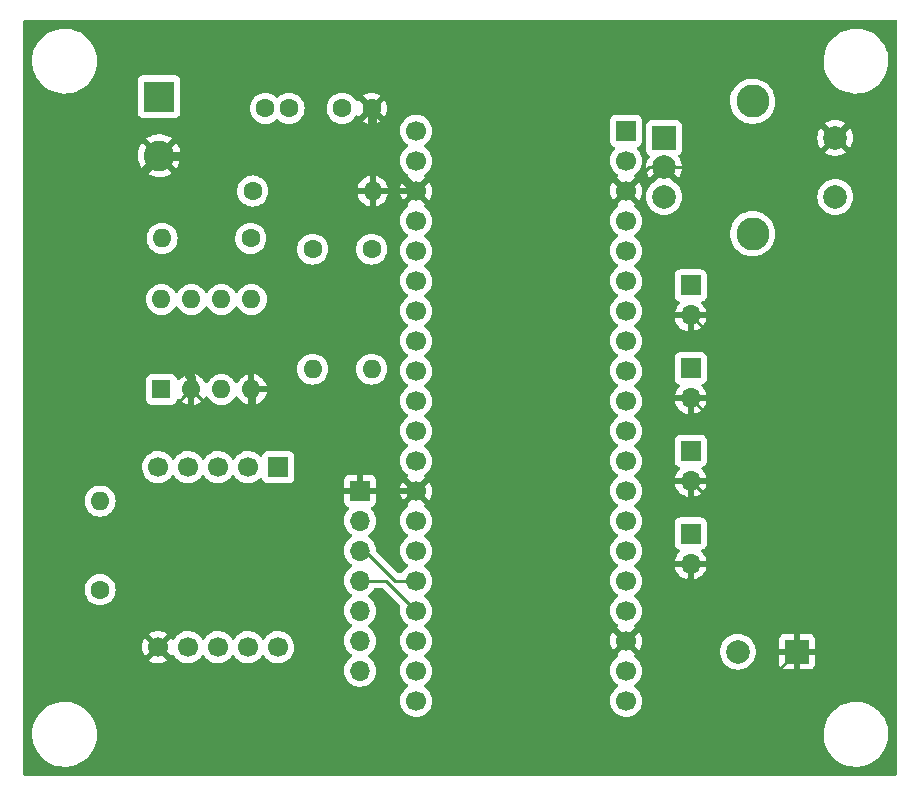
<source format=gbr>
%TF.GenerationSoftware,KiCad,Pcbnew,(6.0.4)*%
%TF.CreationDate,2023-07-03T21:21:24-07:00*%
%TF.ProjectId,299_RadioConfig,3239395f-5261-4646-996f-436f6e666967,rev?*%
%TF.SameCoordinates,Original*%
%TF.FileFunction,Copper,L2,Bot*%
%TF.FilePolarity,Positive*%
%FSLAX46Y46*%
G04 Gerber Fmt 4.6, Leading zero omitted, Abs format (unit mm)*
G04 Created by KiCad (PCBNEW (6.0.4)) date 2023-07-03 21:21:24*
%MOMM*%
%LPD*%
G01*
G04 APERTURE LIST*
%TA.AperFunction,ComponentPad*%
%ADD10R,1.700000X1.700000*%
%TD*%
%TA.AperFunction,ComponentPad*%
%ADD11C,1.700000*%
%TD*%
%TA.AperFunction,ComponentPad*%
%ADD12C,1.600000*%
%TD*%
%TA.AperFunction,ComponentPad*%
%ADD13O,1.600000X1.600000*%
%TD*%
%TA.AperFunction,ComponentPad*%
%ADD14O,1.700000X1.700000*%
%TD*%
%TA.AperFunction,ComponentPad*%
%ADD15R,2.600000X2.600000*%
%TD*%
%TA.AperFunction,ComponentPad*%
%ADD16C,2.600000*%
%TD*%
%TA.AperFunction,ComponentPad*%
%ADD17R,2.000000X2.000000*%
%TD*%
%TA.AperFunction,ComponentPad*%
%ADD18C,2.000000*%
%TD*%
%TA.AperFunction,ComponentPad*%
%ADD19C,2.800000*%
%TD*%
%TA.AperFunction,ComponentPad*%
%ADD20R,1.600000X1.600000*%
%TD*%
%TA.AperFunction,Conductor*%
%ADD21C,0.750000*%
%TD*%
%TA.AperFunction,Conductor*%
%ADD22C,0.500000*%
%TD*%
%TA.AperFunction,Conductor*%
%ADD23C,0.250000*%
%TD*%
G04 APERTURE END LIST*
D10*
%TO.P,U2,1,SDIO*%
%TO.N,Net-(R2-Pad2)*%
X147080000Y-83380000D03*
D11*
%TO.P,U2,2,SCLK*%
%TO.N,Net-(R1-Pad2)*%
X144540000Y-83380000D03*
%TO.P,U2,3,N/C*%
%TO.N,unconnected-(U2-Pad3)*%
X142000000Y-83380000D03*
%TO.P,U2,4,N/C*%
%TO.N,unconnected-(U2-Pad4)*%
X139460000Y-83380000D03*
%TO.P,U2,5,VDD*%
%TO.N,Net-(DISP1-Pad2)*%
X136920000Y-83380000D03*
%TO.P,U2,6,GND*%
%TO.N,GND*%
X136920000Y-98620000D03*
%TO.P,U2,7,ROUT*%
%TO.N,unconnected-(U2-Pad7)*%
X139460000Y-98620000D03*
%TO.P,U2,8,LOUT*%
%TO.N,Net-(C4-Pad1)*%
X142000000Y-98620000D03*
%TO.P,U2,9,N/C*%
%TO.N,unconnected-(U2-Pad9)*%
X144540000Y-98620000D03*
%TO.P,U2,10,FMIN*%
%TO.N,unconnected-(U2-Pad10)*%
X147080000Y-98620000D03*
%TD*%
D12*
%TO.P,C3,1*%
%TO.N,Net-(C1-Pad1)*%
X148000000Y-53000000D03*
%TO.P,C3,2*%
%TO.N,Net-(C3-Pad2)*%
X146000000Y-53000000D03*
%TD*%
%TO.P,C2,1*%
%TO.N,GND*%
X155000000Y-53000000D03*
%TO.P,C2,2*%
%TO.N,Net-(C1-Pad1)*%
X152500000Y-53000000D03*
%TD*%
%TO.P,R1,1*%
%TO.N,Net-(DISP1-Pad2)*%
X150000000Y-64920000D03*
D13*
%TO.P,R1,2*%
%TO.N,Net-(R1-Pad2)*%
X150000000Y-75080000D03*
%TD*%
D10*
%TO.P,SW5,1,1*%
%TO.N,Net-(SW5-Pad1)*%
X182000000Y-89000000D03*
D14*
%TO.P,SW5,2,2*%
%TO.N,GND*%
X182000000Y-91540000D03*
%TD*%
D12*
%TO.P,R2,1*%
%TO.N,Net-(DISP1-Pad2)*%
X155000000Y-64920000D03*
D13*
%TO.P,R2,2*%
%TO.N,Net-(R2-Pad2)*%
X155000000Y-75080000D03*
%TD*%
D15*
%TO.P,LS1,1,1*%
%TO.N,Net-(C3-Pad2)*%
X137000000Y-52000000D03*
D16*
%TO.P,LS1,2,2*%
%TO.N,GND*%
X137000000Y-57000000D03*
%TD*%
D17*
%TO.P,SW1,A,A*%
%TO.N,Net-(SW1-PadA)*%
X179750000Y-55500000D03*
D18*
%TO.P,SW1,B,B*%
%TO.N,Net-(SW1-PadB)*%
X179750000Y-60500000D03*
%TO.P,SW1,C,C*%
%TO.N,GND*%
X179750000Y-58000000D03*
D19*
%TO.P,SW1,MP*%
%TO.N,unconnected-(SW1-PadMP)*%
X187250000Y-52400000D03*
X187250000Y-63600000D03*
D18*
%TO.P,SW1,S1,S1*%
%TO.N,GND*%
X194250000Y-55500000D03*
%TO.P,SW1,S2,S2*%
%TO.N,Net-(SW1-PadS2)*%
X194250000Y-60500000D03*
%TD*%
D10*
%TO.P,SW3,1,1*%
%TO.N,Net-(SW3-Pad1)*%
X182000000Y-68000000D03*
D14*
%TO.P,SW3,2,2*%
%TO.N,GND*%
X182000000Y-70540000D03*
%TD*%
D12*
%TO.P,R3,1*%
%TO.N,Net-(C1-Pad2)*%
X144920000Y-60000000D03*
D13*
%TO.P,R3,2*%
%TO.N,GND*%
X155080000Y-60000000D03*
%TD*%
D10*
%TO.P,SW2,1,1*%
%TO.N,Net-(SW2-Pad1)*%
X182000000Y-75000000D03*
D14*
%TO.P,SW2,2,2*%
%TO.N,GND*%
X182000000Y-77540000D03*
%TD*%
D17*
%TO.P,BZ1,1,-*%
%TO.N,GND*%
X191000000Y-99000000D03*
D18*
%TO.P,BZ1,2,+*%
%TO.N,Net-(U1-Pad11)*%
X186000000Y-99000000D03*
%TD*%
D12*
%TO.P,C1,1*%
%TO.N,Net-(C1-Pad1)*%
X144750000Y-64000000D03*
D13*
%TO.P,C1,2*%
%TO.N,Net-(C1-Pad2)*%
X137250000Y-64000000D03*
%TD*%
D20*
%TO.P,U3,1,GAIN*%
%TO.N,unconnected-(U3-Pad1)*%
X137200000Y-76800000D03*
D13*
%TO.P,U3,2,-*%
%TO.N,GND*%
X139740000Y-76800000D03*
%TO.P,U3,3,+*%
%TO.N,Net-(C4-Pad2)*%
X142280000Y-76800000D03*
%TO.P,U3,4,GND*%
%TO.N,GND*%
X144820000Y-76800000D03*
%TO.P,U3,5*%
%TO.N,Net-(C1-Pad1)*%
X144820000Y-69180000D03*
%TO.P,U3,6,V+*%
%TO.N,Net-(DISP1-Pad2)*%
X142280000Y-69180000D03*
%TO.P,U3,7,BYPASS*%
%TO.N,unconnected-(U3-Pad7)*%
X139740000Y-69180000D03*
%TO.P,U3,8,GAIN*%
%TO.N,unconnected-(U3-Pad8)*%
X137200000Y-69180000D03*
%TD*%
D10*
%TO.P,DISP1,1,VSS/GND*%
%TO.N,GND*%
X154000000Y-85375000D03*
D14*
%TO.P,DISP1,2,VDD*%
%TO.N,Net-(DISP1-Pad2)*%
X154000000Y-87915000D03*
%TO.P,DISP1,3,SCLK*%
%TO.N,Net-(DISP1-Pad3)*%
X154000000Y-92995000D03*
%TO.P,DISP1,4,SDA*%
%TO.N,Net-(DISP1-Pad4)*%
X154000000Y-90455000D03*
%TO.P,DISP1,5,RES*%
%TO.N,Net-(DISP1-Pad5)*%
X154000000Y-95535000D03*
%TO.P,DISP1,6,DC*%
%TO.N,Net-(DISP1-Pad6)*%
X154000000Y-98075000D03*
%TO.P,DISP1,7,CS*%
%TO.N,Net-(DISP1-Pad7)*%
X154000000Y-100615000D03*
%TD*%
D10*
%TO.P,SW4,1,1*%
%TO.N,Net-(SW4-Pad1)*%
X182000000Y-82000000D03*
D14*
%TO.P,SW4,2,2*%
%TO.N,GND*%
X182000000Y-84540000D03*
%TD*%
D12*
%TO.P,C4,1*%
%TO.N,Net-(C4-Pad1)*%
X132000000Y-93750000D03*
D13*
%TO.P,C4,2*%
%TO.N,Net-(C4-Pad2)*%
X132000000Y-86250000D03*
%TD*%
D10*
%TO.P,U1,1,GP0*%
%TO.N,Net-(SW1-PadA)*%
X176530000Y-54900000D03*
D11*
%TO.P,U1,2,GP1*%
%TO.N,Net-(SW1-PadB)*%
X176530000Y-57440000D03*
%TO.P,U1,3,GND*%
%TO.N,GND*%
X176530000Y-59980000D03*
%TO.P,U1,4,GP2*%
%TO.N,unconnected-(U1-Pad4)*%
X176530000Y-62520000D03*
%TO.P,U1,5,GP3*%
%TO.N,Net-(SW1-PadS2)*%
X176530000Y-65060000D03*
%TO.P,U1,6,GP4*%
%TO.N,Net-(SW3-Pad1)*%
X176530000Y-67600000D03*
%TO.P,U1,7,GP5*%
%TO.N,Net-(SW2-Pad1)*%
X176530000Y-70140000D03*
%TO.P,U1,8,GND*%
%TO.N,unconnected-(U1-Pad8)*%
X176530000Y-72680000D03*
%TO.P,U1,9,GP6*%
%TO.N,Net-(SW4-Pad1)*%
X176530000Y-75220000D03*
%TO.P,U1,10,GP7*%
%TO.N,Net-(SW5-Pad1)*%
X176530000Y-77760000D03*
%TO.P,U1,11,GP8*%
%TO.N,Net-(U1-Pad11)*%
X176530000Y-80300000D03*
%TO.P,U1,12,GP9*%
%TO.N,unconnected-(U1-Pad12)*%
X176530000Y-82840000D03*
%TO.P,U1,13,GND*%
%TO.N,unconnected-(U1-Pad13)*%
X176530000Y-85380000D03*
%TO.P,U1,14,GP10*%
%TO.N,unconnected-(U1-Pad14)*%
X176530000Y-87920000D03*
%TO.P,U1,15,GP11*%
%TO.N,unconnected-(U1-Pad15)*%
X176530000Y-90460000D03*
%TO.P,U1,16,GP12*%
%TO.N,unconnected-(U1-Pad16)*%
X176530000Y-93000000D03*
%TO.P,U1,17,GP13*%
%TO.N,unconnected-(U1-Pad17)*%
X176530000Y-95540000D03*
%TO.P,U1,18,GND*%
%TO.N,GND*%
X176530000Y-98080000D03*
%TO.P,U1,19,GP14*%
%TO.N,unconnected-(U1-Pad19)*%
X176530000Y-100620000D03*
%TO.P,U1,20,GP15*%
%TO.N,unconnected-(U1-Pad20)*%
X176530000Y-103160000D03*
%TO.P,U1,21,GP16*%
%TO.N,unconnected-(U1-Pad21)*%
X158750000Y-103160000D03*
%TO.P,U1,22,GP17*%
%TO.N,Net-(DISP1-Pad7)*%
X158750000Y-100620000D03*
%TO.P,U1,23,GND*%
%TO.N,unconnected-(U1-Pad23)*%
X158750000Y-98080000D03*
%TO.P,U1,24,GP18*%
%TO.N,Net-(DISP1-Pad3)*%
X158750000Y-95540000D03*
%TO.P,U1,25,GP19*%
%TO.N,Net-(DISP1-Pad4)*%
X158750000Y-93000000D03*
%TO.P,U1,26,GP20*%
%TO.N,Net-(DISP1-Pad6)*%
X158750000Y-90460000D03*
%TO.P,U1,27,GP21*%
%TO.N,Net-(DISP1-Pad5)*%
X158750000Y-87920000D03*
%TO.P,U1,28,GND*%
%TO.N,GND*%
X158750000Y-85380000D03*
%TO.P,U1,29,GP22*%
%TO.N,unconnected-(U1-Pad29)*%
X158750000Y-82840000D03*
%TO.P,U1,30,RUN*%
%TO.N,unconnected-(U1-Pad30)*%
X158750000Y-80300000D03*
%TO.P,U1,31,GP26/ADC0*%
%TO.N,Net-(R2-Pad2)*%
X158750000Y-77760000D03*
%TO.P,U1,32,GP27/ADC1*%
%TO.N,Net-(R1-Pad2)*%
X158750000Y-75220000D03*
%TO.P,U1,33,GND*%
%TO.N,unconnected-(U1-Pad33)*%
X158750000Y-72680000D03*
%TO.P,U1,34,GP28/ADC2*%
%TO.N,unconnected-(U1-Pad34)*%
X158750000Y-70140000D03*
%TO.P,U1,35,ADC_VREF*%
%TO.N,unconnected-(U1-Pad35)*%
X158750000Y-67600000D03*
%TO.P,U1,36,3V3*%
%TO.N,Net-(DISP1-Pad2)*%
X158750000Y-65060000D03*
%TO.P,U1,37,3V3_EN*%
%TO.N,unconnected-(U1-Pad37)*%
X158750000Y-62520000D03*
%TO.P,U1,38,GND*%
%TO.N,GND*%
X158750000Y-59980000D03*
%TO.P,U1,39,VSYS*%
%TO.N,unconnected-(U1-Pad39)*%
X158750000Y-57440000D03*
%TO.P,U1,40,VBUS*%
%TO.N,unconnected-(U1-Pad40)*%
X158750000Y-54900000D03*
%TD*%
D21*
%TO.N,GND*%
X155000000Y-57000000D02*
X155385000Y-56615000D01*
X137000000Y-57000000D02*
X155000000Y-57000000D01*
D22*
X158745000Y-85375000D02*
X158750000Y-85380000D01*
X154000000Y-85375000D02*
X158745000Y-85375000D01*
X158730000Y-60000000D02*
X158750000Y-59980000D01*
X155080000Y-60000000D02*
X158730000Y-60000000D01*
D21*
X155000000Y-56230000D02*
X155385000Y-56615000D01*
X155385000Y-56615000D02*
X158750000Y-59980000D01*
X155000000Y-53000000D02*
X155000000Y-56230000D01*
X138000000Y-75000000D02*
X139000000Y-75000000D01*
X135000000Y-72000000D02*
X138000000Y-75000000D01*
X139000000Y-75000000D02*
X139740000Y-75740000D01*
X135000000Y-59000000D02*
X135000000Y-72000000D01*
X137000000Y-57000000D02*
X135000000Y-59000000D01*
X139740000Y-75740000D02*
X139740000Y-76800000D01*
D23*
%TO.N,Net-(DISP1-Pad3)*%
X154000000Y-92995000D02*
X156205000Y-92995000D01*
X156205000Y-92995000D02*
X158750000Y-95540000D01*
%TO.N,Net-(DISP1-Pad4)*%
X154455000Y-90455000D02*
X157000000Y-93000000D01*
X157000000Y-93000000D02*
X158750000Y-93000000D01*
%TO.N,GND*%
X184000000Y-86540000D02*
X184000000Y-91000000D01*
X136920000Y-98620000D02*
X134000000Y-95700000D01*
X145000000Y-78000000D02*
X145000000Y-76980000D01*
X182000000Y-91540000D02*
X182000000Y-92610000D01*
X194250000Y-55500000D02*
X191750000Y-58000000D01*
X182000000Y-77540000D02*
X184000000Y-79540000D01*
X134000000Y-82540000D02*
X139740000Y-76800000D01*
X179450000Y-101000000D02*
X176530000Y-98080000D01*
X178510000Y-58000000D02*
X179750000Y-58000000D01*
X184000000Y-91000000D02*
X183460000Y-91540000D01*
X139740000Y-76800000D02*
X141940000Y-79000000D01*
X183460000Y-77540000D02*
X182000000Y-77540000D01*
X189000000Y-101000000D02*
X179450000Y-101000000D01*
X144000000Y-79000000D02*
X145000000Y-78000000D01*
X184000000Y-77000000D02*
X183460000Y-77540000D01*
X183460000Y-84540000D02*
X182000000Y-84540000D01*
X183460000Y-91540000D02*
X182000000Y-91540000D01*
X191750000Y-58000000D02*
X179750000Y-58000000D01*
X184000000Y-84000000D02*
X183460000Y-84540000D01*
X134000000Y-95700000D02*
X134000000Y-82540000D01*
X141940000Y-79000000D02*
X144000000Y-79000000D01*
X184000000Y-72540000D02*
X184000000Y-77000000D01*
X191000000Y-99000000D02*
X189000000Y-101000000D01*
X145000000Y-76980000D02*
X144820000Y-76800000D01*
X176530000Y-59980000D02*
X178510000Y-58000000D01*
X182000000Y-92610000D02*
X176530000Y-98080000D01*
X182000000Y-70540000D02*
X184000000Y-72540000D01*
X184000000Y-79540000D02*
X184000000Y-84000000D01*
X182000000Y-84540000D02*
X184000000Y-86540000D01*
%TD*%
%TA.AperFunction,Conductor*%
%TO.N,GND*%
G36*
X199433621Y-45528502D02*
G01*
X199480114Y-45582158D01*
X199491500Y-45634500D01*
X199491500Y-109365500D01*
X199471498Y-109433621D01*
X199417842Y-109480114D01*
X199365500Y-109491500D01*
X125634500Y-109491500D01*
X125566379Y-109471498D01*
X125519886Y-109417842D01*
X125508500Y-109365500D01*
X125508500Y-105971207D01*
X126250567Y-105971207D01*
X126252111Y-106002221D01*
X126262482Y-106210538D01*
X126267021Y-106301724D01*
X126267662Y-106305455D01*
X126267663Y-106305463D01*
X126282385Y-106391137D01*
X126323063Y-106627870D01*
X126324151Y-106631509D01*
X126324152Y-106631512D01*
X126349190Y-106715232D01*
X126417881Y-106944921D01*
X126550103Y-107248285D01*
X126552026Y-107251556D01*
X126552028Y-107251560D01*
X126625884Y-107377193D01*
X126717812Y-107533567D01*
X126720113Y-107536582D01*
X126916279Y-107793622D01*
X126916284Y-107793628D01*
X126918579Y-107796635D01*
X127149496Y-108033678D01*
X127217146Y-108088167D01*
X127404265Y-108238884D01*
X127404270Y-108238888D01*
X127407218Y-108241262D01*
X127688012Y-108416381D01*
X127987811Y-108556499D01*
X128302271Y-108659584D01*
X128626839Y-108724144D01*
X128630612Y-108724431D01*
X128630619Y-108724432D01*
X128953034Y-108748958D01*
X128953039Y-108748958D01*
X128956811Y-108749245D01*
X129287410Y-108734521D01*
X129348025Y-108724432D01*
X129610104Y-108680811D01*
X129610109Y-108680810D01*
X129613845Y-108680188D01*
X129931388Y-108587031D01*
X129934855Y-108585541D01*
X129934859Y-108585540D01*
X130231956Y-108457897D01*
X130231958Y-108457896D01*
X130235440Y-108456400D01*
X130521597Y-108290187D01*
X130785712Y-108090800D01*
X131023961Y-107861127D01*
X131232892Y-107604496D01*
X131409479Y-107324622D01*
X131551164Y-107025561D01*
X131655894Y-106711645D01*
X131722153Y-106387420D01*
X131748981Y-106057583D01*
X131749584Y-106000000D01*
X131747848Y-105971207D01*
X193250567Y-105971207D01*
X193252111Y-106002221D01*
X193262482Y-106210538D01*
X193267021Y-106301724D01*
X193267662Y-106305455D01*
X193267663Y-106305463D01*
X193282385Y-106391137D01*
X193323063Y-106627870D01*
X193324151Y-106631509D01*
X193324152Y-106631512D01*
X193349190Y-106715232D01*
X193417881Y-106944921D01*
X193550103Y-107248285D01*
X193552026Y-107251556D01*
X193552028Y-107251560D01*
X193625884Y-107377193D01*
X193717812Y-107533567D01*
X193720113Y-107536582D01*
X193916279Y-107793622D01*
X193916284Y-107793628D01*
X193918579Y-107796635D01*
X194149496Y-108033678D01*
X194217146Y-108088167D01*
X194404265Y-108238884D01*
X194404270Y-108238888D01*
X194407218Y-108241262D01*
X194688012Y-108416381D01*
X194987811Y-108556499D01*
X195302271Y-108659584D01*
X195626839Y-108724144D01*
X195630612Y-108724431D01*
X195630619Y-108724432D01*
X195953034Y-108748958D01*
X195953039Y-108748958D01*
X195956811Y-108749245D01*
X196287410Y-108734521D01*
X196348025Y-108724432D01*
X196610104Y-108680811D01*
X196610109Y-108680810D01*
X196613845Y-108680188D01*
X196931388Y-108587031D01*
X196934855Y-108585541D01*
X196934859Y-108585540D01*
X197231956Y-108457897D01*
X197231958Y-108457896D01*
X197235440Y-108456400D01*
X197521597Y-108290187D01*
X197785712Y-108090800D01*
X198023961Y-107861127D01*
X198232892Y-107604496D01*
X198409479Y-107324622D01*
X198551164Y-107025561D01*
X198655894Y-106711645D01*
X198722153Y-106387420D01*
X198748981Y-106057583D01*
X198749584Y-106000000D01*
X198729670Y-105669674D01*
X198724453Y-105641107D01*
X198670895Y-105347854D01*
X198670894Y-105347850D01*
X198670215Y-105344132D01*
X198572082Y-105028091D01*
X198436691Y-104726129D01*
X198266004Y-104442618D01*
X198263677Y-104439634D01*
X198263672Y-104439627D01*
X198064829Y-104184662D01*
X198064827Y-104184660D01*
X198062493Y-104181667D01*
X197829107Y-103947056D01*
X197804953Y-103928014D01*
X197572206Y-103744531D01*
X197569225Y-103742181D01*
X197286612Y-103570012D01*
X197166392Y-103515351D01*
X196988815Y-103434611D01*
X196988807Y-103434608D01*
X196985363Y-103433042D01*
X196669840Y-103333255D01*
X196525503Y-103306113D01*
X196348338Y-103272797D01*
X196348333Y-103272796D01*
X196344614Y-103272097D01*
X196014397Y-103250454D01*
X196010617Y-103250662D01*
X196010616Y-103250662D01*
X195917010Y-103255813D01*
X195683971Y-103268638D01*
X195680244Y-103269299D01*
X195680240Y-103269299D01*
X195565159Y-103289695D01*
X195358122Y-103326387D01*
X195354506Y-103327489D01*
X195354498Y-103327491D01*
X195045194Y-103421760D01*
X195041572Y-103422864D01*
X194738905Y-103556672D01*
X194454505Y-103725872D01*
X194451504Y-103728187D01*
X194451500Y-103728190D01*
X194391324Y-103774616D01*
X194192492Y-103928014D01*
X194170420Y-103949742D01*
X194075189Y-104043489D01*
X193956661Y-104160169D01*
X193923987Y-104201173D01*
X193774046Y-104389338D01*
X193750429Y-104418975D01*
X193576782Y-104700682D01*
X193438237Y-105001210D01*
X193437078Y-105004811D01*
X193437075Y-105004817D01*
X193356102Y-105256263D01*
X193336799Y-105316206D01*
X193336080Y-105319922D01*
X193336078Y-105319930D01*
X193274658Y-105637388D01*
X193274657Y-105637397D01*
X193273939Y-105641107D01*
X193251730Y-105954778D01*
X193250567Y-105971207D01*
X131747848Y-105971207D01*
X131729670Y-105669674D01*
X131724453Y-105641107D01*
X131670895Y-105347854D01*
X131670894Y-105347850D01*
X131670215Y-105344132D01*
X131572082Y-105028091D01*
X131436691Y-104726129D01*
X131266004Y-104442618D01*
X131263677Y-104439634D01*
X131263672Y-104439627D01*
X131064829Y-104184662D01*
X131064827Y-104184660D01*
X131062493Y-104181667D01*
X130829107Y-103947056D01*
X130804953Y-103928014D01*
X130572206Y-103744531D01*
X130569225Y-103742181D01*
X130286612Y-103570012D01*
X130166392Y-103515351D01*
X129988815Y-103434611D01*
X129988807Y-103434608D01*
X129985363Y-103433042D01*
X129669840Y-103333255D01*
X129525503Y-103306113D01*
X129348338Y-103272797D01*
X129348333Y-103272796D01*
X129344614Y-103272097D01*
X129014397Y-103250454D01*
X129010617Y-103250662D01*
X129010616Y-103250662D01*
X128917010Y-103255813D01*
X128683971Y-103268638D01*
X128680244Y-103269299D01*
X128680240Y-103269299D01*
X128565159Y-103289695D01*
X128358122Y-103326387D01*
X128354506Y-103327489D01*
X128354498Y-103327491D01*
X128045194Y-103421760D01*
X128041572Y-103422864D01*
X127738905Y-103556672D01*
X127454505Y-103725872D01*
X127451504Y-103728187D01*
X127451500Y-103728190D01*
X127391324Y-103774616D01*
X127192492Y-103928014D01*
X127170420Y-103949742D01*
X127075189Y-104043489D01*
X126956661Y-104160169D01*
X126923987Y-104201173D01*
X126774046Y-104389338D01*
X126750429Y-104418975D01*
X126576782Y-104700682D01*
X126438237Y-105001210D01*
X126437078Y-105004811D01*
X126437075Y-105004817D01*
X126356102Y-105256263D01*
X126336799Y-105316206D01*
X126336080Y-105319922D01*
X126336078Y-105319930D01*
X126274658Y-105637388D01*
X126274657Y-105637397D01*
X126273939Y-105641107D01*
X126251730Y-105954778D01*
X126250567Y-105971207D01*
X125508500Y-105971207D01*
X125508500Y-100581695D01*
X152637251Y-100581695D01*
X152637548Y-100586848D01*
X152637548Y-100586851D01*
X152643011Y-100681590D01*
X152650110Y-100804715D01*
X152651247Y-100809761D01*
X152651248Y-100809767D01*
X152652375Y-100814767D01*
X152699222Y-101022639D01*
X152783266Y-101229616D01*
X152899987Y-101420088D01*
X153046250Y-101588938D01*
X153218126Y-101731632D01*
X153411000Y-101844338D01*
X153415825Y-101846180D01*
X153415826Y-101846181D01*
X153488612Y-101873975D01*
X153619692Y-101924030D01*
X153624760Y-101925061D01*
X153624763Y-101925062D01*
X153732017Y-101946883D01*
X153838597Y-101968567D01*
X153843772Y-101968757D01*
X153843774Y-101968757D01*
X154056673Y-101976564D01*
X154056677Y-101976564D01*
X154061837Y-101976753D01*
X154066957Y-101976097D01*
X154066959Y-101976097D01*
X154278288Y-101949025D01*
X154278289Y-101949025D01*
X154283416Y-101948368D01*
X154288366Y-101946883D01*
X154492429Y-101885661D01*
X154492434Y-101885659D01*
X154497384Y-101884174D01*
X154697994Y-101785896D01*
X154879860Y-101656173D01*
X155038096Y-101498489D01*
X155097594Y-101415689D01*
X155165435Y-101321277D01*
X155168453Y-101317077D01*
X155211574Y-101229829D01*
X155265136Y-101121453D01*
X155265137Y-101121451D01*
X155267430Y-101116811D01*
X155332370Y-100903069D01*
X155361529Y-100681590D01*
X155363156Y-100615000D01*
X155344852Y-100392361D01*
X155290431Y-100175702D01*
X155201354Y-99970840D01*
X155086135Y-99792738D01*
X155082822Y-99787617D01*
X155082820Y-99787614D01*
X155080014Y-99783277D01*
X154929670Y-99618051D01*
X154925619Y-99614852D01*
X154925615Y-99614848D01*
X154758414Y-99482800D01*
X154758410Y-99482798D01*
X154754359Y-99479598D01*
X154713053Y-99456796D01*
X154663084Y-99406364D01*
X154648312Y-99336921D01*
X154673428Y-99270516D01*
X154700780Y-99243909D01*
X154767060Y-99196632D01*
X154879860Y-99116173D01*
X155038096Y-98958489D01*
X155070767Y-98913023D01*
X155165435Y-98781277D01*
X155168453Y-98777077D01*
X155175268Y-98763289D01*
X155265136Y-98581453D01*
X155265137Y-98581451D01*
X155267430Y-98576811D01*
X155332370Y-98363069D01*
X155361529Y-98141590D01*
X155362287Y-98110584D01*
X155363074Y-98078365D01*
X155363074Y-98078361D01*
X155363156Y-98075000D01*
X155344852Y-97852361D01*
X155290431Y-97635702D01*
X155201354Y-97430840D01*
X155135509Y-97329059D01*
X155082822Y-97247617D01*
X155082820Y-97247614D01*
X155080014Y-97243277D01*
X154929670Y-97078051D01*
X154925619Y-97074852D01*
X154925615Y-97074848D01*
X154758414Y-96942800D01*
X154758410Y-96942798D01*
X154754359Y-96939598D01*
X154713053Y-96916796D01*
X154663084Y-96866364D01*
X154648312Y-96796921D01*
X154673428Y-96730516D01*
X154700780Y-96703909D01*
X154767060Y-96656632D01*
X154879860Y-96576173D01*
X155038096Y-96418489D01*
X155097594Y-96335689D01*
X155165435Y-96241277D01*
X155168453Y-96237077D01*
X155211574Y-96149829D01*
X155265136Y-96041453D01*
X155265137Y-96041451D01*
X155267430Y-96036811D01*
X155332370Y-95823069D01*
X155361529Y-95601590D01*
X155363156Y-95535000D01*
X155344852Y-95312361D01*
X155290431Y-95095702D01*
X155201354Y-94890840D01*
X155111729Y-94752301D01*
X155082822Y-94707617D01*
X155082820Y-94707614D01*
X155080014Y-94703277D01*
X154929670Y-94538051D01*
X154925619Y-94534852D01*
X154925615Y-94534848D01*
X154758414Y-94402800D01*
X154758410Y-94402798D01*
X154754359Y-94399598D01*
X154713053Y-94376796D01*
X154663084Y-94326364D01*
X154648312Y-94256921D01*
X154673428Y-94190516D01*
X154700780Y-94163909D01*
X154767060Y-94116632D01*
X154879860Y-94036173D01*
X155038096Y-93878489D01*
X155097594Y-93795689D01*
X155165435Y-93701277D01*
X155168453Y-93697077D01*
X155170746Y-93692437D01*
X155172446Y-93689608D01*
X155224674Y-93641518D01*
X155280451Y-93628500D01*
X155890406Y-93628500D01*
X155958527Y-93648502D01*
X155979501Y-93665405D01*
X157399778Y-95085682D01*
X157433804Y-95147994D01*
X157432100Y-95208448D01*
X157410989Y-95284570D01*
X157410441Y-95289700D01*
X157410440Y-95289704D01*
X157407467Y-95317522D01*
X157387251Y-95506695D01*
X157387548Y-95511848D01*
X157387548Y-95511851D01*
X157392914Y-95604908D01*
X157400110Y-95729715D01*
X157401247Y-95734761D01*
X157401248Y-95734767D01*
X157422265Y-95828023D01*
X157449222Y-95947639D01*
X157533266Y-96154616D01*
X157649987Y-96345088D01*
X157796250Y-96513938D01*
X157871213Y-96576173D01*
X157958123Y-96648327D01*
X157968126Y-96656632D01*
X158032889Y-96694476D01*
X158041445Y-96699476D01*
X158090169Y-96751114D01*
X158103240Y-96820897D01*
X158076509Y-96886669D01*
X158036055Y-96920027D01*
X158023607Y-96926507D01*
X158019474Y-96929610D01*
X158019471Y-96929612D01*
X157851624Y-97055635D01*
X157844965Y-97060635D01*
X157690629Y-97222138D01*
X157687715Y-97226410D01*
X157687714Y-97226411D01*
X157622511Y-97321995D01*
X157564743Y-97406680D01*
X157523084Y-97496427D01*
X157476154Y-97597530D01*
X157470688Y-97609305D01*
X157410989Y-97824570D01*
X157410440Y-97829707D01*
X157409456Y-97838913D01*
X157387251Y-98046695D01*
X157387548Y-98051848D01*
X157387548Y-98051851D01*
X157392914Y-98144908D01*
X157400110Y-98269715D01*
X157401247Y-98274761D01*
X157401248Y-98274767D01*
X157421487Y-98364570D01*
X157449222Y-98487639D01*
X157533266Y-98694616D01*
X157535965Y-98699020D01*
X157603799Y-98809715D01*
X157649987Y-98885088D01*
X157796250Y-99053938D01*
X157872846Y-99117529D01*
X157958123Y-99188327D01*
X157968126Y-99196632D01*
X157979063Y-99203023D01*
X158041445Y-99239476D01*
X158090169Y-99291114D01*
X158103240Y-99360897D01*
X158076509Y-99426669D01*
X158036055Y-99460027D01*
X158023607Y-99466507D01*
X158019474Y-99469610D01*
X158019471Y-99469612D01*
X157849100Y-99597530D01*
X157844965Y-99600635D01*
X157784249Y-99664171D01*
X157698671Y-99753723D01*
X157690629Y-99762138D01*
X157687715Y-99766410D01*
X157687714Y-99766411D01*
X157669838Y-99792617D01*
X157564743Y-99946680D01*
X157470688Y-100149305D01*
X157410989Y-100364570D01*
X157387251Y-100586695D01*
X157387548Y-100591848D01*
X157387548Y-100591851D01*
X157392914Y-100684908D01*
X157400110Y-100809715D01*
X157401247Y-100814761D01*
X157401248Y-100814767D01*
X157422265Y-100908023D01*
X157449222Y-101027639D01*
X157533266Y-101234616D01*
X157649987Y-101425088D01*
X157796250Y-101593938D01*
X157871213Y-101656173D01*
X157958123Y-101728327D01*
X157968126Y-101736632D01*
X158038595Y-101777811D01*
X158041445Y-101779476D01*
X158090169Y-101831114D01*
X158103240Y-101900897D01*
X158076509Y-101966669D01*
X158036055Y-102000027D01*
X158023607Y-102006507D01*
X158019474Y-102009610D01*
X158019471Y-102009612D01*
X157995247Y-102027800D01*
X157844965Y-102140635D01*
X157690629Y-102302138D01*
X157564743Y-102486680D01*
X157470688Y-102689305D01*
X157410989Y-102904570D01*
X157387251Y-103126695D01*
X157387548Y-103131848D01*
X157387548Y-103131851D01*
X157399161Y-103333255D01*
X157400110Y-103349715D01*
X157401247Y-103354761D01*
X157401248Y-103354767D01*
X157416346Y-103421760D01*
X157449222Y-103567639D01*
X157487461Y-103661811D01*
X157514415Y-103728190D01*
X157533266Y-103774616D01*
X157535965Y-103779020D01*
X157637501Y-103944712D01*
X157649987Y-103965088D01*
X157796250Y-104133938D01*
X157968126Y-104276632D01*
X158161000Y-104389338D01*
X158369692Y-104469030D01*
X158374760Y-104470061D01*
X158374763Y-104470062D01*
X158468019Y-104489035D01*
X158588597Y-104513567D01*
X158593772Y-104513757D01*
X158593774Y-104513757D01*
X158806673Y-104521564D01*
X158806677Y-104521564D01*
X158811837Y-104521753D01*
X158816957Y-104521097D01*
X158816959Y-104521097D01*
X159028288Y-104494025D01*
X159028289Y-104494025D01*
X159033416Y-104493368D01*
X159047859Y-104489035D01*
X159242429Y-104430661D01*
X159242434Y-104430659D01*
X159247384Y-104429174D01*
X159447994Y-104330896D01*
X159629860Y-104201173D01*
X159788096Y-104043489D01*
X159847594Y-103960689D01*
X159915435Y-103866277D01*
X159918453Y-103862077D01*
X159976548Y-103744531D01*
X160015136Y-103666453D01*
X160015137Y-103666451D01*
X160017430Y-103661811D01*
X160082370Y-103448069D01*
X160111529Y-103226590D01*
X160113156Y-103160000D01*
X160110418Y-103126695D01*
X175167251Y-103126695D01*
X175167548Y-103131848D01*
X175167548Y-103131851D01*
X175179161Y-103333255D01*
X175180110Y-103349715D01*
X175181247Y-103354761D01*
X175181248Y-103354767D01*
X175196346Y-103421760D01*
X175229222Y-103567639D01*
X175267461Y-103661811D01*
X175294415Y-103728190D01*
X175313266Y-103774616D01*
X175315965Y-103779020D01*
X175417501Y-103944712D01*
X175429987Y-103965088D01*
X175576250Y-104133938D01*
X175748126Y-104276632D01*
X175941000Y-104389338D01*
X176149692Y-104469030D01*
X176154760Y-104470061D01*
X176154763Y-104470062D01*
X176248019Y-104489035D01*
X176368597Y-104513567D01*
X176373772Y-104513757D01*
X176373774Y-104513757D01*
X176586673Y-104521564D01*
X176586677Y-104521564D01*
X176591837Y-104521753D01*
X176596957Y-104521097D01*
X176596959Y-104521097D01*
X176808288Y-104494025D01*
X176808289Y-104494025D01*
X176813416Y-104493368D01*
X176827859Y-104489035D01*
X177022429Y-104430661D01*
X177022434Y-104430659D01*
X177027384Y-104429174D01*
X177227994Y-104330896D01*
X177409860Y-104201173D01*
X177568096Y-104043489D01*
X177627594Y-103960689D01*
X177695435Y-103866277D01*
X177698453Y-103862077D01*
X177756548Y-103744531D01*
X177795136Y-103666453D01*
X177795137Y-103666451D01*
X177797430Y-103661811D01*
X177862370Y-103448069D01*
X177891529Y-103226590D01*
X177893156Y-103160000D01*
X177874852Y-102937361D01*
X177820431Y-102720702D01*
X177731354Y-102515840D01*
X177610014Y-102328277D01*
X177459670Y-102163051D01*
X177455619Y-102159852D01*
X177455615Y-102159848D01*
X177288414Y-102027800D01*
X177288410Y-102027798D01*
X177284359Y-102024598D01*
X177243053Y-102001796D01*
X177193084Y-101951364D01*
X177178312Y-101881921D01*
X177203428Y-101815516D01*
X177230780Y-101788909D01*
X177274603Y-101757650D01*
X177409860Y-101661173D01*
X177568096Y-101503489D01*
X177625222Y-101423990D01*
X177695435Y-101326277D01*
X177698453Y-101322077D01*
X177797430Y-101121811D01*
X177862370Y-100908069D01*
X177891529Y-100686590D01*
X177893156Y-100620000D01*
X177874852Y-100397361D01*
X177820431Y-100180702D01*
X177731354Y-99975840D01*
X177672718Y-99885202D01*
X177612822Y-99792617D01*
X177612820Y-99792614D01*
X177610014Y-99788277D01*
X177459670Y-99623051D01*
X177455619Y-99619852D01*
X177455615Y-99619848D01*
X177288414Y-99487800D01*
X177288410Y-99487798D01*
X177284359Y-99484598D01*
X177275302Y-99479598D01*
X177244839Y-99462782D01*
X177242569Y-99461529D01*
X177192598Y-99411097D01*
X177177826Y-99341654D01*
X177202942Y-99275248D01*
X177230293Y-99248642D01*
X177279247Y-99213723D01*
X177287648Y-99203023D01*
X177280660Y-99189870D01*
X177090790Y-99000000D01*
X184486835Y-99000000D01*
X184505465Y-99236711D01*
X184506619Y-99241518D01*
X184506620Y-99241524D01*
X184537768Y-99371264D01*
X184560895Y-99467594D01*
X184562788Y-99472165D01*
X184562789Y-99472167D01*
X184641078Y-99661173D01*
X184651760Y-99686963D01*
X184654346Y-99691183D01*
X184773241Y-99885202D01*
X184773245Y-99885208D01*
X184775824Y-99889416D01*
X184930031Y-100069969D01*
X185110584Y-100224176D01*
X185114792Y-100226755D01*
X185114798Y-100226759D01*
X185308817Y-100345654D01*
X185313037Y-100348240D01*
X185317607Y-100350133D01*
X185317611Y-100350135D01*
X185444086Y-100402522D01*
X185532406Y-100439105D01*
X185591633Y-100453324D01*
X185758476Y-100493380D01*
X185758482Y-100493381D01*
X185763289Y-100494535D01*
X186000000Y-100513165D01*
X186236711Y-100494535D01*
X186241518Y-100493381D01*
X186241524Y-100493380D01*
X186408367Y-100453324D01*
X186467594Y-100439105D01*
X186555914Y-100402522D01*
X186682389Y-100350135D01*
X186682393Y-100350133D01*
X186686963Y-100348240D01*
X186691183Y-100345654D01*
X186885202Y-100226759D01*
X186885208Y-100226755D01*
X186889416Y-100224176D01*
X187069969Y-100069969D01*
X187091577Y-100044669D01*
X189492001Y-100044669D01*
X189492371Y-100051490D01*
X189497895Y-100102352D01*
X189501521Y-100117604D01*
X189546676Y-100238054D01*
X189555214Y-100253649D01*
X189631715Y-100355724D01*
X189644276Y-100368285D01*
X189746351Y-100444786D01*
X189761946Y-100453324D01*
X189882394Y-100498478D01*
X189897649Y-100502105D01*
X189948514Y-100507631D01*
X189955328Y-100508000D01*
X190727885Y-100508000D01*
X190743124Y-100503525D01*
X190744329Y-100502135D01*
X190746000Y-100494452D01*
X190746000Y-100489884D01*
X191254000Y-100489884D01*
X191258475Y-100505123D01*
X191259865Y-100506328D01*
X191267548Y-100507999D01*
X192044669Y-100507999D01*
X192051490Y-100507629D01*
X192102352Y-100502105D01*
X192117604Y-100498479D01*
X192238054Y-100453324D01*
X192253649Y-100444786D01*
X192355724Y-100368285D01*
X192368285Y-100355724D01*
X192444786Y-100253649D01*
X192453324Y-100238054D01*
X192498478Y-100117606D01*
X192502105Y-100102351D01*
X192507631Y-100051486D01*
X192508000Y-100044672D01*
X192508000Y-99272115D01*
X192503525Y-99256876D01*
X192502135Y-99255671D01*
X192494452Y-99254000D01*
X191272115Y-99254000D01*
X191256876Y-99258475D01*
X191255671Y-99259865D01*
X191254000Y-99267548D01*
X191254000Y-100489884D01*
X190746000Y-100489884D01*
X190746000Y-99272115D01*
X190741525Y-99256876D01*
X190740135Y-99255671D01*
X190732452Y-99254000D01*
X189510116Y-99254000D01*
X189494877Y-99258475D01*
X189493672Y-99259865D01*
X189492001Y-99267548D01*
X189492001Y-100044669D01*
X187091577Y-100044669D01*
X187224176Y-99889416D01*
X187226755Y-99885208D01*
X187226759Y-99885202D01*
X187345654Y-99691183D01*
X187348240Y-99686963D01*
X187358923Y-99661173D01*
X187437211Y-99472167D01*
X187437212Y-99472165D01*
X187439105Y-99467594D01*
X187462232Y-99371264D01*
X187493380Y-99241524D01*
X187493381Y-99241518D01*
X187494535Y-99236711D01*
X187513165Y-99000000D01*
X187494535Y-98763289D01*
X187490385Y-98746000D01*
X187486036Y-98727885D01*
X189492000Y-98727885D01*
X189496475Y-98743124D01*
X189497865Y-98744329D01*
X189505548Y-98746000D01*
X190727885Y-98746000D01*
X190743124Y-98741525D01*
X190744329Y-98740135D01*
X190746000Y-98732452D01*
X190746000Y-98727885D01*
X191254000Y-98727885D01*
X191258475Y-98743124D01*
X191259865Y-98744329D01*
X191267548Y-98746000D01*
X192489884Y-98746000D01*
X192505123Y-98741525D01*
X192506328Y-98740135D01*
X192507999Y-98732452D01*
X192507999Y-97955331D01*
X192507629Y-97948510D01*
X192502105Y-97897648D01*
X192498479Y-97882396D01*
X192453324Y-97761946D01*
X192444786Y-97746351D01*
X192368285Y-97644276D01*
X192355724Y-97631715D01*
X192253649Y-97555214D01*
X192238054Y-97546676D01*
X192117606Y-97501522D01*
X192102351Y-97497895D01*
X192051486Y-97492369D01*
X192044672Y-97492000D01*
X191272115Y-97492000D01*
X191256876Y-97496475D01*
X191255671Y-97497865D01*
X191254000Y-97505548D01*
X191254000Y-98727885D01*
X190746000Y-98727885D01*
X190746000Y-97510116D01*
X190741525Y-97494877D01*
X190740135Y-97493672D01*
X190732452Y-97492001D01*
X189955331Y-97492001D01*
X189948510Y-97492371D01*
X189897648Y-97497895D01*
X189882396Y-97501521D01*
X189761946Y-97546676D01*
X189746351Y-97555214D01*
X189644276Y-97631715D01*
X189631715Y-97644276D01*
X189555214Y-97746351D01*
X189546676Y-97761946D01*
X189501522Y-97882394D01*
X189497895Y-97897649D01*
X189492369Y-97948514D01*
X189492000Y-97955328D01*
X189492000Y-98727885D01*
X187486036Y-98727885D01*
X187452139Y-98586695D01*
X187439105Y-98532406D01*
X187437211Y-98527833D01*
X187350135Y-98317611D01*
X187350133Y-98317607D01*
X187348240Y-98313037D01*
X187315461Y-98259547D01*
X187226759Y-98114798D01*
X187226755Y-98114792D01*
X187224176Y-98110584D01*
X187069969Y-97930031D01*
X187058302Y-97920066D01*
X186995464Y-97866398D01*
X186889416Y-97775824D01*
X186885208Y-97773245D01*
X186885202Y-97773241D01*
X186691183Y-97654346D01*
X186686963Y-97651760D01*
X186682393Y-97649867D01*
X186682389Y-97649865D01*
X186472167Y-97562789D01*
X186472165Y-97562788D01*
X186467594Y-97560895D01*
X186387391Y-97541640D01*
X186241524Y-97506620D01*
X186241518Y-97506619D01*
X186236711Y-97505465D01*
X186000000Y-97486835D01*
X185763289Y-97505465D01*
X185758482Y-97506619D01*
X185758476Y-97506620D01*
X185612609Y-97541640D01*
X185532406Y-97560895D01*
X185527835Y-97562788D01*
X185527833Y-97562789D01*
X185317611Y-97649865D01*
X185317607Y-97649867D01*
X185313037Y-97651760D01*
X185308817Y-97654346D01*
X185114798Y-97773241D01*
X185114792Y-97773245D01*
X185110584Y-97775824D01*
X185004536Y-97866398D01*
X184941699Y-97920066D01*
X184930031Y-97930031D01*
X184775824Y-98110584D01*
X184773245Y-98114792D01*
X184773241Y-98114798D01*
X184684539Y-98259547D01*
X184651760Y-98313037D01*
X184649867Y-98317607D01*
X184649865Y-98317611D01*
X184562789Y-98527833D01*
X184560895Y-98532406D01*
X184547861Y-98586695D01*
X184509616Y-98746000D01*
X184505465Y-98763289D01*
X184486835Y-99000000D01*
X177090790Y-99000000D01*
X176542812Y-98452022D01*
X176528868Y-98444408D01*
X176527035Y-98444539D01*
X176520420Y-98448790D01*
X175776737Y-99192473D01*
X175769977Y-99204853D01*
X175775258Y-99211907D01*
X175821969Y-99239203D01*
X175870693Y-99290841D01*
X175883764Y-99360624D01*
X175857033Y-99426396D01*
X175816584Y-99459752D01*
X175803607Y-99466507D01*
X175799474Y-99469610D01*
X175799471Y-99469612D01*
X175629100Y-99597530D01*
X175624965Y-99600635D01*
X175564249Y-99664171D01*
X175478671Y-99753723D01*
X175470629Y-99762138D01*
X175467715Y-99766410D01*
X175467714Y-99766411D01*
X175449838Y-99792617D01*
X175344743Y-99946680D01*
X175250688Y-100149305D01*
X175190989Y-100364570D01*
X175167251Y-100586695D01*
X175167548Y-100591848D01*
X175167548Y-100591851D01*
X175172914Y-100684908D01*
X175180110Y-100809715D01*
X175181247Y-100814761D01*
X175181248Y-100814767D01*
X175202265Y-100908023D01*
X175229222Y-101027639D01*
X175313266Y-101234616D01*
X175429987Y-101425088D01*
X175576250Y-101593938D01*
X175651213Y-101656173D01*
X175738123Y-101728327D01*
X175748126Y-101736632D01*
X175818595Y-101777811D01*
X175821445Y-101779476D01*
X175870169Y-101831114D01*
X175883240Y-101900897D01*
X175856509Y-101966669D01*
X175816055Y-102000027D01*
X175803607Y-102006507D01*
X175799474Y-102009610D01*
X175799471Y-102009612D01*
X175775247Y-102027800D01*
X175624965Y-102140635D01*
X175470629Y-102302138D01*
X175344743Y-102486680D01*
X175250688Y-102689305D01*
X175190989Y-102904570D01*
X175167251Y-103126695D01*
X160110418Y-103126695D01*
X160094852Y-102937361D01*
X160040431Y-102720702D01*
X159951354Y-102515840D01*
X159830014Y-102328277D01*
X159679670Y-102163051D01*
X159675619Y-102159852D01*
X159675615Y-102159848D01*
X159508414Y-102027800D01*
X159508410Y-102027798D01*
X159504359Y-102024598D01*
X159463053Y-102001796D01*
X159413084Y-101951364D01*
X159398312Y-101881921D01*
X159423428Y-101815516D01*
X159450780Y-101788909D01*
X159494603Y-101757650D01*
X159629860Y-101661173D01*
X159788096Y-101503489D01*
X159845222Y-101423990D01*
X159915435Y-101326277D01*
X159918453Y-101322077D01*
X160017430Y-101121811D01*
X160082370Y-100908069D01*
X160111529Y-100686590D01*
X160113156Y-100620000D01*
X160094852Y-100397361D01*
X160040431Y-100180702D01*
X159951354Y-99975840D01*
X159892718Y-99885202D01*
X159832822Y-99792617D01*
X159832820Y-99792614D01*
X159830014Y-99788277D01*
X159679670Y-99623051D01*
X159675619Y-99619852D01*
X159675615Y-99619848D01*
X159508414Y-99487800D01*
X159508410Y-99487798D01*
X159504359Y-99484598D01*
X159463053Y-99461796D01*
X159413084Y-99411364D01*
X159398312Y-99341921D01*
X159423428Y-99275516D01*
X159450780Y-99248909D01*
X159515110Y-99203023D01*
X159629860Y-99121173D01*
X159788096Y-98963489D01*
X159845222Y-98883990D01*
X159915435Y-98786277D01*
X159918453Y-98782077D01*
X159920874Y-98777180D01*
X160015136Y-98586453D01*
X160015137Y-98586451D01*
X160017430Y-98581811D01*
X160082370Y-98368069D01*
X160111529Y-98146590D01*
X160113156Y-98080000D01*
X160110843Y-98051863D01*
X175168050Y-98051863D01*
X175180309Y-98264477D01*
X175181745Y-98274697D01*
X175228565Y-98482446D01*
X175231645Y-98492275D01*
X175311770Y-98689603D01*
X175316413Y-98698794D01*
X175396460Y-98829420D01*
X175406916Y-98838880D01*
X175415694Y-98835096D01*
X176157978Y-98092812D01*
X176164356Y-98081132D01*
X176894408Y-98081132D01*
X176894539Y-98082965D01*
X176898790Y-98089580D01*
X177640474Y-98831264D01*
X177652484Y-98837823D01*
X177664223Y-98828855D01*
X177695004Y-98786019D01*
X177700315Y-98777180D01*
X177794670Y-98586267D01*
X177798469Y-98576672D01*
X177860376Y-98372915D01*
X177862555Y-98362834D01*
X177890590Y-98149887D01*
X177891109Y-98143212D01*
X177892572Y-98083364D01*
X177892378Y-98076646D01*
X177874781Y-97862604D01*
X177873096Y-97852424D01*
X177821214Y-97645875D01*
X177817894Y-97636124D01*
X177732972Y-97440814D01*
X177728105Y-97431739D01*
X177663063Y-97331197D01*
X177652377Y-97321995D01*
X177642812Y-97326398D01*
X176902022Y-98067188D01*
X176894408Y-98081132D01*
X176164356Y-98081132D01*
X176165592Y-98078868D01*
X176165461Y-98077035D01*
X176161210Y-98070420D01*
X175419849Y-97329059D01*
X175408313Y-97322759D01*
X175396031Y-97332382D01*
X175348089Y-97402662D01*
X175343004Y-97411613D01*
X175253338Y-97604783D01*
X175249775Y-97614470D01*
X175192864Y-97819681D01*
X175190934Y-97829796D01*
X175168302Y-98041574D01*
X175168050Y-98051863D01*
X160110843Y-98051863D01*
X160094852Y-97857361D01*
X160040431Y-97640702D01*
X159951354Y-97435840D01*
X159860604Y-97295562D01*
X159832822Y-97252617D01*
X159832820Y-97252614D01*
X159830014Y-97248277D01*
X159679670Y-97083051D01*
X159675619Y-97079852D01*
X159675615Y-97079848D01*
X159508414Y-96947800D01*
X159508410Y-96947798D01*
X159504359Y-96944598D01*
X159463053Y-96921796D01*
X159413084Y-96871364D01*
X159398312Y-96801921D01*
X159423428Y-96735516D01*
X159450780Y-96708909D01*
X159494603Y-96677650D01*
X159629860Y-96581173D01*
X159788096Y-96423489D01*
X159845222Y-96343990D01*
X159915435Y-96246277D01*
X159918453Y-96242077D01*
X160017430Y-96041811D01*
X160082370Y-95828069D01*
X160111529Y-95606590D01*
X160113156Y-95540000D01*
X160110418Y-95506695D01*
X175167251Y-95506695D01*
X175167548Y-95511848D01*
X175167548Y-95511851D01*
X175172914Y-95604908D01*
X175180110Y-95729715D01*
X175181247Y-95734761D01*
X175181248Y-95734767D01*
X175202265Y-95828023D01*
X175229222Y-95947639D01*
X175313266Y-96154616D01*
X175429987Y-96345088D01*
X175576250Y-96513938D01*
X175651213Y-96576173D01*
X175738123Y-96648327D01*
X175748126Y-96656632D01*
X175812889Y-96694476D01*
X175821955Y-96699774D01*
X175870679Y-96751412D01*
X175883750Y-96821195D01*
X175857019Y-96886967D01*
X175816562Y-96920327D01*
X175808460Y-96924544D01*
X175799734Y-96930039D01*
X175779677Y-96945099D01*
X175771223Y-96956427D01*
X175777968Y-96968758D01*
X176517188Y-97707978D01*
X176531132Y-97715592D01*
X176532965Y-97715461D01*
X176539580Y-97711210D01*
X177283389Y-96967401D01*
X177290410Y-96954544D01*
X177283611Y-96945213D01*
X177279559Y-96942521D01*
X177242602Y-96922120D01*
X177192631Y-96871687D01*
X177177859Y-96802245D01*
X177202975Y-96735839D01*
X177230327Y-96709232D01*
X177253797Y-96692491D01*
X177409860Y-96581173D01*
X177568096Y-96423489D01*
X177625222Y-96343990D01*
X177695435Y-96246277D01*
X177698453Y-96242077D01*
X177797430Y-96041811D01*
X177862370Y-95828069D01*
X177891529Y-95606590D01*
X177893156Y-95540000D01*
X177874852Y-95317361D01*
X177820431Y-95100702D01*
X177731354Y-94895840D01*
X177643059Y-94759357D01*
X177612822Y-94712617D01*
X177612820Y-94712614D01*
X177610014Y-94708277D01*
X177459670Y-94543051D01*
X177455619Y-94539852D01*
X177455615Y-94539848D01*
X177288414Y-94407800D01*
X177288410Y-94407798D01*
X177284359Y-94404598D01*
X177243053Y-94381796D01*
X177193084Y-94331364D01*
X177178312Y-94261921D01*
X177203428Y-94195516D01*
X177230780Y-94168909D01*
X177274603Y-94137650D01*
X177409860Y-94041173D01*
X177568096Y-93883489D01*
X177625222Y-93803990D01*
X177695435Y-93706277D01*
X177698453Y-93702077D01*
X177716578Y-93665405D01*
X177795136Y-93506453D01*
X177795137Y-93506451D01*
X177797430Y-93501811D01*
X177862370Y-93288069D01*
X177891529Y-93066590D01*
X177893156Y-93000000D01*
X177874852Y-92777361D01*
X177820431Y-92560702D01*
X177731354Y-92355840D01*
X177610014Y-92168277D01*
X177459670Y-92003051D01*
X177455619Y-91999852D01*
X177455615Y-91999848D01*
X177288414Y-91867800D01*
X177288410Y-91867798D01*
X177284359Y-91864598D01*
X177243053Y-91841796D01*
X177209534Y-91807966D01*
X180668257Y-91807966D01*
X180698565Y-91942446D01*
X180701645Y-91952275D01*
X180781770Y-92149603D01*
X180786413Y-92158794D01*
X180897694Y-92340388D01*
X180903777Y-92348699D01*
X181043213Y-92509667D01*
X181050580Y-92516883D01*
X181214434Y-92652916D01*
X181222881Y-92658831D01*
X181406756Y-92766279D01*
X181416042Y-92770729D01*
X181615001Y-92846703D01*
X181624899Y-92849579D01*
X181728250Y-92870606D01*
X181742299Y-92869410D01*
X181746000Y-92859065D01*
X181746000Y-92858517D01*
X182254000Y-92858517D01*
X182258064Y-92872359D01*
X182271478Y-92874393D01*
X182278184Y-92873534D01*
X182288262Y-92871392D01*
X182492255Y-92810191D01*
X182501842Y-92806433D01*
X182693095Y-92712739D01*
X182701945Y-92707464D01*
X182875328Y-92583792D01*
X182883200Y-92577139D01*
X183034052Y-92426812D01*
X183040730Y-92418965D01*
X183165003Y-92246020D01*
X183170313Y-92237183D01*
X183264670Y-92046267D01*
X183268469Y-92036672D01*
X183330377Y-91832910D01*
X183332555Y-91822837D01*
X183333986Y-91811962D01*
X183331775Y-91797778D01*
X183318617Y-91794000D01*
X182272115Y-91794000D01*
X182256876Y-91798475D01*
X182255671Y-91799865D01*
X182254000Y-91807548D01*
X182254000Y-92858517D01*
X181746000Y-92858517D01*
X181746000Y-91812115D01*
X181741525Y-91796876D01*
X181740135Y-91795671D01*
X181732452Y-91794000D01*
X180683225Y-91794000D01*
X180669694Y-91797973D01*
X180668257Y-91807966D01*
X177209534Y-91807966D01*
X177193084Y-91791364D01*
X177178312Y-91721921D01*
X177203428Y-91655516D01*
X177230780Y-91628909D01*
X177274603Y-91597650D01*
X177409860Y-91501173D01*
X177568096Y-91343489D01*
X177625222Y-91263990D01*
X177695435Y-91166277D01*
X177698453Y-91162077D01*
X177746539Y-91064783D01*
X177795136Y-90966453D01*
X177795137Y-90966451D01*
X177797430Y-90961811D01*
X177862370Y-90748069D01*
X177891529Y-90526590D01*
X177893156Y-90460000D01*
X177874852Y-90237361D01*
X177820431Y-90020702D01*
X177767137Y-89898134D01*
X180641500Y-89898134D01*
X180648255Y-89960316D01*
X180699385Y-90096705D01*
X180786739Y-90213261D01*
X180903295Y-90300615D01*
X180911704Y-90303767D01*
X180911705Y-90303768D01*
X181020960Y-90344726D01*
X181077725Y-90387367D01*
X181102425Y-90453929D01*
X181087218Y-90523278D01*
X181067825Y-90549759D01*
X180944590Y-90678717D01*
X180938104Y-90686727D01*
X180818098Y-90862649D01*
X180813000Y-90871623D01*
X180723338Y-91064783D01*
X180719775Y-91074470D01*
X180664389Y-91274183D01*
X180665912Y-91282607D01*
X180678292Y-91286000D01*
X183318344Y-91286000D01*
X183331875Y-91282027D01*
X183333180Y-91272947D01*
X183291214Y-91105875D01*
X183287894Y-91096124D01*
X183202972Y-90900814D01*
X183198105Y-90891739D01*
X183082426Y-90712926D01*
X183076136Y-90704757D01*
X182932293Y-90546677D01*
X182901241Y-90482831D01*
X182909635Y-90412333D01*
X182954812Y-90357564D01*
X182981256Y-90343895D01*
X183088297Y-90303767D01*
X183096705Y-90300615D01*
X183213261Y-90213261D01*
X183300615Y-90096705D01*
X183351745Y-89960316D01*
X183358500Y-89898134D01*
X183358500Y-88101866D01*
X183351745Y-88039684D01*
X183300615Y-87903295D01*
X183213261Y-87786739D01*
X183096705Y-87699385D01*
X182960316Y-87648255D01*
X182898134Y-87641500D01*
X181101866Y-87641500D01*
X181039684Y-87648255D01*
X180903295Y-87699385D01*
X180786739Y-87786739D01*
X180699385Y-87903295D01*
X180648255Y-88039684D01*
X180641500Y-88101866D01*
X180641500Y-89898134D01*
X177767137Y-89898134D01*
X177731354Y-89815840D01*
X177610014Y-89628277D01*
X177459670Y-89463051D01*
X177455619Y-89459852D01*
X177455615Y-89459848D01*
X177288414Y-89327800D01*
X177288410Y-89327798D01*
X177284359Y-89324598D01*
X177243053Y-89301796D01*
X177193084Y-89251364D01*
X177178312Y-89181921D01*
X177203428Y-89115516D01*
X177230780Y-89088909D01*
X177274603Y-89057650D01*
X177409860Y-88961173D01*
X177568096Y-88803489D01*
X177625222Y-88723990D01*
X177695435Y-88626277D01*
X177698453Y-88622077D01*
X177797430Y-88421811D01*
X177862370Y-88208069D01*
X177891529Y-87986590D01*
X177893156Y-87920000D01*
X177874852Y-87697361D01*
X177820431Y-87480702D01*
X177731354Y-87275840D01*
X177616432Y-87098197D01*
X177612822Y-87092617D01*
X177612820Y-87092614D01*
X177610014Y-87088277D01*
X177459670Y-86923051D01*
X177455619Y-86919852D01*
X177455615Y-86919848D01*
X177288414Y-86787800D01*
X177288410Y-86787798D01*
X177284359Y-86784598D01*
X177243053Y-86761796D01*
X177193084Y-86711364D01*
X177178312Y-86641921D01*
X177203428Y-86575516D01*
X177230780Y-86548909D01*
X177295110Y-86503023D01*
X177409860Y-86421173D01*
X177568096Y-86263489D01*
X177627594Y-86180689D01*
X177695435Y-86086277D01*
X177698453Y-86082077D01*
X177700874Y-86077180D01*
X177795136Y-85886453D01*
X177795137Y-85886451D01*
X177797430Y-85881811D01*
X177862370Y-85668069D01*
X177891529Y-85446590D01*
X177893156Y-85380000D01*
X177874852Y-85157361D01*
X177820431Y-84940702D01*
X177762715Y-84807966D01*
X180668257Y-84807966D01*
X180698565Y-84942446D01*
X180701645Y-84952275D01*
X180781770Y-85149603D01*
X180786413Y-85158794D01*
X180897694Y-85340388D01*
X180903777Y-85348699D01*
X181043213Y-85509667D01*
X181050580Y-85516883D01*
X181214434Y-85652916D01*
X181222881Y-85658831D01*
X181406756Y-85766279D01*
X181416042Y-85770729D01*
X181615001Y-85846703D01*
X181624899Y-85849579D01*
X181728250Y-85870606D01*
X181742299Y-85869410D01*
X181746000Y-85859065D01*
X181746000Y-85858517D01*
X182254000Y-85858517D01*
X182258064Y-85872359D01*
X182271478Y-85874393D01*
X182278184Y-85873534D01*
X182288262Y-85871392D01*
X182492255Y-85810191D01*
X182501842Y-85806433D01*
X182693095Y-85712739D01*
X182701945Y-85707464D01*
X182875328Y-85583792D01*
X182883200Y-85577139D01*
X183034052Y-85426812D01*
X183040730Y-85418965D01*
X183165003Y-85246020D01*
X183170313Y-85237183D01*
X183264670Y-85046267D01*
X183268469Y-85036672D01*
X183330377Y-84832910D01*
X183332555Y-84822837D01*
X183333986Y-84811962D01*
X183331775Y-84797778D01*
X183318617Y-84794000D01*
X182272115Y-84794000D01*
X182256876Y-84798475D01*
X182255671Y-84799865D01*
X182254000Y-84807548D01*
X182254000Y-85858517D01*
X181746000Y-85858517D01*
X181746000Y-84812115D01*
X181741525Y-84796876D01*
X181740135Y-84795671D01*
X181732452Y-84794000D01*
X180683225Y-84794000D01*
X180669694Y-84797973D01*
X180668257Y-84807966D01*
X177762715Y-84807966D01*
X177731354Y-84735840D01*
X177657704Y-84621995D01*
X177612822Y-84552617D01*
X177612820Y-84552614D01*
X177610014Y-84548277D01*
X177459670Y-84383051D01*
X177455619Y-84379852D01*
X177455615Y-84379848D01*
X177288414Y-84247800D01*
X177288410Y-84247798D01*
X177284359Y-84244598D01*
X177243053Y-84221796D01*
X177193084Y-84171364D01*
X177178312Y-84101921D01*
X177203428Y-84035516D01*
X177230780Y-84008909D01*
X177274603Y-83977650D01*
X177409860Y-83881173D01*
X177419444Y-83871623D01*
X177564435Y-83727137D01*
X177568096Y-83723489D01*
X177627594Y-83640689D01*
X177695435Y-83546277D01*
X177698453Y-83542077D01*
X177789645Y-83357564D01*
X177795136Y-83346453D01*
X177795137Y-83346451D01*
X177797430Y-83341811D01*
X177862370Y-83128069D01*
X177891529Y-82906590D01*
X177891736Y-82898134D01*
X180641500Y-82898134D01*
X180648255Y-82960316D01*
X180699385Y-83096705D01*
X180786739Y-83213261D01*
X180903295Y-83300615D01*
X180911704Y-83303767D01*
X180911705Y-83303768D01*
X181020960Y-83344726D01*
X181077725Y-83387367D01*
X181102425Y-83453929D01*
X181087218Y-83523278D01*
X181067825Y-83549759D01*
X180944590Y-83678717D01*
X180938104Y-83686727D01*
X180818098Y-83862649D01*
X180813000Y-83871623D01*
X180723338Y-84064783D01*
X180719775Y-84074470D01*
X180664389Y-84274183D01*
X180665912Y-84282607D01*
X180678292Y-84286000D01*
X183318344Y-84286000D01*
X183331875Y-84282027D01*
X183333180Y-84272947D01*
X183291214Y-84105875D01*
X183287894Y-84096124D01*
X183202972Y-83900814D01*
X183198105Y-83891738D01*
X183082426Y-83712926D01*
X183076136Y-83704757D01*
X182932293Y-83546677D01*
X182901241Y-83482831D01*
X182909635Y-83412333D01*
X182954812Y-83357564D01*
X182981256Y-83343895D01*
X183088297Y-83303767D01*
X183096705Y-83300615D01*
X183213261Y-83213261D01*
X183300615Y-83096705D01*
X183351745Y-82960316D01*
X183358500Y-82898134D01*
X183358500Y-81101866D01*
X183351745Y-81039684D01*
X183300615Y-80903295D01*
X183213261Y-80786739D01*
X183096705Y-80699385D01*
X182960316Y-80648255D01*
X182898134Y-80641500D01*
X181101866Y-80641500D01*
X181039684Y-80648255D01*
X180903295Y-80699385D01*
X180786739Y-80786739D01*
X180699385Y-80903295D01*
X180648255Y-81039684D01*
X180641500Y-81101866D01*
X180641500Y-82898134D01*
X177891736Y-82898134D01*
X177893156Y-82840000D01*
X177874852Y-82617361D01*
X177820431Y-82400702D01*
X177731354Y-82195840D01*
X177640604Y-82055562D01*
X177612822Y-82012617D01*
X177612820Y-82012614D01*
X177610014Y-82008277D01*
X177459670Y-81843051D01*
X177455619Y-81839852D01*
X177455615Y-81839848D01*
X177288414Y-81707800D01*
X177288410Y-81707798D01*
X177284359Y-81704598D01*
X177243053Y-81681796D01*
X177193084Y-81631364D01*
X177178312Y-81561921D01*
X177203428Y-81495516D01*
X177230780Y-81468909D01*
X177274603Y-81437650D01*
X177409860Y-81341173D01*
X177568096Y-81183489D01*
X177627594Y-81100689D01*
X177695435Y-81006277D01*
X177698453Y-81002077D01*
X177743119Y-80911703D01*
X177795136Y-80806453D01*
X177795137Y-80806451D01*
X177797430Y-80801811D01*
X177862370Y-80588069D01*
X177891529Y-80366590D01*
X177893156Y-80300000D01*
X177874852Y-80077361D01*
X177820431Y-79860702D01*
X177731354Y-79655840D01*
X177610014Y-79468277D01*
X177459670Y-79303051D01*
X177455619Y-79299852D01*
X177455615Y-79299848D01*
X177288414Y-79167800D01*
X177288410Y-79167798D01*
X177284359Y-79164598D01*
X177243053Y-79141796D01*
X177193084Y-79091364D01*
X177178312Y-79021921D01*
X177203428Y-78955516D01*
X177230780Y-78928909D01*
X177274603Y-78897650D01*
X177409860Y-78801173D01*
X177568096Y-78643489D01*
X177610993Y-78583792D01*
X177695435Y-78466277D01*
X177698453Y-78462077D01*
X177797430Y-78261811D01*
X177851840Y-78082727D01*
X177860865Y-78053023D01*
X177860865Y-78053021D01*
X177862370Y-78048069D01*
X177891529Y-77826590D01*
X177891883Y-77812115D01*
X177891984Y-77807966D01*
X180668257Y-77807966D01*
X180698565Y-77942446D01*
X180701645Y-77952275D01*
X180781770Y-78149603D01*
X180786413Y-78158794D01*
X180897694Y-78340388D01*
X180903777Y-78348699D01*
X181043213Y-78509667D01*
X181050580Y-78516883D01*
X181214434Y-78652916D01*
X181222881Y-78658831D01*
X181406756Y-78766279D01*
X181416042Y-78770729D01*
X181615001Y-78846703D01*
X181624899Y-78849579D01*
X181728250Y-78870606D01*
X181742299Y-78869410D01*
X181746000Y-78859065D01*
X181746000Y-78858517D01*
X182254000Y-78858517D01*
X182258064Y-78872359D01*
X182271478Y-78874393D01*
X182278184Y-78873534D01*
X182288262Y-78871392D01*
X182492255Y-78810191D01*
X182501842Y-78806433D01*
X182693095Y-78712739D01*
X182701945Y-78707464D01*
X182875328Y-78583792D01*
X182883200Y-78577139D01*
X183034052Y-78426812D01*
X183040730Y-78418965D01*
X183165003Y-78246020D01*
X183170313Y-78237183D01*
X183264670Y-78046267D01*
X183268469Y-78036672D01*
X183330377Y-77832910D01*
X183332555Y-77822837D01*
X183333986Y-77811962D01*
X183331775Y-77797778D01*
X183318617Y-77794000D01*
X182272115Y-77794000D01*
X182256876Y-77798475D01*
X182255671Y-77799865D01*
X182254000Y-77807548D01*
X182254000Y-78858517D01*
X181746000Y-78858517D01*
X181746000Y-77812115D01*
X181741525Y-77796876D01*
X181740135Y-77795671D01*
X181732452Y-77794000D01*
X180683225Y-77794000D01*
X180669694Y-77797973D01*
X180668257Y-77807966D01*
X177891984Y-77807966D01*
X177893074Y-77763365D01*
X177893074Y-77763361D01*
X177893156Y-77760000D01*
X177874852Y-77537361D01*
X177820431Y-77320702D01*
X177731354Y-77115840D01*
X177610014Y-76928277D01*
X177459670Y-76763051D01*
X177455619Y-76759852D01*
X177455615Y-76759848D01*
X177288414Y-76627800D01*
X177288410Y-76627798D01*
X177284359Y-76624598D01*
X177243053Y-76601796D01*
X177193084Y-76551364D01*
X177178312Y-76481921D01*
X177203428Y-76415516D01*
X177230780Y-76388909D01*
X177284267Y-76350757D01*
X177409860Y-76261173D01*
X177568096Y-76103489D01*
X177579013Y-76088297D01*
X177695435Y-75926277D01*
X177698453Y-75922077D01*
X177708608Y-75901531D01*
X177710287Y-75898134D01*
X180641500Y-75898134D01*
X180648255Y-75960316D01*
X180699385Y-76096705D01*
X180786739Y-76213261D01*
X180903295Y-76300615D01*
X180911704Y-76303767D01*
X180911705Y-76303768D01*
X181020960Y-76344726D01*
X181077725Y-76387367D01*
X181102425Y-76453929D01*
X181087218Y-76523278D01*
X181067825Y-76549759D01*
X180944590Y-76678717D01*
X180938104Y-76686727D01*
X180818098Y-76862649D01*
X180813000Y-76871623D01*
X180723338Y-77064783D01*
X180719775Y-77074470D01*
X180664389Y-77274183D01*
X180665912Y-77282607D01*
X180678292Y-77286000D01*
X183318344Y-77286000D01*
X183331875Y-77282027D01*
X183333180Y-77272947D01*
X183291214Y-77105875D01*
X183287894Y-77096124D01*
X183202972Y-76900814D01*
X183198105Y-76891739D01*
X183082426Y-76712926D01*
X183076136Y-76704757D01*
X182932293Y-76546677D01*
X182901241Y-76482831D01*
X182909635Y-76412333D01*
X182954812Y-76357564D01*
X182981256Y-76343895D01*
X183088297Y-76303767D01*
X183096705Y-76300615D01*
X183213261Y-76213261D01*
X183300615Y-76096705D01*
X183351745Y-75960316D01*
X183358500Y-75898134D01*
X183358500Y-74101866D01*
X183351745Y-74039684D01*
X183300615Y-73903295D01*
X183213261Y-73786739D01*
X183096705Y-73699385D01*
X182960316Y-73648255D01*
X182898134Y-73641500D01*
X181101866Y-73641500D01*
X181039684Y-73648255D01*
X180903295Y-73699385D01*
X180786739Y-73786739D01*
X180699385Y-73903295D01*
X180648255Y-74039684D01*
X180641500Y-74101866D01*
X180641500Y-75898134D01*
X177710287Y-75898134D01*
X177795136Y-75726453D01*
X177795137Y-75726451D01*
X177797430Y-75721811D01*
X177844150Y-75568039D01*
X177860865Y-75513023D01*
X177860865Y-75513021D01*
X177862370Y-75508069D01*
X177891529Y-75286590D01*
X177893156Y-75220000D01*
X177874852Y-74997361D01*
X177820431Y-74780702D01*
X177731354Y-74575840D01*
X177632640Y-74423251D01*
X177612822Y-74392617D01*
X177612820Y-74392614D01*
X177610014Y-74388277D01*
X177459670Y-74223051D01*
X177455619Y-74219852D01*
X177455615Y-74219848D01*
X177288414Y-74087800D01*
X177288410Y-74087798D01*
X177284359Y-74084598D01*
X177243053Y-74061796D01*
X177193084Y-74011364D01*
X177178312Y-73941921D01*
X177203428Y-73875516D01*
X177230780Y-73848909D01*
X177274603Y-73817650D01*
X177409860Y-73721173D01*
X177426320Y-73704771D01*
X177564435Y-73567137D01*
X177568096Y-73563489D01*
X177627594Y-73480689D01*
X177695435Y-73386277D01*
X177698453Y-73382077D01*
X177797430Y-73181811D01*
X177862370Y-72968069D01*
X177891529Y-72746590D01*
X177893156Y-72680000D01*
X177874852Y-72457361D01*
X177820431Y-72240702D01*
X177731354Y-72035840D01*
X177626909Y-71874393D01*
X177612822Y-71852617D01*
X177612820Y-71852614D01*
X177610014Y-71848277D01*
X177459670Y-71683051D01*
X177455619Y-71679852D01*
X177455615Y-71679848D01*
X177288414Y-71547800D01*
X177288410Y-71547798D01*
X177284359Y-71544598D01*
X177243053Y-71521796D01*
X177193084Y-71471364D01*
X177178312Y-71401921D01*
X177203428Y-71335516D01*
X177230780Y-71308909D01*
X177274603Y-71277650D01*
X177409860Y-71181173D01*
X177432318Y-71158794D01*
X177564435Y-71027137D01*
X177568096Y-71023489D01*
X177627594Y-70940689D01*
X177695435Y-70846277D01*
X177698453Y-70842077D01*
X177715312Y-70807966D01*
X180668257Y-70807966D01*
X180698565Y-70942446D01*
X180701645Y-70952275D01*
X180781770Y-71149603D01*
X180786413Y-71158794D01*
X180897694Y-71340388D01*
X180903777Y-71348699D01*
X181043213Y-71509667D01*
X181050580Y-71516883D01*
X181214434Y-71652916D01*
X181222881Y-71658831D01*
X181406756Y-71766279D01*
X181416042Y-71770729D01*
X181615001Y-71846703D01*
X181624899Y-71849579D01*
X181728250Y-71870606D01*
X181742299Y-71869410D01*
X181746000Y-71859065D01*
X181746000Y-71858517D01*
X182254000Y-71858517D01*
X182258064Y-71872359D01*
X182271478Y-71874393D01*
X182278184Y-71873534D01*
X182288262Y-71871392D01*
X182492255Y-71810191D01*
X182501842Y-71806433D01*
X182693095Y-71712739D01*
X182701945Y-71707464D01*
X182875328Y-71583792D01*
X182883200Y-71577139D01*
X183034052Y-71426812D01*
X183040730Y-71418965D01*
X183165003Y-71246020D01*
X183170313Y-71237183D01*
X183264670Y-71046267D01*
X183268469Y-71036672D01*
X183330377Y-70832910D01*
X183332555Y-70822837D01*
X183333986Y-70811962D01*
X183331775Y-70797778D01*
X183318617Y-70794000D01*
X182272115Y-70794000D01*
X182256876Y-70798475D01*
X182255671Y-70799865D01*
X182254000Y-70807548D01*
X182254000Y-71858517D01*
X181746000Y-71858517D01*
X181746000Y-70812115D01*
X181741525Y-70796876D01*
X181740135Y-70795671D01*
X181732452Y-70794000D01*
X180683225Y-70794000D01*
X180669694Y-70797973D01*
X180668257Y-70807966D01*
X177715312Y-70807966D01*
X177719316Y-70799865D01*
X177795136Y-70646453D01*
X177795137Y-70646451D01*
X177797430Y-70641811D01*
X177862370Y-70428069D01*
X177891529Y-70206590D01*
X177892027Y-70186198D01*
X177893074Y-70143365D01*
X177893074Y-70143361D01*
X177893156Y-70140000D01*
X177874852Y-69917361D01*
X177820431Y-69700702D01*
X177731354Y-69495840D01*
X177633594Y-69344726D01*
X177612822Y-69312617D01*
X177612820Y-69312614D01*
X177610014Y-69308277D01*
X177459670Y-69143051D01*
X177455619Y-69139852D01*
X177455615Y-69139848D01*
X177288414Y-69007800D01*
X177288410Y-69007798D01*
X177284359Y-69004598D01*
X177243053Y-68981796D01*
X177193084Y-68931364D01*
X177186015Y-68898134D01*
X180641500Y-68898134D01*
X180648255Y-68960316D01*
X180699385Y-69096705D01*
X180786739Y-69213261D01*
X180903295Y-69300615D01*
X180911704Y-69303767D01*
X180911705Y-69303768D01*
X181020960Y-69344726D01*
X181077725Y-69387367D01*
X181102425Y-69453929D01*
X181087218Y-69523278D01*
X181067825Y-69549759D01*
X180944590Y-69678717D01*
X180938104Y-69686727D01*
X180818098Y-69862649D01*
X180813000Y-69871623D01*
X180723338Y-70064783D01*
X180719775Y-70074470D01*
X180664389Y-70274183D01*
X180665912Y-70282607D01*
X180678292Y-70286000D01*
X183318344Y-70286000D01*
X183331875Y-70282027D01*
X183333180Y-70272947D01*
X183291214Y-70105875D01*
X183287894Y-70096124D01*
X183202972Y-69900814D01*
X183198105Y-69891739D01*
X183082426Y-69712926D01*
X183076136Y-69704757D01*
X182932293Y-69546677D01*
X182901241Y-69482831D01*
X182909635Y-69412333D01*
X182954812Y-69357564D01*
X182981256Y-69343895D01*
X183088297Y-69303767D01*
X183096705Y-69300615D01*
X183213261Y-69213261D01*
X183300615Y-69096705D01*
X183351745Y-68960316D01*
X183358500Y-68898134D01*
X183358500Y-67101866D01*
X183351745Y-67039684D01*
X183300615Y-66903295D01*
X183213261Y-66786739D01*
X183096705Y-66699385D01*
X182960316Y-66648255D01*
X182898134Y-66641500D01*
X181101866Y-66641500D01*
X181039684Y-66648255D01*
X180903295Y-66699385D01*
X180786739Y-66786739D01*
X180699385Y-66903295D01*
X180648255Y-67039684D01*
X180641500Y-67101866D01*
X180641500Y-68898134D01*
X177186015Y-68898134D01*
X177178312Y-68861921D01*
X177203428Y-68795516D01*
X177230780Y-68768909D01*
X177291252Y-68725775D01*
X177409860Y-68641173D01*
X177568096Y-68483489D01*
X177627594Y-68400689D01*
X177695435Y-68306277D01*
X177698453Y-68302077D01*
X177763412Y-68170643D01*
X177795136Y-68106453D01*
X177795137Y-68106451D01*
X177797430Y-68101811D01*
X177844150Y-67948039D01*
X177860865Y-67893023D01*
X177860865Y-67893021D01*
X177862370Y-67888069D01*
X177891529Y-67666590D01*
X177893156Y-67600000D01*
X177874852Y-67377361D01*
X177820431Y-67160702D01*
X177731354Y-66955840D01*
X177621958Y-66786739D01*
X177612822Y-66772617D01*
X177612820Y-66772614D01*
X177610014Y-66768277D01*
X177459670Y-66603051D01*
X177455619Y-66599852D01*
X177455615Y-66599848D01*
X177288414Y-66467800D01*
X177288410Y-66467798D01*
X177284359Y-66464598D01*
X177243053Y-66441796D01*
X177193084Y-66391364D01*
X177178312Y-66321921D01*
X177203428Y-66255516D01*
X177230780Y-66228909D01*
X177274603Y-66197650D01*
X177409860Y-66101173D01*
X177568096Y-65943489D01*
X177627594Y-65860689D01*
X177695435Y-65766277D01*
X177698453Y-65762077D01*
X177797430Y-65561811D01*
X177862370Y-65348069D01*
X177891529Y-65126590D01*
X177891889Y-65111863D01*
X177893074Y-65063365D01*
X177893074Y-65063361D01*
X177893156Y-65060000D01*
X177874852Y-64837361D01*
X177820431Y-64620702D01*
X177731354Y-64415840D01*
X177632640Y-64263251D01*
X177612822Y-64232617D01*
X177612820Y-64232614D01*
X177610014Y-64228277D01*
X177459670Y-64063051D01*
X177455619Y-64059852D01*
X177455615Y-64059848D01*
X177288414Y-63927800D01*
X177288410Y-63927798D01*
X177284359Y-63924598D01*
X177243053Y-63901796D01*
X177193084Y-63851364D01*
X177178312Y-63781921D01*
X177203428Y-63715516D01*
X177230780Y-63688909D01*
X177274603Y-63657650D01*
X177409860Y-63561173D01*
X177420313Y-63550757D01*
X177431209Y-63539899D01*
X185337569Y-63539899D01*
X185337744Y-63544351D01*
X185347009Y-63780151D01*
X185348180Y-63809963D01*
X185396737Y-64075837D01*
X185482272Y-64332217D01*
X185603078Y-64573987D01*
X185605607Y-64577646D01*
X185709563Y-64728058D01*
X185756744Y-64796324D01*
X185866008Y-64914525D01*
X185876131Y-64925475D01*
X185940205Y-64994790D01*
X186149799Y-65165427D01*
X186153617Y-65167726D01*
X186153619Y-65167727D01*
X186298192Y-65254767D01*
X186381346Y-65304830D01*
X186385441Y-65306564D01*
X186385443Y-65306565D01*
X186626124Y-65408480D01*
X186626131Y-65408482D01*
X186630225Y-65410216D01*
X186726358Y-65435705D01*
X186887172Y-65478345D01*
X186887177Y-65478346D01*
X186891469Y-65479484D01*
X186895878Y-65480006D01*
X186895884Y-65480007D01*
X187045210Y-65497680D01*
X187159868Y-65511251D01*
X187430064Y-65504883D01*
X187434459Y-65504151D01*
X187434464Y-65504151D01*
X187692267Y-65461241D01*
X187692271Y-65461240D01*
X187696669Y-65460508D01*
X187864959Y-65407285D01*
X187950114Y-65380354D01*
X187950116Y-65380353D01*
X187954360Y-65379011D01*
X187958371Y-65377085D01*
X187958376Y-65377083D01*
X188193979Y-65263948D01*
X188193980Y-65263947D01*
X188197998Y-65262018D01*
X188346768Y-65162613D01*
X188419013Y-65114341D01*
X188419017Y-65114338D01*
X188422721Y-65111863D01*
X188426038Y-65108892D01*
X188426042Y-65108889D01*
X188620729Y-64934512D01*
X188624045Y-64931542D01*
X188797953Y-64724654D01*
X188814955Y-64697393D01*
X188938614Y-64499111D01*
X188938615Y-64499109D01*
X188940975Y-64495325D01*
X188951837Y-64470757D01*
X188990898Y-64382401D01*
X189050258Y-64248133D01*
X189123620Y-63988008D01*
X189133587Y-63913802D01*
X189159172Y-63723324D01*
X189159173Y-63723316D01*
X189159599Y-63720142D01*
X189162499Y-63627881D01*
X189163274Y-63603222D01*
X189163274Y-63603217D01*
X189163375Y-63600000D01*
X189160265Y-63556067D01*
X189144602Y-63334852D01*
X189144287Y-63330403D01*
X189087402Y-63066185D01*
X189071032Y-63021811D01*
X188995397Y-62816796D01*
X188993856Y-62812619D01*
X188964510Y-62758231D01*
X188867629Y-62578678D01*
X188867629Y-62578677D01*
X188865516Y-62574762D01*
X188704942Y-62357362D01*
X188640936Y-62292342D01*
X188518469Y-62167937D01*
X188515338Y-62164756D01*
X188405201Y-62080702D01*
X188304028Y-62003489D01*
X188304024Y-62003487D01*
X188300487Y-62000787D01*
X188064675Y-61868727D01*
X187812609Y-61771210D01*
X187808284Y-61770207D01*
X187808279Y-61770206D01*
X187702748Y-61745746D01*
X187549318Y-61710182D01*
X187280054Y-61686861D01*
X187275619Y-61687105D01*
X187275615Y-61687105D01*
X187014634Y-61701468D01*
X187014627Y-61701469D01*
X187010191Y-61701713D01*
X186913404Y-61720965D01*
X186749484Y-61753570D01*
X186749479Y-61753571D01*
X186745112Y-61754440D01*
X186740909Y-61755916D01*
X186494315Y-61842513D01*
X186494312Y-61842514D01*
X186490107Y-61843991D01*
X186486154Y-61846044D01*
X186486148Y-61846047D01*
X186428795Y-61875840D01*
X186250264Y-61968580D01*
X186246649Y-61971163D01*
X186246643Y-61971167D01*
X186033990Y-62123131D01*
X186033986Y-62123134D01*
X186030369Y-62125719D01*
X185834808Y-62312275D01*
X185667485Y-62524524D01*
X185665253Y-62528366D01*
X185665250Y-62528371D01*
X185533974Y-62754377D01*
X185533971Y-62754384D01*
X185531736Y-62758231D01*
X185530062Y-62762364D01*
X185461181Y-62932425D01*
X185430272Y-63008735D01*
X185429201Y-63013048D01*
X185429199Y-63013053D01*
X185377277Y-63222077D01*
X185365116Y-63271035D01*
X185364662Y-63275463D01*
X185364662Y-63275465D01*
X185358179Y-63338743D01*
X185337569Y-63539899D01*
X177431209Y-63539899D01*
X177564435Y-63407137D01*
X177568096Y-63403489D01*
X177614621Y-63338743D01*
X177695435Y-63226277D01*
X177698453Y-63222077D01*
X177731259Y-63155700D01*
X177795136Y-63026453D01*
X177795137Y-63026451D01*
X177797430Y-63021811D01*
X177862370Y-62808069D01*
X177891529Y-62586590D01*
X177891906Y-62571180D01*
X177893074Y-62523365D01*
X177893074Y-62523361D01*
X177893156Y-62520000D01*
X177874852Y-62297361D01*
X177820431Y-62080702D01*
X177731354Y-61875840D01*
X177623937Y-61709798D01*
X177612822Y-61692617D01*
X177612820Y-61692614D01*
X177610014Y-61688277D01*
X177459670Y-61523051D01*
X177455619Y-61519852D01*
X177455615Y-61519848D01*
X177288414Y-61387800D01*
X177288410Y-61387798D01*
X177284359Y-61384598D01*
X177242569Y-61361529D01*
X177192598Y-61311097D01*
X177177826Y-61241654D01*
X177202942Y-61175248D01*
X177230293Y-61148642D01*
X177279247Y-61113723D01*
X177287648Y-61103023D01*
X177280660Y-61089870D01*
X176542812Y-60352022D01*
X176528868Y-60344408D01*
X176527035Y-60344539D01*
X176520420Y-60348790D01*
X175776737Y-61092473D01*
X175769977Y-61104853D01*
X175775258Y-61111907D01*
X175821969Y-61139203D01*
X175870693Y-61190841D01*
X175883764Y-61260624D01*
X175857033Y-61326396D01*
X175816584Y-61359752D01*
X175803607Y-61366507D01*
X175799474Y-61369610D01*
X175799471Y-61369612D01*
X175629100Y-61497530D01*
X175624965Y-61500635D01*
X175470629Y-61662138D01*
X175467715Y-61666410D01*
X175467714Y-61666411D01*
X175408258Y-61753570D01*
X175344743Y-61846680D01*
X175329003Y-61880590D01*
X175267464Y-62013165D01*
X175250688Y-62049305D01*
X175190989Y-62264570D01*
X175167251Y-62486695D01*
X175167548Y-62491848D01*
X175167548Y-62491851D01*
X175173011Y-62586590D01*
X175180110Y-62709715D01*
X175181247Y-62714761D01*
X175181248Y-62714767D01*
X175193254Y-62768039D01*
X175229222Y-62927639D01*
X175313266Y-63134616D01*
X175429987Y-63325088D01*
X175576250Y-63493938D01*
X175748126Y-63636632D01*
X175818595Y-63677811D01*
X175821445Y-63679476D01*
X175870169Y-63731114D01*
X175883240Y-63800897D01*
X175856509Y-63866669D01*
X175816055Y-63900027D01*
X175803607Y-63906507D01*
X175799474Y-63909610D01*
X175799471Y-63909612D01*
X175629100Y-64037530D01*
X175624965Y-64040635D01*
X175470629Y-64202138D01*
X175467715Y-64206410D01*
X175467714Y-64206411D01*
X175425539Y-64268238D01*
X175344743Y-64386680D01*
X175250688Y-64589305D01*
X175190989Y-64804570D01*
X175167251Y-65026695D01*
X175167548Y-65031848D01*
X175167548Y-65031851D01*
X175173011Y-65126590D01*
X175180110Y-65249715D01*
X175181247Y-65254761D01*
X175181248Y-65254767D01*
X175189666Y-65292119D01*
X175229222Y-65467639D01*
X175313266Y-65674616D01*
X175429987Y-65865088D01*
X175576250Y-66033938D01*
X175748126Y-66176632D01*
X175808855Y-66212119D01*
X175821445Y-66219476D01*
X175870169Y-66271114D01*
X175883240Y-66340897D01*
X175856509Y-66406669D01*
X175816055Y-66440027D01*
X175803607Y-66446507D01*
X175799474Y-66449610D01*
X175799471Y-66449612D01*
X175775247Y-66467800D01*
X175624965Y-66580635D01*
X175470629Y-66742138D01*
X175344743Y-66926680D01*
X175329003Y-66960590D01*
X175261839Y-67105283D01*
X175250688Y-67129305D01*
X175190989Y-67344570D01*
X175167251Y-67566695D01*
X175167548Y-67571848D01*
X175167548Y-67571851D01*
X175173011Y-67666590D01*
X175180110Y-67789715D01*
X175181247Y-67794761D01*
X175181248Y-67794767D01*
X175197415Y-67866502D01*
X175229222Y-68007639D01*
X175313266Y-68214616D01*
X175429987Y-68405088D01*
X175576250Y-68573938D01*
X175748126Y-68716632D01*
X175772298Y-68730757D01*
X175821445Y-68759476D01*
X175870169Y-68811114D01*
X175883240Y-68880897D01*
X175856509Y-68946669D01*
X175816055Y-68980027D01*
X175803607Y-68986507D01*
X175799474Y-68989610D01*
X175799471Y-68989612D01*
X175629100Y-69117530D01*
X175624965Y-69120635D01*
X175470629Y-69282138D01*
X175344743Y-69466680D01*
X175329003Y-69500590D01*
X175266972Y-69634225D01*
X175250688Y-69669305D01*
X175190989Y-69884570D01*
X175167251Y-70106695D01*
X175167548Y-70111848D01*
X175167548Y-70111851D01*
X175173011Y-70206590D01*
X175180110Y-70329715D01*
X175181247Y-70334761D01*
X175181248Y-70334767D01*
X175198645Y-70411961D01*
X175229222Y-70547639D01*
X175313266Y-70754616D01*
X175429987Y-70945088D01*
X175576250Y-71113938D01*
X175748126Y-71256632D01*
X175818595Y-71297811D01*
X175821445Y-71299476D01*
X175870169Y-71351114D01*
X175883240Y-71420897D01*
X175856509Y-71486669D01*
X175816055Y-71520027D01*
X175803607Y-71526507D01*
X175799474Y-71529610D01*
X175799471Y-71529612D01*
X175629100Y-71657530D01*
X175624965Y-71660635D01*
X175470629Y-71822138D01*
X175467715Y-71826410D01*
X175467714Y-71826411D01*
X175435569Y-71873534D01*
X175344743Y-72006680D01*
X175250688Y-72209305D01*
X175190989Y-72424570D01*
X175167251Y-72646695D01*
X175167548Y-72651848D01*
X175167548Y-72651851D01*
X175173011Y-72746590D01*
X175180110Y-72869715D01*
X175181247Y-72874761D01*
X175181248Y-72874767D01*
X175201119Y-72962939D01*
X175229222Y-73087639D01*
X175313266Y-73294616D01*
X175429987Y-73485088D01*
X175576250Y-73653938D01*
X175748126Y-73796632D01*
X175818595Y-73837811D01*
X175821445Y-73839476D01*
X175870169Y-73891114D01*
X175883240Y-73960897D01*
X175856509Y-74026669D01*
X175816055Y-74060027D01*
X175803607Y-74066507D01*
X175799474Y-74069610D01*
X175799471Y-74069612D01*
X175756513Y-74101866D01*
X175624965Y-74200635D01*
X175470629Y-74362138D01*
X175467715Y-74366410D01*
X175467714Y-74366411D01*
X175425539Y-74428238D01*
X175344743Y-74546680D01*
X175250688Y-74749305D01*
X175190989Y-74964570D01*
X175167251Y-75186695D01*
X175167548Y-75191848D01*
X175167548Y-75191851D01*
X175173011Y-75286590D01*
X175180110Y-75409715D01*
X175181247Y-75414761D01*
X175181248Y-75414767D01*
X175197415Y-75486502D01*
X175229222Y-75627639D01*
X175313266Y-75834616D01*
X175315965Y-75839020D01*
X175417202Y-76004224D01*
X175429987Y-76025088D01*
X175576250Y-76193938D01*
X175748126Y-76336632D01*
X175783947Y-76357564D01*
X175821445Y-76379476D01*
X175870169Y-76431114D01*
X175883240Y-76500897D01*
X175856509Y-76566669D01*
X175816055Y-76600027D01*
X175803607Y-76606507D01*
X175799474Y-76609610D01*
X175799471Y-76609612D01*
X175629100Y-76737530D01*
X175624965Y-76740635D01*
X175621393Y-76744373D01*
X175480567Y-76891739D01*
X175470629Y-76902138D01*
X175344743Y-77086680D01*
X175250688Y-77289305D01*
X175190989Y-77504570D01*
X175167251Y-77726695D01*
X175167548Y-77731848D01*
X175167548Y-77731851D01*
X175174585Y-77853891D01*
X175180110Y-77949715D01*
X175181247Y-77954761D01*
X175181248Y-77954767D01*
X175184375Y-77968642D01*
X175229222Y-78167639D01*
X175267461Y-78261811D01*
X175299368Y-78340388D01*
X175313266Y-78374616D01*
X175429987Y-78565088D01*
X175576250Y-78733938D01*
X175748126Y-78876632D01*
X175818595Y-78917811D01*
X175821445Y-78919476D01*
X175870169Y-78971114D01*
X175883240Y-79040897D01*
X175856509Y-79106669D01*
X175816055Y-79140027D01*
X175803607Y-79146507D01*
X175799474Y-79149610D01*
X175799471Y-79149612D01*
X175775247Y-79167800D01*
X175624965Y-79280635D01*
X175470629Y-79442138D01*
X175344743Y-79626680D01*
X175250688Y-79829305D01*
X175190989Y-80044570D01*
X175167251Y-80266695D01*
X175167548Y-80271848D01*
X175167548Y-80271851D01*
X175173011Y-80366590D01*
X175180110Y-80489715D01*
X175181247Y-80494761D01*
X175181248Y-80494767D01*
X175201119Y-80582939D01*
X175229222Y-80707639D01*
X175313266Y-80914616D01*
X175315965Y-80919020D01*
X175389908Y-81039684D01*
X175429987Y-81105088D01*
X175576250Y-81273938D01*
X175748126Y-81416632D01*
X175818595Y-81457811D01*
X175821445Y-81459476D01*
X175870169Y-81511114D01*
X175883240Y-81580897D01*
X175856509Y-81646669D01*
X175816055Y-81680027D01*
X175803607Y-81686507D01*
X175799474Y-81689610D01*
X175799471Y-81689612D01*
X175775247Y-81707800D01*
X175624965Y-81820635D01*
X175470629Y-81982138D01*
X175467715Y-81986410D01*
X175467714Y-81986411D01*
X175382556Y-82111249D01*
X175344743Y-82166680D01*
X175329003Y-82200590D01*
X175256154Y-82357530D01*
X175250688Y-82369305D01*
X175190989Y-82584570D01*
X175167251Y-82806695D01*
X175167548Y-82811848D01*
X175167548Y-82811851D01*
X175176535Y-82967715D01*
X175180110Y-83029715D01*
X175181247Y-83034761D01*
X175181248Y-83034767D01*
X175200364Y-83119588D01*
X175229222Y-83247639D01*
X175313266Y-83454616D01*
X175315965Y-83459020D01*
X175383799Y-83569715D01*
X175429987Y-83645088D01*
X175576250Y-83813938D01*
X175748126Y-83956632D01*
X175804936Y-83989829D01*
X175821445Y-83999476D01*
X175870169Y-84051114D01*
X175883240Y-84120897D01*
X175856509Y-84186669D01*
X175816055Y-84220027D01*
X175803607Y-84226507D01*
X175799474Y-84229610D01*
X175799471Y-84229612D01*
X175629100Y-84357530D01*
X175624965Y-84360635D01*
X175470629Y-84522138D01*
X175467715Y-84526410D01*
X175467714Y-84526411D01*
X175412924Y-84606731D01*
X175344743Y-84706680D01*
X175250688Y-84909305D01*
X175190989Y-85124570D01*
X175167251Y-85346695D01*
X175167548Y-85351848D01*
X175167548Y-85351851D01*
X175173011Y-85446590D01*
X175180110Y-85569715D01*
X175181247Y-85574761D01*
X175181248Y-85574767D01*
X175201119Y-85662939D01*
X175229222Y-85787639D01*
X175313266Y-85994616D01*
X175429987Y-86185088D01*
X175576250Y-86353938D01*
X175748126Y-86496632D01*
X175759063Y-86503023D01*
X175821445Y-86539476D01*
X175870169Y-86591114D01*
X175883240Y-86660897D01*
X175856509Y-86726669D01*
X175816055Y-86760027D01*
X175803607Y-86766507D01*
X175799474Y-86769610D01*
X175799471Y-86769612D01*
X175775247Y-86787800D01*
X175624965Y-86900635D01*
X175470629Y-87062138D01*
X175467715Y-87066410D01*
X175467714Y-87066411D01*
X175446031Y-87098197D01*
X175344743Y-87246680D01*
X175329003Y-87280590D01*
X175280832Y-87384366D01*
X175250688Y-87449305D01*
X175190989Y-87664570D01*
X175167251Y-87886695D01*
X175167548Y-87891848D01*
X175167548Y-87891851D01*
X175176072Y-88039684D01*
X175180110Y-88109715D01*
X175181247Y-88114761D01*
X175181248Y-88114767D01*
X175202265Y-88208023D01*
X175229222Y-88327639D01*
X175313266Y-88534616D01*
X175429987Y-88725088D01*
X175576250Y-88893938D01*
X175651213Y-88956173D01*
X175738123Y-89028327D01*
X175748126Y-89036632D01*
X175812889Y-89074476D01*
X175821445Y-89079476D01*
X175870169Y-89131114D01*
X175883240Y-89200897D01*
X175856509Y-89266669D01*
X175816055Y-89300027D01*
X175803607Y-89306507D01*
X175799474Y-89309610D01*
X175799471Y-89309612D01*
X175631624Y-89435635D01*
X175624965Y-89440635D01*
X175470629Y-89602138D01*
X175344743Y-89786680D01*
X175329003Y-89820590D01*
X175260710Y-89967715D01*
X175250688Y-89989305D01*
X175190989Y-90204570D01*
X175167251Y-90426695D01*
X175167548Y-90431848D01*
X175167548Y-90431851D01*
X175172820Y-90523278D01*
X175180110Y-90649715D01*
X175181247Y-90654761D01*
X175181248Y-90654767D01*
X175186646Y-90678717D01*
X175229222Y-90867639D01*
X175313266Y-91074616D01*
X175429987Y-91265088D01*
X175576250Y-91433938D01*
X175652846Y-91497529D01*
X175738123Y-91568327D01*
X175748126Y-91576632D01*
X175809634Y-91612574D01*
X175821445Y-91619476D01*
X175870169Y-91671114D01*
X175883240Y-91740897D01*
X175856509Y-91806669D01*
X175816055Y-91840027D01*
X175803607Y-91846507D01*
X175799474Y-91849610D01*
X175799471Y-91849612D01*
X175631624Y-91975635D01*
X175624965Y-91980635D01*
X175470629Y-92142138D01*
X175467715Y-92146410D01*
X175467714Y-92146411D01*
X175382556Y-92271249D01*
X175344743Y-92326680D01*
X175330898Y-92356507D01*
X175256996Y-92515716D01*
X175250688Y-92529305D01*
X175190989Y-92744570D01*
X175167251Y-92966695D01*
X175167548Y-92971848D01*
X175167548Y-92971851D01*
X175179524Y-93179547D01*
X175180110Y-93189715D01*
X175181247Y-93194761D01*
X175181248Y-93194767D01*
X175201119Y-93282939D01*
X175229222Y-93407639D01*
X175313266Y-93614616D01*
X175429987Y-93805088D01*
X175576250Y-93973938D01*
X175651213Y-94036173D01*
X175738123Y-94108327D01*
X175748126Y-94116632D01*
X175812889Y-94154476D01*
X175821445Y-94159476D01*
X175870169Y-94211114D01*
X175883240Y-94280897D01*
X175856509Y-94346669D01*
X175816055Y-94380027D01*
X175803607Y-94386507D01*
X175799474Y-94389610D01*
X175799471Y-94389612D01*
X175631624Y-94515635D01*
X175624965Y-94520635D01*
X175470629Y-94682138D01*
X175344743Y-94866680D01*
X175329003Y-94900590D01*
X175253384Y-95063498D01*
X175250688Y-95069305D01*
X175190989Y-95284570D01*
X175167251Y-95506695D01*
X160110418Y-95506695D01*
X160094852Y-95317361D01*
X160040431Y-95100702D01*
X159951354Y-94895840D01*
X159863059Y-94759357D01*
X159832822Y-94712617D01*
X159832820Y-94712614D01*
X159830014Y-94708277D01*
X159679670Y-94543051D01*
X159675619Y-94539852D01*
X159675615Y-94539848D01*
X159508414Y-94407800D01*
X159508410Y-94407798D01*
X159504359Y-94404598D01*
X159463053Y-94381796D01*
X159413084Y-94331364D01*
X159398312Y-94261921D01*
X159423428Y-94195516D01*
X159450780Y-94168909D01*
X159494603Y-94137650D01*
X159629860Y-94041173D01*
X159788096Y-93883489D01*
X159845222Y-93803990D01*
X159915435Y-93706277D01*
X159918453Y-93702077D01*
X159936578Y-93665405D01*
X160015136Y-93506453D01*
X160015137Y-93506451D01*
X160017430Y-93501811D01*
X160082370Y-93288069D01*
X160111529Y-93066590D01*
X160113156Y-93000000D01*
X160094852Y-92777361D01*
X160040431Y-92560702D01*
X159951354Y-92355840D01*
X159830014Y-92168277D01*
X159679670Y-92003051D01*
X159675619Y-91999852D01*
X159675615Y-91999848D01*
X159508414Y-91867800D01*
X159508410Y-91867798D01*
X159504359Y-91864598D01*
X159463053Y-91841796D01*
X159413084Y-91791364D01*
X159398312Y-91721921D01*
X159423428Y-91655516D01*
X159450780Y-91628909D01*
X159494603Y-91597650D01*
X159629860Y-91501173D01*
X159788096Y-91343489D01*
X159845222Y-91263990D01*
X159915435Y-91166277D01*
X159918453Y-91162077D01*
X159966539Y-91064783D01*
X160015136Y-90966453D01*
X160015137Y-90966451D01*
X160017430Y-90961811D01*
X160082370Y-90748069D01*
X160111529Y-90526590D01*
X160113156Y-90460000D01*
X160094852Y-90237361D01*
X160040431Y-90020702D01*
X159951354Y-89815840D01*
X159830014Y-89628277D01*
X159679670Y-89463051D01*
X159675619Y-89459852D01*
X159675615Y-89459848D01*
X159508414Y-89327800D01*
X159508410Y-89327798D01*
X159504359Y-89324598D01*
X159463053Y-89301796D01*
X159413084Y-89251364D01*
X159398312Y-89181921D01*
X159423428Y-89115516D01*
X159450780Y-89088909D01*
X159494603Y-89057650D01*
X159629860Y-88961173D01*
X159788096Y-88803489D01*
X159845222Y-88723990D01*
X159915435Y-88626277D01*
X159918453Y-88622077D01*
X160017430Y-88421811D01*
X160082370Y-88208069D01*
X160111529Y-87986590D01*
X160113156Y-87920000D01*
X160094852Y-87697361D01*
X160040431Y-87480702D01*
X159951354Y-87275840D01*
X159836432Y-87098197D01*
X159832822Y-87092617D01*
X159832820Y-87092614D01*
X159830014Y-87088277D01*
X159679670Y-86923051D01*
X159675619Y-86919852D01*
X159675615Y-86919848D01*
X159508414Y-86787800D01*
X159508410Y-86787798D01*
X159504359Y-86784598D01*
X159495302Y-86779598D01*
X159467259Y-86764118D01*
X159462569Y-86761529D01*
X159412598Y-86711097D01*
X159397826Y-86641654D01*
X159422942Y-86575248D01*
X159450293Y-86548642D01*
X159499247Y-86513723D01*
X159507648Y-86503023D01*
X159500660Y-86489870D01*
X158762812Y-85752022D01*
X158748868Y-85744408D01*
X158747035Y-85744539D01*
X158740420Y-85748790D01*
X157996737Y-86492473D01*
X157989977Y-86504853D01*
X157995258Y-86511907D01*
X158041969Y-86539203D01*
X158090693Y-86590841D01*
X158103764Y-86660624D01*
X158077033Y-86726396D01*
X158036584Y-86759752D01*
X158023607Y-86766507D01*
X158019474Y-86769610D01*
X158019471Y-86769612D01*
X157995247Y-86787800D01*
X157844965Y-86900635D01*
X157690629Y-87062138D01*
X157687715Y-87066410D01*
X157687714Y-87066411D01*
X157666031Y-87098197D01*
X157564743Y-87246680D01*
X157549003Y-87280590D01*
X157500832Y-87384366D01*
X157470688Y-87449305D01*
X157410989Y-87664570D01*
X157387251Y-87886695D01*
X157387548Y-87891848D01*
X157387548Y-87891851D01*
X157396072Y-88039684D01*
X157400110Y-88109715D01*
X157401247Y-88114761D01*
X157401248Y-88114767D01*
X157422265Y-88208023D01*
X157449222Y-88327639D01*
X157533266Y-88534616D01*
X157649987Y-88725088D01*
X157796250Y-88893938D01*
X157871213Y-88956173D01*
X157958123Y-89028327D01*
X157968126Y-89036632D01*
X158032889Y-89074476D01*
X158041445Y-89079476D01*
X158090169Y-89131114D01*
X158103240Y-89200897D01*
X158076509Y-89266669D01*
X158036055Y-89300027D01*
X158023607Y-89306507D01*
X158019474Y-89309610D01*
X158019471Y-89309612D01*
X157851624Y-89435635D01*
X157844965Y-89440635D01*
X157690629Y-89602138D01*
X157564743Y-89786680D01*
X157549003Y-89820590D01*
X157480710Y-89967715D01*
X157470688Y-89989305D01*
X157410989Y-90204570D01*
X157387251Y-90426695D01*
X157387548Y-90431848D01*
X157387548Y-90431851D01*
X157392820Y-90523278D01*
X157400110Y-90649715D01*
X157401247Y-90654761D01*
X157401248Y-90654767D01*
X157406646Y-90678717D01*
X157449222Y-90867639D01*
X157533266Y-91074616D01*
X157649987Y-91265088D01*
X157796250Y-91433938D01*
X157872846Y-91497529D01*
X157958123Y-91568327D01*
X157968126Y-91576632D01*
X158029634Y-91612574D01*
X158041445Y-91619476D01*
X158090169Y-91671114D01*
X158103240Y-91740897D01*
X158076509Y-91806669D01*
X158036055Y-91840027D01*
X158023607Y-91846507D01*
X158019474Y-91849610D01*
X158019471Y-91849612D01*
X157851624Y-91975635D01*
X157844965Y-91980635D01*
X157690629Y-92142138D01*
X157687715Y-92146410D01*
X157687714Y-92146411D01*
X157575095Y-92311504D01*
X157520184Y-92356507D01*
X157471007Y-92366500D01*
X157314594Y-92366500D01*
X157246473Y-92346498D01*
X157225499Y-92329595D01*
X155396946Y-90501041D01*
X155362920Y-90438729D01*
X155360465Y-90422270D01*
X155359648Y-90412333D01*
X155344852Y-90232361D01*
X155290431Y-90015702D01*
X155201354Y-89810840D01*
X155161906Y-89749862D01*
X155082822Y-89627617D01*
X155082820Y-89627614D01*
X155080014Y-89623277D01*
X154929670Y-89458051D01*
X154925619Y-89454852D01*
X154925615Y-89454848D01*
X154758414Y-89322800D01*
X154758410Y-89322798D01*
X154754359Y-89319598D01*
X154713053Y-89296796D01*
X154663084Y-89246364D01*
X154648312Y-89176921D01*
X154673428Y-89110516D01*
X154700780Y-89083909D01*
X154767060Y-89036632D01*
X154879860Y-88956173D01*
X155038096Y-88798489D01*
X155097594Y-88715689D01*
X155165435Y-88621277D01*
X155168453Y-88617077D01*
X155211574Y-88529829D01*
X155265136Y-88421453D01*
X155265137Y-88421451D01*
X155267430Y-88416811D01*
X155332370Y-88203069D01*
X155361529Y-87981590D01*
X155363156Y-87915000D01*
X155344852Y-87692361D01*
X155290431Y-87475702D01*
X155201354Y-87270840D01*
X155087145Y-87094300D01*
X155082822Y-87087617D01*
X155082820Y-87087614D01*
X155080014Y-87083277D01*
X155076540Y-87079459D01*
X155076533Y-87079450D01*
X154932435Y-86921088D01*
X154901383Y-86857242D01*
X154909779Y-86786744D01*
X154954956Y-86731976D01*
X154981400Y-86718307D01*
X155088052Y-86678325D01*
X155103649Y-86669786D01*
X155205724Y-86593285D01*
X155218285Y-86580724D01*
X155294786Y-86478649D01*
X155303324Y-86463054D01*
X155348478Y-86342606D01*
X155352105Y-86327351D01*
X155357631Y-86276486D01*
X155358000Y-86269672D01*
X155358000Y-85647115D01*
X155353525Y-85631876D01*
X155352135Y-85630671D01*
X155344452Y-85629000D01*
X152660116Y-85629000D01*
X152644877Y-85633475D01*
X152643672Y-85634865D01*
X152642001Y-85642548D01*
X152642001Y-86269669D01*
X152642371Y-86276490D01*
X152647895Y-86327352D01*
X152651521Y-86342604D01*
X152696676Y-86463054D01*
X152705214Y-86478649D01*
X152781715Y-86580724D01*
X152794276Y-86593285D01*
X152896351Y-86669786D01*
X152911946Y-86678324D01*
X153020827Y-86719142D01*
X153077591Y-86761784D01*
X153102291Y-86828345D01*
X153087083Y-86897694D01*
X153067691Y-86924175D01*
X153065116Y-86926870D01*
X152940629Y-87057138D01*
X152814743Y-87241680D01*
X152800905Y-87271492D01*
X152745966Y-87389849D01*
X152720688Y-87444305D01*
X152660989Y-87659570D01*
X152637251Y-87881695D01*
X152637548Y-87886848D01*
X152637548Y-87886851D01*
X152643011Y-87981590D01*
X152650110Y-88104715D01*
X152651247Y-88109761D01*
X152651248Y-88109767D01*
X152652375Y-88114767D01*
X152699222Y-88322639D01*
X152783266Y-88529616D01*
X152899987Y-88720088D01*
X153046250Y-88888938D01*
X153218126Y-89031632D01*
X153226683Y-89036632D01*
X153291445Y-89074476D01*
X153340169Y-89126114D01*
X153353240Y-89195897D01*
X153326509Y-89261669D01*
X153286055Y-89295027D01*
X153273607Y-89301507D01*
X153269474Y-89304610D01*
X153269471Y-89304612D01*
X153099100Y-89432530D01*
X153094965Y-89435635D01*
X152940629Y-89597138D01*
X152814743Y-89781680D01*
X152800905Y-89811492D01*
X152728389Y-89967715D01*
X152720688Y-89984305D01*
X152660989Y-90199570D01*
X152637251Y-90421695D01*
X152637548Y-90426848D01*
X152637548Y-90426851D01*
X152639861Y-90466959D01*
X152650110Y-90644715D01*
X152651247Y-90649761D01*
X152651248Y-90649767D01*
X152659578Y-90686727D01*
X152699222Y-90862639D01*
X152737480Y-90956857D01*
X152781304Y-91064783D01*
X152783266Y-91069616D01*
X152899987Y-91260088D01*
X153046250Y-91428938D01*
X153218126Y-91571632D01*
X153226683Y-91576632D01*
X153291445Y-91614476D01*
X153340169Y-91666114D01*
X153353240Y-91735897D01*
X153326509Y-91801669D01*
X153286055Y-91835027D01*
X153273607Y-91841507D01*
X153269474Y-91844610D01*
X153269471Y-91844612D01*
X153099100Y-91972530D01*
X153094965Y-91975635D01*
X152940629Y-92137138D01*
X152814743Y-92321680D01*
X152769585Y-92418965D01*
X152723597Y-92518039D01*
X152720688Y-92524305D01*
X152660989Y-92739570D01*
X152637251Y-92961695D01*
X152637548Y-92966848D01*
X152637548Y-92966851D01*
X152643106Y-93063240D01*
X152650110Y-93184715D01*
X152651247Y-93189761D01*
X152651248Y-93189767D01*
X152652375Y-93194767D01*
X152699222Y-93402639D01*
X152783266Y-93609616D01*
X152899987Y-93800088D01*
X153046250Y-93968938D01*
X153218126Y-94111632D01*
X153226683Y-94116632D01*
X153291445Y-94154476D01*
X153340169Y-94206114D01*
X153353240Y-94275897D01*
X153326509Y-94341669D01*
X153286055Y-94375027D01*
X153273607Y-94381507D01*
X153269474Y-94384610D01*
X153269471Y-94384612D01*
X153099100Y-94512530D01*
X153094965Y-94515635D01*
X152940629Y-94677138D01*
X152814743Y-94861680D01*
X152720688Y-95064305D01*
X152660989Y-95279570D01*
X152637251Y-95501695D01*
X152637548Y-95506848D01*
X152637548Y-95506851D01*
X152643011Y-95601590D01*
X152650110Y-95724715D01*
X152651247Y-95729761D01*
X152651248Y-95729767D01*
X152652375Y-95734767D01*
X152699222Y-95942639D01*
X152783266Y-96149616D01*
X152899987Y-96340088D01*
X153046250Y-96508938D01*
X153218126Y-96651632D01*
X153226683Y-96656632D01*
X153291445Y-96694476D01*
X153340169Y-96746114D01*
X153353240Y-96815897D01*
X153326509Y-96881669D01*
X153286055Y-96915027D01*
X153273607Y-96921507D01*
X153269474Y-96924610D01*
X153269471Y-96924612D01*
X153210674Y-96968758D01*
X153094965Y-97055635D01*
X152940629Y-97217138D01*
X152937715Y-97221410D01*
X152937714Y-97221411D01*
X152888228Y-97293955D01*
X152814743Y-97401680D01*
X152720688Y-97604305D01*
X152660989Y-97819570D01*
X152637251Y-98041695D01*
X152637548Y-98046848D01*
X152637548Y-98046851D01*
X152643489Y-98149887D01*
X152650110Y-98264715D01*
X152651247Y-98269761D01*
X152651248Y-98269767D01*
X152652375Y-98274767D01*
X152699222Y-98482639D01*
X152783266Y-98689616D01*
X152785965Y-98694020D01*
X152856863Y-98809715D01*
X152899987Y-98880088D01*
X153046250Y-99048938D01*
X153218126Y-99191632D01*
X153283106Y-99229603D01*
X153291445Y-99234476D01*
X153340169Y-99286114D01*
X153353240Y-99355897D01*
X153326509Y-99421669D01*
X153286055Y-99455027D01*
X153273607Y-99461507D01*
X153269474Y-99464610D01*
X153269471Y-99464612D01*
X153099100Y-99592530D01*
X153094965Y-99595635D01*
X153069894Y-99621870D01*
X152954118Y-99743023D01*
X152940629Y-99757138D01*
X152937715Y-99761410D01*
X152937714Y-99761411D01*
X152879821Y-99846279D01*
X152814743Y-99941680D01*
X152720688Y-100144305D01*
X152660989Y-100359570D01*
X152637251Y-100581695D01*
X125508500Y-100581695D01*
X125508500Y-99744853D01*
X136159977Y-99744853D01*
X136165258Y-99751907D01*
X136326756Y-99846279D01*
X136336042Y-99850729D01*
X136535001Y-99926703D01*
X136544899Y-99929579D01*
X136753595Y-99972038D01*
X136763823Y-99973257D01*
X136976650Y-99981062D01*
X136986936Y-99980595D01*
X137198185Y-99953534D01*
X137208262Y-99951392D01*
X137412255Y-99890191D01*
X137421842Y-99886433D01*
X137613098Y-99792738D01*
X137621944Y-99787465D01*
X137669247Y-99753723D01*
X137677648Y-99743023D01*
X137670660Y-99729870D01*
X136932812Y-98992022D01*
X136918868Y-98984408D01*
X136917035Y-98984539D01*
X136910420Y-98988790D01*
X136166737Y-99732473D01*
X136159977Y-99744853D01*
X125508500Y-99744853D01*
X125508500Y-98591863D01*
X135558050Y-98591863D01*
X135570309Y-98804477D01*
X135571745Y-98814697D01*
X135618565Y-99022446D01*
X135621645Y-99032275D01*
X135701770Y-99229603D01*
X135706413Y-99238794D01*
X135786460Y-99369420D01*
X135796916Y-99378880D01*
X135805694Y-99375096D01*
X136547978Y-98632812D01*
X136554356Y-98621132D01*
X137284408Y-98621132D01*
X137284539Y-98622965D01*
X137288790Y-98629580D01*
X138030474Y-99371264D01*
X138042484Y-99377823D01*
X138054223Y-99368855D01*
X138088022Y-99321819D01*
X138089277Y-99322721D01*
X138136391Y-99279355D01*
X138206330Y-99267148D01*
X138271767Y-99294691D01*
X138299580Y-99326513D01*
X138357287Y-99420683D01*
X138357291Y-99420688D01*
X138359987Y-99425088D01*
X138506250Y-99593938D01*
X138678126Y-99736632D01*
X138871000Y-99849338D01*
X139079692Y-99929030D01*
X139084760Y-99930061D01*
X139084763Y-99930062D01*
X139189604Y-99951392D01*
X139298597Y-99973567D01*
X139303772Y-99973757D01*
X139303774Y-99973757D01*
X139516673Y-99981564D01*
X139516677Y-99981564D01*
X139521837Y-99981753D01*
X139526957Y-99981097D01*
X139526959Y-99981097D01*
X139738288Y-99954025D01*
X139738289Y-99954025D01*
X139743416Y-99953368D01*
X139748366Y-99951883D01*
X139952429Y-99890661D01*
X139952434Y-99890659D01*
X139957384Y-99889174D01*
X140157994Y-99790896D01*
X140339860Y-99661173D01*
X140378116Y-99623051D01*
X140494435Y-99507137D01*
X140498096Y-99503489D01*
X140511671Y-99484598D01*
X140628453Y-99322077D01*
X140629776Y-99323028D01*
X140676645Y-99279857D01*
X140746580Y-99267625D01*
X140812026Y-99295144D01*
X140839875Y-99326994D01*
X140899987Y-99425088D01*
X141046250Y-99593938D01*
X141218126Y-99736632D01*
X141411000Y-99849338D01*
X141619692Y-99929030D01*
X141624760Y-99930061D01*
X141624763Y-99930062D01*
X141729604Y-99951392D01*
X141838597Y-99973567D01*
X141843772Y-99973757D01*
X141843774Y-99973757D01*
X142056673Y-99981564D01*
X142056677Y-99981564D01*
X142061837Y-99981753D01*
X142066957Y-99981097D01*
X142066959Y-99981097D01*
X142278288Y-99954025D01*
X142278289Y-99954025D01*
X142283416Y-99953368D01*
X142288366Y-99951883D01*
X142492429Y-99890661D01*
X142492434Y-99890659D01*
X142497384Y-99889174D01*
X142697994Y-99790896D01*
X142879860Y-99661173D01*
X142918116Y-99623051D01*
X143034435Y-99507137D01*
X143038096Y-99503489D01*
X143051671Y-99484598D01*
X143168453Y-99322077D01*
X143169776Y-99323028D01*
X143216645Y-99279857D01*
X143286580Y-99267625D01*
X143352026Y-99295144D01*
X143379875Y-99326994D01*
X143439987Y-99425088D01*
X143586250Y-99593938D01*
X143758126Y-99736632D01*
X143951000Y-99849338D01*
X144159692Y-99929030D01*
X144164760Y-99930061D01*
X144164763Y-99930062D01*
X144269604Y-99951392D01*
X144378597Y-99973567D01*
X144383772Y-99973757D01*
X144383774Y-99973757D01*
X144596673Y-99981564D01*
X144596677Y-99981564D01*
X144601837Y-99981753D01*
X144606957Y-99981097D01*
X144606959Y-99981097D01*
X144818288Y-99954025D01*
X144818289Y-99954025D01*
X144823416Y-99953368D01*
X144828366Y-99951883D01*
X145032429Y-99890661D01*
X145032434Y-99890659D01*
X145037384Y-99889174D01*
X145237994Y-99790896D01*
X145419860Y-99661173D01*
X145458116Y-99623051D01*
X145574435Y-99507137D01*
X145578096Y-99503489D01*
X145591671Y-99484598D01*
X145708453Y-99322077D01*
X145709776Y-99323028D01*
X145756645Y-99279857D01*
X145826580Y-99267625D01*
X145892026Y-99295144D01*
X145919875Y-99326994D01*
X145979987Y-99425088D01*
X146126250Y-99593938D01*
X146298126Y-99736632D01*
X146491000Y-99849338D01*
X146699692Y-99929030D01*
X146704760Y-99930061D01*
X146704763Y-99930062D01*
X146809604Y-99951392D01*
X146918597Y-99973567D01*
X146923772Y-99973757D01*
X146923774Y-99973757D01*
X147136673Y-99981564D01*
X147136677Y-99981564D01*
X147141837Y-99981753D01*
X147146957Y-99981097D01*
X147146959Y-99981097D01*
X147358288Y-99954025D01*
X147358289Y-99954025D01*
X147363416Y-99953368D01*
X147368366Y-99951883D01*
X147572429Y-99890661D01*
X147572434Y-99890659D01*
X147577384Y-99889174D01*
X147777994Y-99790896D01*
X147959860Y-99661173D01*
X147998116Y-99623051D01*
X148114435Y-99507137D01*
X148118096Y-99503489D01*
X148131671Y-99484598D01*
X148245435Y-99326277D01*
X148248453Y-99322077D01*
X148269320Y-99279857D01*
X148345136Y-99126453D01*
X148345137Y-99126451D01*
X148347430Y-99121811D01*
X148412370Y-98908069D01*
X148441529Y-98686590D01*
X148443156Y-98620000D01*
X148424852Y-98397361D01*
X148370431Y-98180702D01*
X148281354Y-97975840D01*
X148204811Y-97857522D01*
X148162822Y-97792617D01*
X148162820Y-97792614D01*
X148160014Y-97788277D01*
X148009670Y-97623051D01*
X148005619Y-97619852D01*
X148005615Y-97619848D01*
X147838414Y-97487800D01*
X147838410Y-97487798D01*
X147834359Y-97484598D01*
X147638789Y-97376638D01*
X147633920Y-97374914D01*
X147633916Y-97374912D01*
X147433087Y-97303795D01*
X147433083Y-97303794D01*
X147428212Y-97302069D01*
X147423119Y-97301162D01*
X147423116Y-97301161D01*
X147213373Y-97263800D01*
X147213367Y-97263799D01*
X147208284Y-97262894D01*
X147134452Y-97261992D01*
X146990081Y-97260228D01*
X146990079Y-97260228D01*
X146984911Y-97260165D01*
X146764091Y-97293955D01*
X146551756Y-97363357D01*
X146486358Y-97397401D01*
X146422123Y-97430840D01*
X146353607Y-97466507D01*
X146349474Y-97469610D01*
X146349471Y-97469612D01*
X146225371Y-97562789D01*
X146174965Y-97600635D01*
X146145264Y-97631715D01*
X146072386Y-97707978D01*
X146020629Y-97762138D01*
X145913201Y-97919621D01*
X145858293Y-97964621D01*
X145787768Y-97972792D01*
X145724021Y-97941538D01*
X145703324Y-97917054D01*
X145622822Y-97792617D01*
X145622820Y-97792614D01*
X145620014Y-97788277D01*
X145469670Y-97623051D01*
X145465619Y-97619852D01*
X145465615Y-97619848D01*
X145298414Y-97487800D01*
X145298410Y-97487798D01*
X145294359Y-97484598D01*
X145098789Y-97376638D01*
X145093920Y-97374914D01*
X145093916Y-97374912D01*
X144893087Y-97303795D01*
X144893083Y-97303794D01*
X144888212Y-97302069D01*
X144883119Y-97301162D01*
X144883116Y-97301161D01*
X144673373Y-97263800D01*
X144673367Y-97263799D01*
X144668284Y-97262894D01*
X144594452Y-97261992D01*
X144450081Y-97260228D01*
X144450079Y-97260228D01*
X144444911Y-97260165D01*
X144224091Y-97293955D01*
X144011756Y-97363357D01*
X143946358Y-97397401D01*
X143882123Y-97430840D01*
X143813607Y-97466507D01*
X143809474Y-97469610D01*
X143809471Y-97469612D01*
X143685371Y-97562789D01*
X143634965Y-97600635D01*
X143605264Y-97631715D01*
X143532386Y-97707978D01*
X143480629Y-97762138D01*
X143373201Y-97919621D01*
X143318293Y-97964621D01*
X143247768Y-97972792D01*
X143184021Y-97941538D01*
X143163324Y-97917054D01*
X143082822Y-97792617D01*
X143082820Y-97792614D01*
X143080014Y-97788277D01*
X142929670Y-97623051D01*
X142925619Y-97619852D01*
X142925615Y-97619848D01*
X142758414Y-97487800D01*
X142758410Y-97487798D01*
X142754359Y-97484598D01*
X142558789Y-97376638D01*
X142553920Y-97374914D01*
X142553916Y-97374912D01*
X142353087Y-97303795D01*
X142353083Y-97303794D01*
X142348212Y-97302069D01*
X142343119Y-97301162D01*
X142343116Y-97301161D01*
X142133373Y-97263800D01*
X142133367Y-97263799D01*
X142128284Y-97262894D01*
X142054452Y-97261992D01*
X141910081Y-97260228D01*
X141910079Y-97260228D01*
X141904911Y-97260165D01*
X141684091Y-97293955D01*
X141471756Y-97363357D01*
X141406358Y-97397401D01*
X141342123Y-97430840D01*
X141273607Y-97466507D01*
X141269474Y-97469610D01*
X141269471Y-97469612D01*
X141145371Y-97562789D01*
X141094965Y-97600635D01*
X141065264Y-97631715D01*
X140992386Y-97707978D01*
X140940629Y-97762138D01*
X140833201Y-97919621D01*
X140778293Y-97964621D01*
X140707768Y-97972792D01*
X140644021Y-97941538D01*
X140623324Y-97917054D01*
X140542822Y-97792617D01*
X140542820Y-97792614D01*
X140540014Y-97788277D01*
X140389670Y-97623051D01*
X140385619Y-97619852D01*
X140385615Y-97619848D01*
X140218414Y-97487800D01*
X140218410Y-97487798D01*
X140214359Y-97484598D01*
X140018789Y-97376638D01*
X140013920Y-97374914D01*
X140013916Y-97374912D01*
X139813087Y-97303795D01*
X139813083Y-97303794D01*
X139808212Y-97302069D01*
X139803119Y-97301162D01*
X139803116Y-97301161D01*
X139593373Y-97263800D01*
X139593367Y-97263799D01*
X139588284Y-97262894D01*
X139514452Y-97261992D01*
X139370081Y-97260228D01*
X139370079Y-97260228D01*
X139364911Y-97260165D01*
X139144091Y-97293955D01*
X138931756Y-97363357D01*
X138866358Y-97397401D01*
X138802123Y-97430840D01*
X138733607Y-97466507D01*
X138729474Y-97469610D01*
X138729471Y-97469612D01*
X138605371Y-97562789D01*
X138554965Y-97600635D01*
X138525264Y-97631715D01*
X138452386Y-97707978D01*
X138400629Y-97762138D01*
X138293204Y-97919618D01*
X138292898Y-97920066D01*
X138237987Y-97965069D01*
X138167462Y-97973240D01*
X138103715Y-97941986D01*
X138083017Y-97917501D01*
X138053062Y-97871197D01*
X138042377Y-97861995D01*
X138032812Y-97866398D01*
X137292022Y-98607188D01*
X137284408Y-98621132D01*
X136554356Y-98621132D01*
X136555592Y-98618868D01*
X136555461Y-98617035D01*
X136551210Y-98610420D01*
X135809849Y-97869059D01*
X135798313Y-97862759D01*
X135786031Y-97872382D01*
X135738089Y-97942662D01*
X135733004Y-97951613D01*
X135643338Y-98144783D01*
X135639775Y-98154470D01*
X135582864Y-98359681D01*
X135580933Y-98369800D01*
X135558302Y-98581574D01*
X135558050Y-98591863D01*
X125508500Y-98591863D01*
X125508500Y-97496427D01*
X136161223Y-97496427D01*
X136167968Y-97508758D01*
X136907188Y-98247978D01*
X136921132Y-98255592D01*
X136922965Y-98255461D01*
X136929580Y-98251210D01*
X137673389Y-97507401D01*
X137680410Y-97494544D01*
X137673611Y-97485213D01*
X137669554Y-97482518D01*
X137483117Y-97379599D01*
X137473705Y-97375369D01*
X137272959Y-97304280D01*
X137262989Y-97301646D01*
X137053327Y-97264301D01*
X137043073Y-97263331D01*
X136830116Y-97260728D01*
X136819832Y-97261448D01*
X136609321Y-97293661D01*
X136599293Y-97296050D01*
X136396868Y-97362212D01*
X136387359Y-97366209D01*
X136198466Y-97464540D01*
X136189734Y-97470039D01*
X136169677Y-97485099D01*
X136161223Y-97496427D01*
X125508500Y-97496427D01*
X125508500Y-93750000D01*
X130686502Y-93750000D01*
X130706457Y-93978087D01*
X130707881Y-93983400D01*
X130707881Y-93983402D01*
X130763378Y-94190516D01*
X130765716Y-94199243D01*
X130768039Y-94204224D01*
X130768039Y-94204225D01*
X130860151Y-94401762D01*
X130860154Y-94401767D01*
X130862477Y-94406749D01*
X130993802Y-94594300D01*
X131155700Y-94756198D01*
X131160208Y-94759355D01*
X131160211Y-94759357D01*
X131238389Y-94814098D01*
X131343251Y-94887523D01*
X131348233Y-94889846D01*
X131348238Y-94889849D01*
X131545775Y-94981961D01*
X131550757Y-94984284D01*
X131556065Y-94985706D01*
X131556067Y-94985707D01*
X131766598Y-95042119D01*
X131766600Y-95042119D01*
X131771913Y-95043543D01*
X132000000Y-95063498D01*
X132228087Y-95043543D01*
X132233400Y-95042119D01*
X132233402Y-95042119D01*
X132443933Y-94985707D01*
X132443935Y-94985706D01*
X132449243Y-94984284D01*
X132454225Y-94981961D01*
X132651762Y-94889849D01*
X132651767Y-94889846D01*
X132656749Y-94887523D01*
X132761611Y-94814098D01*
X132839789Y-94759357D01*
X132839792Y-94759355D01*
X132844300Y-94756198D01*
X133006198Y-94594300D01*
X133137523Y-94406749D01*
X133139846Y-94401767D01*
X133139849Y-94401762D01*
X133231961Y-94204225D01*
X133231961Y-94204224D01*
X133234284Y-94199243D01*
X133236623Y-94190516D01*
X133292119Y-93983402D01*
X133292119Y-93983400D01*
X133293543Y-93978087D01*
X133313498Y-93750000D01*
X133293543Y-93521913D01*
X133292119Y-93516598D01*
X133235707Y-93306067D01*
X133235706Y-93306065D01*
X133234284Y-93300757D01*
X133228368Y-93288069D01*
X133139849Y-93098238D01*
X133139846Y-93098233D01*
X133137523Y-93093251D01*
X133006198Y-92905700D01*
X132844300Y-92743802D01*
X132839792Y-92740645D01*
X132839789Y-92740643D01*
X132722949Y-92658831D01*
X132656749Y-92612477D01*
X132651767Y-92610154D01*
X132651762Y-92610151D01*
X132454225Y-92518039D01*
X132454224Y-92518039D01*
X132449243Y-92515716D01*
X132443935Y-92514294D01*
X132443933Y-92514293D01*
X132233402Y-92457881D01*
X132233400Y-92457881D01*
X132228087Y-92456457D01*
X132000000Y-92436502D01*
X131771913Y-92456457D01*
X131766600Y-92457881D01*
X131766598Y-92457881D01*
X131556067Y-92514293D01*
X131556065Y-92514294D01*
X131550757Y-92515716D01*
X131545776Y-92518039D01*
X131545775Y-92518039D01*
X131348238Y-92610151D01*
X131348233Y-92610154D01*
X131343251Y-92612477D01*
X131277051Y-92658831D01*
X131160211Y-92740643D01*
X131160208Y-92740645D01*
X131155700Y-92743802D01*
X130993802Y-92905700D01*
X130862477Y-93093251D01*
X130860154Y-93098233D01*
X130860151Y-93098238D01*
X130771632Y-93288069D01*
X130765716Y-93300757D01*
X130764294Y-93306065D01*
X130764293Y-93306067D01*
X130707881Y-93516598D01*
X130706457Y-93521913D01*
X130686502Y-93750000D01*
X125508500Y-93750000D01*
X125508500Y-86250000D01*
X130686502Y-86250000D01*
X130706457Y-86478087D01*
X130707881Y-86483400D01*
X130707881Y-86483402D01*
X130754761Y-86658357D01*
X130765716Y-86699243D01*
X130768039Y-86704224D01*
X130768039Y-86704225D01*
X130860151Y-86901762D01*
X130860154Y-86901767D01*
X130862477Y-86906749D01*
X130873892Y-86923051D01*
X130989585Y-87088277D01*
X130993802Y-87094300D01*
X131155700Y-87256198D01*
X131160208Y-87259355D01*
X131160211Y-87259357D01*
X131190535Y-87280590D01*
X131343251Y-87387523D01*
X131348233Y-87389846D01*
X131348238Y-87389849D01*
X131532893Y-87475954D01*
X131550757Y-87484284D01*
X131556065Y-87485706D01*
X131556067Y-87485707D01*
X131766598Y-87542119D01*
X131766600Y-87542119D01*
X131771913Y-87543543D01*
X132000000Y-87563498D01*
X132228087Y-87543543D01*
X132233400Y-87542119D01*
X132233402Y-87542119D01*
X132443933Y-87485707D01*
X132443935Y-87485706D01*
X132449243Y-87484284D01*
X132467107Y-87475954D01*
X132651762Y-87389849D01*
X132651767Y-87389846D01*
X132656749Y-87387523D01*
X132809465Y-87280590D01*
X132839789Y-87259357D01*
X132839792Y-87259355D01*
X132844300Y-87256198D01*
X133006198Y-87094300D01*
X133010416Y-87088277D01*
X133126108Y-86923051D01*
X133137523Y-86906749D01*
X133139846Y-86901767D01*
X133139849Y-86901762D01*
X133231961Y-86704225D01*
X133231961Y-86704224D01*
X133234284Y-86699243D01*
X133245240Y-86658357D01*
X133292119Y-86483402D01*
X133292119Y-86483400D01*
X133293543Y-86478087D01*
X133313498Y-86250000D01*
X133293543Y-86021913D01*
X133284946Y-85989829D01*
X133235707Y-85806067D01*
X133235706Y-85806065D01*
X133234284Y-85800757D01*
X133228167Y-85787639D01*
X133139849Y-85598238D01*
X133139846Y-85598233D01*
X133137523Y-85593251D01*
X133020981Y-85426812D01*
X133009357Y-85410211D01*
X133009355Y-85410208D01*
X133006198Y-85405700D01*
X132952361Y-85351863D01*
X157388050Y-85351863D01*
X157400309Y-85564477D01*
X157401745Y-85574697D01*
X157448565Y-85782446D01*
X157451645Y-85792275D01*
X157531770Y-85989603D01*
X157536413Y-85998794D01*
X157616460Y-86129420D01*
X157626916Y-86138880D01*
X157635694Y-86135096D01*
X158377978Y-85392812D01*
X158384356Y-85381132D01*
X159114408Y-85381132D01*
X159114539Y-85382965D01*
X159118790Y-85389580D01*
X159860474Y-86131264D01*
X159872484Y-86137823D01*
X159884223Y-86128855D01*
X159915004Y-86086019D01*
X159920315Y-86077180D01*
X160014670Y-85886267D01*
X160018469Y-85876672D01*
X160080376Y-85672915D01*
X160082555Y-85662834D01*
X160110590Y-85449887D01*
X160111109Y-85443212D01*
X160112572Y-85383364D01*
X160112378Y-85376646D01*
X160094781Y-85162604D01*
X160093096Y-85152424D01*
X160041214Y-84945875D01*
X160037894Y-84936124D01*
X159952972Y-84740814D01*
X159948105Y-84731739D01*
X159883063Y-84631197D01*
X159872377Y-84621995D01*
X159862812Y-84626398D01*
X159122022Y-85367188D01*
X159114408Y-85381132D01*
X158384356Y-85381132D01*
X158385592Y-85378868D01*
X158385461Y-85377035D01*
X158381210Y-85370420D01*
X157639849Y-84629059D01*
X157628313Y-84622759D01*
X157616031Y-84632382D01*
X157568089Y-84702662D01*
X157563004Y-84711613D01*
X157473338Y-84904783D01*
X157469775Y-84914470D01*
X157412864Y-85119681D01*
X157410933Y-85129800D01*
X157388302Y-85341574D01*
X157388050Y-85351863D01*
X132952361Y-85351863D01*
X132844300Y-85243802D01*
X132839792Y-85240645D01*
X132839789Y-85240643D01*
X132761611Y-85185902D01*
X132656749Y-85112477D01*
X132651767Y-85110154D01*
X132651762Y-85110151D01*
X132636180Y-85102885D01*
X152642000Y-85102885D01*
X152646475Y-85118124D01*
X152647865Y-85119329D01*
X152655548Y-85121000D01*
X153727885Y-85121000D01*
X153743124Y-85116525D01*
X153744329Y-85115135D01*
X153746000Y-85107452D01*
X153746000Y-85102885D01*
X154254000Y-85102885D01*
X154258475Y-85118124D01*
X154259865Y-85119329D01*
X154267548Y-85121000D01*
X155339884Y-85121000D01*
X155355123Y-85116525D01*
X155356328Y-85115135D01*
X155357999Y-85107452D01*
X155357999Y-84480331D01*
X155357629Y-84473510D01*
X155352105Y-84422648D01*
X155348479Y-84407396D01*
X155303324Y-84286946D01*
X155294786Y-84271351D01*
X155218285Y-84169276D01*
X155205724Y-84156715D01*
X155103649Y-84080214D01*
X155088054Y-84071676D01*
X154967606Y-84026522D01*
X154952351Y-84022895D01*
X154901486Y-84017369D01*
X154894672Y-84017000D01*
X154272115Y-84017000D01*
X154256876Y-84021475D01*
X154255671Y-84022865D01*
X154254000Y-84030548D01*
X154254000Y-85102885D01*
X153746000Y-85102885D01*
X153746000Y-84035116D01*
X153741525Y-84019877D01*
X153740135Y-84018672D01*
X153732452Y-84017001D01*
X153105331Y-84017001D01*
X153098510Y-84017371D01*
X153047648Y-84022895D01*
X153032396Y-84026521D01*
X152911946Y-84071676D01*
X152896351Y-84080214D01*
X152794276Y-84156715D01*
X152781715Y-84169276D01*
X152705214Y-84271351D01*
X152696676Y-84286946D01*
X152651522Y-84407394D01*
X152647895Y-84422649D01*
X152642369Y-84473514D01*
X152642000Y-84480328D01*
X152642000Y-85102885D01*
X132636180Y-85102885D01*
X132454225Y-85018039D01*
X132454224Y-85018039D01*
X132449243Y-85015716D01*
X132443935Y-85014294D01*
X132443933Y-85014293D01*
X132233402Y-84957881D01*
X132233400Y-84957881D01*
X132228087Y-84956457D01*
X132000000Y-84936502D01*
X131771913Y-84956457D01*
X131766600Y-84957881D01*
X131766598Y-84957881D01*
X131556067Y-85014293D01*
X131556065Y-85014294D01*
X131550757Y-85015716D01*
X131545776Y-85018039D01*
X131545775Y-85018039D01*
X131348238Y-85110151D01*
X131348233Y-85110154D01*
X131343251Y-85112477D01*
X131238389Y-85185902D01*
X131160211Y-85240643D01*
X131160208Y-85240645D01*
X131155700Y-85243802D01*
X130993802Y-85405700D01*
X130990645Y-85410208D01*
X130990643Y-85410211D01*
X130979019Y-85426812D01*
X130862477Y-85593251D01*
X130860154Y-85598233D01*
X130860151Y-85598238D01*
X130771833Y-85787639D01*
X130765716Y-85800757D01*
X130764294Y-85806065D01*
X130764293Y-85806067D01*
X130715054Y-85989829D01*
X130706457Y-86021913D01*
X130686502Y-86250000D01*
X125508500Y-86250000D01*
X125508500Y-83346695D01*
X135557251Y-83346695D01*
X135557548Y-83351848D01*
X135557548Y-83351851D01*
X135568249Y-83537438D01*
X135570110Y-83569715D01*
X135571247Y-83574761D01*
X135571248Y-83574767D01*
X135594675Y-83678717D01*
X135619222Y-83787639D01*
X135703266Y-83994616D01*
X135740685Y-84055678D01*
X135817291Y-84180688D01*
X135819987Y-84185088D01*
X135966250Y-84353938D01*
X136138126Y-84496632D01*
X136331000Y-84609338D01*
X136335825Y-84611180D01*
X136335826Y-84611181D01*
X136382644Y-84629059D01*
X136539692Y-84689030D01*
X136544760Y-84690061D01*
X136544763Y-84690062D01*
X136650690Y-84711613D01*
X136758597Y-84733567D01*
X136763772Y-84733757D01*
X136763774Y-84733757D01*
X136976673Y-84741564D01*
X136976677Y-84741564D01*
X136981837Y-84741753D01*
X136986957Y-84741097D01*
X136986959Y-84741097D01*
X137198288Y-84714025D01*
X137198289Y-84714025D01*
X137203416Y-84713368D01*
X137239971Y-84702401D01*
X137412429Y-84650661D01*
X137412434Y-84650659D01*
X137417384Y-84649174D01*
X137617994Y-84550896D01*
X137799860Y-84421173D01*
X137838116Y-84383051D01*
X137894124Y-84327238D01*
X137958096Y-84263489D01*
X137971311Y-84245099D01*
X138088453Y-84082077D01*
X138089776Y-84083028D01*
X138136645Y-84039857D01*
X138206580Y-84027625D01*
X138272026Y-84055144D01*
X138299875Y-84086994D01*
X138359987Y-84185088D01*
X138506250Y-84353938D01*
X138678126Y-84496632D01*
X138871000Y-84609338D01*
X138875825Y-84611180D01*
X138875826Y-84611181D01*
X138922644Y-84629059D01*
X139079692Y-84689030D01*
X139084760Y-84690061D01*
X139084763Y-84690062D01*
X139190690Y-84711613D01*
X139298597Y-84733567D01*
X139303772Y-84733757D01*
X139303774Y-84733757D01*
X139516673Y-84741564D01*
X139516677Y-84741564D01*
X139521837Y-84741753D01*
X139526957Y-84741097D01*
X139526959Y-84741097D01*
X139738288Y-84714025D01*
X139738289Y-84714025D01*
X139743416Y-84713368D01*
X139779971Y-84702401D01*
X139952429Y-84650661D01*
X139952434Y-84650659D01*
X139957384Y-84649174D01*
X140157994Y-84550896D01*
X140339860Y-84421173D01*
X140378116Y-84383051D01*
X140434124Y-84327238D01*
X140498096Y-84263489D01*
X140511311Y-84245099D01*
X140628453Y-84082077D01*
X140629776Y-84083028D01*
X140676645Y-84039857D01*
X140746580Y-84027625D01*
X140812026Y-84055144D01*
X140839875Y-84086994D01*
X140899987Y-84185088D01*
X141046250Y-84353938D01*
X141218126Y-84496632D01*
X141411000Y-84609338D01*
X141415825Y-84611180D01*
X141415826Y-84611181D01*
X141462644Y-84629059D01*
X141619692Y-84689030D01*
X141624760Y-84690061D01*
X141624763Y-84690062D01*
X141730690Y-84711613D01*
X141838597Y-84733567D01*
X141843772Y-84733757D01*
X141843774Y-84733757D01*
X142056673Y-84741564D01*
X142056677Y-84741564D01*
X142061837Y-84741753D01*
X142066957Y-84741097D01*
X142066959Y-84741097D01*
X142278288Y-84714025D01*
X142278289Y-84714025D01*
X142283416Y-84713368D01*
X142319971Y-84702401D01*
X142492429Y-84650661D01*
X142492434Y-84650659D01*
X142497384Y-84649174D01*
X142697994Y-84550896D01*
X142879860Y-84421173D01*
X142918116Y-84383051D01*
X142974124Y-84327238D01*
X143038096Y-84263489D01*
X143051311Y-84245099D01*
X143168453Y-84082077D01*
X143169776Y-84083028D01*
X143216645Y-84039857D01*
X143286580Y-84027625D01*
X143352026Y-84055144D01*
X143379875Y-84086994D01*
X143439987Y-84185088D01*
X143586250Y-84353938D01*
X143758126Y-84496632D01*
X143951000Y-84609338D01*
X143955825Y-84611180D01*
X143955826Y-84611181D01*
X144002644Y-84629059D01*
X144159692Y-84689030D01*
X144164760Y-84690061D01*
X144164763Y-84690062D01*
X144270690Y-84711613D01*
X144378597Y-84733567D01*
X144383772Y-84733757D01*
X144383774Y-84733757D01*
X144596673Y-84741564D01*
X144596677Y-84741564D01*
X144601837Y-84741753D01*
X144606957Y-84741097D01*
X144606959Y-84741097D01*
X144818288Y-84714025D01*
X144818289Y-84714025D01*
X144823416Y-84713368D01*
X144859971Y-84702401D01*
X145032429Y-84650661D01*
X145032434Y-84650659D01*
X145037384Y-84649174D01*
X145237994Y-84550896D01*
X145419860Y-84421173D01*
X145528091Y-84313319D01*
X145590462Y-84279404D01*
X145661268Y-84284592D01*
X145718030Y-84327238D01*
X145735012Y-84358341D01*
X145745707Y-84386870D01*
X145779385Y-84476705D01*
X145866739Y-84593261D01*
X145983295Y-84680615D01*
X146119684Y-84731745D01*
X146181866Y-84738500D01*
X147978134Y-84738500D01*
X148040316Y-84731745D01*
X148176705Y-84680615D01*
X148293261Y-84593261D01*
X148380615Y-84476705D01*
X148431745Y-84340316D01*
X148438500Y-84278134D01*
X148438500Y-82806695D01*
X157387251Y-82806695D01*
X157387548Y-82811848D01*
X157387548Y-82811851D01*
X157396535Y-82967715D01*
X157400110Y-83029715D01*
X157401247Y-83034761D01*
X157401248Y-83034767D01*
X157420364Y-83119588D01*
X157449222Y-83247639D01*
X157533266Y-83454616D01*
X157535965Y-83459020D01*
X157603799Y-83569715D01*
X157649987Y-83645088D01*
X157796250Y-83813938D01*
X157968126Y-83956632D01*
X158024936Y-83989829D01*
X158041955Y-83999774D01*
X158090679Y-84051412D01*
X158103750Y-84121195D01*
X158077019Y-84186967D01*
X158036562Y-84220327D01*
X158028460Y-84224544D01*
X158019734Y-84230039D01*
X157999677Y-84245099D01*
X157991223Y-84256427D01*
X157997968Y-84268758D01*
X158737188Y-85007978D01*
X158751132Y-85015592D01*
X158752965Y-85015461D01*
X158759580Y-85011210D01*
X159503389Y-84267401D01*
X159510410Y-84254544D01*
X159503611Y-84245213D01*
X159499559Y-84242521D01*
X159462602Y-84222120D01*
X159412631Y-84171687D01*
X159397859Y-84102245D01*
X159422975Y-84035839D01*
X159450327Y-84009232D01*
X159477529Y-83989829D01*
X159629860Y-83881173D01*
X159639444Y-83871623D01*
X159784435Y-83727137D01*
X159788096Y-83723489D01*
X159847594Y-83640689D01*
X159915435Y-83546277D01*
X159918453Y-83542077D01*
X160009645Y-83357564D01*
X160015136Y-83346453D01*
X160015137Y-83346451D01*
X160017430Y-83341811D01*
X160082370Y-83128069D01*
X160111529Y-82906590D01*
X160113156Y-82840000D01*
X160094852Y-82617361D01*
X160040431Y-82400702D01*
X159951354Y-82195840D01*
X159860604Y-82055562D01*
X159832822Y-82012617D01*
X159832820Y-82012614D01*
X159830014Y-82008277D01*
X159679670Y-81843051D01*
X159675619Y-81839852D01*
X159675615Y-81839848D01*
X159508414Y-81707800D01*
X159508410Y-81707798D01*
X159504359Y-81704598D01*
X159463053Y-81681796D01*
X159413084Y-81631364D01*
X159398312Y-81561921D01*
X159423428Y-81495516D01*
X159450780Y-81468909D01*
X159494603Y-81437650D01*
X159629860Y-81341173D01*
X159788096Y-81183489D01*
X159847594Y-81100689D01*
X159915435Y-81006277D01*
X159918453Y-81002077D01*
X159963119Y-80911703D01*
X160015136Y-80806453D01*
X160015137Y-80806451D01*
X160017430Y-80801811D01*
X160082370Y-80588069D01*
X160111529Y-80366590D01*
X160113156Y-80300000D01*
X160094852Y-80077361D01*
X160040431Y-79860702D01*
X159951354Y-79655840D01*
X159830014Y-79468277D01*
X159679670Y-79303051D01*
X159675619Y-79299852D01*
X159675615Y-79299848D01*
X159508414Y-79167800D01*
X159508410Y-79167798D01*
X159504359Y-79164598D01*
X159463053Y-79141796D01*
X159413084Y-79091364D01*
X159398312Y-79021921D01*
X159423428Y-78955516D01*
X159450780Y-78928909D01*
X159494603Y-78897650D01*
X159629860Y-78801173D01*
X159788096Y-78643489D01*
X159830993Y-78583792D01*
X159915435Y-78466277D01*
X159918453Y-78462077D01*
X160017430Y-78261811D01*
X160071840Y-78082727D01*
X160080865Y-78053023D01*
X160080865Y-78053021D01*
X160082370Y-78048069D01*
X160111529Y-77826590D01*
X160111883Y-77812115D01*
X160113074Y-77763365D01*
X160113074Y-77763361D01*
X160113156Y-77760000D01*
X160094852Y-77537361D01*
X160040431Y-77320702D01*
X159951354Y-77115840D01*
X159830014Y-76928277D01*
X159679670Y-76763051D01*
X159675619Y-76759852D01*
X159675615Y-76759848D01*
X159508414Y-76627800D01*
X159508410Y-76627798D01*
X159504359Y-76624598D01*
X159463053Y-76601796D01*
X159413084Y-76551364D01*
X159398312Y-76481921D01*
X159423428Y-76415516D01*
X159450780Y-76388909D01*
X159504267Y-76350757D01*
X159629860Y-76261173D01*
X159788096Y-76103489D01*
X159799013Y-76088297D01*
X159915435Y-75926277D01*
X159918453Y-75922077D01*
X159928608Y-75901531D01*
X160015136Y-75726453D01*
X160015137Y-75726451D01*
X160017430Y-75721811D01*
X160064150Y-75568039D01*
X160080865Y-75513023D01*
X160080865Y-75513021D01*
X160082370Y-75508069D01*
X160111529Y-75286590D01*
X160113156Y-75220000D01*
X160094852Y-74997361D01*
X160040431Y-74780702D01*
X159951354Y-74575840D01*
X159852640Y-74423251D01*
X159832822Y-74392617D01*
X159832820Y-74392614D01*
X159830014Y-74388277D01*
X159679670Y-74223051D01*
X159675619Y-74219852D01*
X159675615Y-74219848D01*
X159508414Y-74087800D01*
X159508410Y-74087798D01*
X159504359Y-74084598D01*
X159463053Y-74061796D01*
X159413084Y-74011364D01*
X159398312Y-73941921D01*
X159423428Y-73875516D01*
X159450780Y-73848909D01*
X159494603Y-73817650D01*
X159629860Y-73721173D01*
X159646320Y-73704771D01*
X159784435Y-73567137D01*
X159788096Y-73563489D01*
X159847594Y-73480689D01*
X159915435Y-73386277D01*
X159918453Y-73382077D01*
X160017430Y-73181811D01*
X160082370Y-72968069D01*
X160111529Y-72746590D01*
X160113156Y-72680000D01*
X160094852Y-72457361D01*
X160040431Y-72240702D01*
X159951354Y-72035840D01*
X159846909Y-71874393D01*
X159832822Y-71852617D01*
X159832820Y-71852614D01*
X159830014Y-71848277D01*
X159679670Y-71683051D01*
X159675619Y-71679852D01*
X159675615Y-71679848D01*
X159508414Y-71547800D01*
X159508410Y-71547798D01*
X159504359Y-71544598D01*
X159463053Y-71521796D01*
X159413084Y-71471364D01*
X159398312Y-71401921D01*
X159423428Y-71335516D01*
X159450780Y-71308909D01*
X159494603Y-71277650D01*
X159629860Y-71181173D01*
X159652318Y-71158794D01*
X159784435Y-71027137D01*
X159788096Y-71023489D01*
X159847594Y-70940689D01*
X159915435Y-70846277D01*
X159918453Y-70842077D01*
X159939316Y-70799865D01*
X160015136Y-70646453D01*
X160015137Y-70646451D01*
X160017430Y-70641811D01*
X160082370Y-70428069D01*
X160111529Y-70206590D01*
X160112027Y-70186198D01*
X160113074Y-70143365D01*
X160113074Y-70143361D01*
X160113156Y-70140000D01*
X160094852Y-69917361D01*
X160040431Y-69700702D01*
X159951354Y-69495840D01*
X159853594Y-69344726D01*
X159832822Y-69312617D01*
X159832820Y-69312614D01*
X159830014Y-69308277D01*
X159679670Y-69143051D01*
X159675619Y-69139852D01*
X159675615Y-69139848D01*
X159508414Y-69007800D01*
X159508410Y-69007798D01*
X159504359Y-69004598D01*
X159463053Y-68981796D01*
X159413084Y-68931364D01*
X159398312Y-68861921D01*
X159423428Y-68795516D01*
X159450780Y-68768909D01*
X159511252Y-68725775D01*
X159629860Y-68641173D01*
X159788096Y-68483489D01*
X159847594Y-68400689D01*
X159915435Y-68306277D01*
X159918453Y-68302077D01*
X159983412Y-68170643D01*
X160015136Y-68106453D01*
X160015137Y-68106451D01*
X160017430Y-68101811D01*
X160064150Y-67948039D01*
X160080865Y-67893023D01*
X160080865Y-67893021D01*
X160082370Y-67888069D01*
X160111529Y-67666590D01*
X160113156Y-67600000D01*
X160094852Y-67377361D01*
X160040431Y-67160702D01*
X159951354Y-66955840D01*
X159841958Y-66786739D01*
X159832822Y-66772617D01*
X159832820Y-66772614D01*
X159830014Y-66768277D01*
X159679670Y-66603051D01*
X159675619Y-66599852D01*
X159675615Y-66599848D01*
X159508414Y-66467800D01*
X159508410Y-66467798D01*
X159504359Y-66464598D01*
X159463053Y-66441796D01*
X159413084Y-66391364D01*
X159398312Y-66321921D01*
X159423428Y-66255516D01*
X159450780Y-66228909D01*
X159494603Y-66197650D01*
X159629860Y-66101173D01*
X159788096Y-65943489D01*
X159847594Y-65860689D01*
X159915435Y-65766277D01*
X159918453Y-65762077D01*
X160017430Y-65561811D01*
X160082370Y-65348069D01*
X160111529Y-65126590D01*
X160111889Y-65111863D01*
X160113074Y-65063365D01*
X160113074Y-65063361D01*
X160113156Y-65060000D01*
X160094852Y-64837361D01*
X160040431Y-64620702D01*
X159951354Y-64415840D01*
X159852640Y-64263251D01*
X159832822Y-64232617D01*
X159832820Y-64232614D01*
X159830014Y-64228277D01*
X159679670Y-64063051D01*
X159675619Y-64059852D01*
X159675615Y-64059848D01*
X159508414Y-63927800D01*
X159508410Y-63927798D01*
X159504359Y-63924598D01*
X159463053Y-63901796D01*
X159413084Y-63851364D01*
X159398312Y-63781921D01*
X159423428Y-63715516D01*
X159450780Y-63688909D01*
X159494603Y-63657650D01*
X159629860Y-63561173D01*
X159640313Y-63550757D01*
X159784435Y-63407137D01*
X159788096Y-63403489D01*
X159834621Y-63338743D01*
X159915435Y-63226277D01*
X159918453Y-63222077D01*
X159951259Y-63155700D01*
X160015136Y-63026453D01*
X160015137Y-63026451D01*
X160017430Y-63021811D01*
X160082370Y-62808069D01*
X160111529Y-62586590D01*
X160111906Y-62571180D01*
X160113074Y-62523365D01*
X160113074Y-62523361D01*
X160113156Y-62520000D01*
X160094852Y-62297361D01*
X160040431Y-62080702D01*
X159951354Y-61875840D01*
X159843937Y-61709798D01*
X159832822Y-61692617D01*
X159832820Y-61692614D01*
X159830014Y-61688277D01*
X159679670Y-61523051D01*
X159675619Y-61519852D01*
X159675615Y-61519848D01*
X159508414Y-61387800D01*
X159508410Y-61387798D01*
X159504359Y-61384598D01*
X159462569Y-61361529D01*
X159412598Y-61311097D01*
X159397826Y-61241654D01*
X159422942Y-61175248D01*
X159450293Y-61148642D01*
X159499247Y-61113723D01*
X159507648Y-61103023D01*
X159500660Y-61089870D01*
X158762812Y-60352022D01*
X158748868Y-60344408D01*
X158747035Y-60344539D01*
X158740420Y-60348790D01*
X157996737Y-61092473D01*
X157989977Y-61104853D01*
X157995258Y-61111907D01*
X158041969Y-61139203D01*
X158090693Y-61190841D01*
X158103764Y-61260624D01*
X158077033Y-61326396D01*
X158036584Y-61359752D01*
X158023607Y-61366507D01*
X158019474Y-61369610D01*
X158019471Y-61369612D01*
X157849100Y-61497530D01*
X157844965Y-61500635D01*
X157690629Y-61662138D01*
X157687715Y-61666410D01*
X157687714Y-61666411D01*
X157628258Y-61753570D01*
X157564743Y-61846680D01*
X157549003Y-61880590D01*
X157487464Y-62013165D01*
X157470688Y-62049305D01*
X157410989Y-62264570D01*
X157387251Y-62486695D01*
X157387548Y-62491848D01*
X157387548Y-62491851D01*
X157393011Y-62586590D01*
X157400110Y-62709715D01*
X157401247Y-62714761D01*
X157401248Y-62714767D01*
X157413254Y-62768039D01*
X157449222Y-62927639D01*
X157533266Y-63134616D01*
X157649987Y-63325088D01*
X157796250Y-63493938D01*
X157968126Y-63636632D01*
X158038595Y-63677811D01*
X158041445Y-63679476D01*
X158090169Y-63731114D01*
X158103240Y-63800897D01*
X158076509Y-63866669D01*
X158036055Y-63900027D01*
X158023607Y-63906507D01*
X158019474Y-63909610D01*
X158019471Y-63909612D01*
X157849100Y-64037530D01*
X157844965Y-64040635D01*
X157690629Y-64202138D01*
X157687715Y-64206410D01*
X157687714Y-64206411D01*
X157645539Y-64268238D01*
X157564743Y-64386680D01*
X157470688Y-64589305D01*
X157410989Y-64804570D01*
X157387251Y-65026695D01*
X157387548Y-65031848D01*
X157387548Y-65031851D01*
X157393011Y-65126590D01*
X157400110Y-65249715D01*
X157401247Y-65254761D01*
X157401248Y-65254767D01*
X157409666Y-65292119D01*
X157449222Y-65467639D01*
X157533266Y-65674616D01*
X157649987Y-65865088D01*
X157796250Y-66033938D01*
X157968126Y-66176632D01*
X158028855Y-66212119D01*
X158041445Y-66219476D01*
X158090169Y-66271114D01*
X158103240Y-66340897D01*
X158076509Y-66406669D01*
X158036055Y-66440027D01*
X158023607Y-66446507D01*
X158019474Y-66449610D01*
X158019471Y-66449612D01*
X157995247Y-66467800D01*
X157844965Y-66580635D01*
X157690629Y-66742138D01*
X157564743Y-66926680D01*
X157549003Y-66960590D01*
X157481839Y-67105283D01*
X157470688Y-67129305D01*
X157410989Y-67344570D01*
X157387251Y-67566695D01*
X157387548Y-67571848D01*
X157387548Y-67571851D01*
X157393011Y-67666590D01*
X157400110Y-67789715D01*
X157401247Y-67794761D01*
X157401248Y-67794767D01*
X157417415Y-67866502D01*
X157449222Y-68007639D01*
X157533266Y-68214616D01*
X157649987Y-68405088D01*
X157796250Y-68573938D01*
X157968126Y-68716632D01*
X157992298Y-68730757D01*
X158041445Y-68759476D01*
X158090169Y-68811114D01*
X158103240Y-68880897D01*
X158076509Y-68946669D01*
X158036055Y-68980027D01*
X158023607Y-68986507D01*
X158019474Y-68989610D01*
X158019471Y-68989612D01*
X157849100Y-69117530D01*
X157844965Y-69120635D01*
X157690629Y-69282138D01*
X157564743Y-69466680D01*
X157549003Y-69500590D01*
X157486972Y-69634225D01*
X157470688Y-69669305D01*
X157410989Y-69884570D01*
X157387251Y-70106695D01*
X157387548Y-70111848D01*
X157387548Y-70111851D01*
X157393011Y-70206590D01*
X157400110Y-70329715D01*
X157401247Y-70334761D01*
X157401248Y-70334767D01*
X157418645Y-70411961D01*
X157449222Y-70547639D01*
X157533266Y-70754616D01*
X157649987Y-70945088D01*
X157796250Y-71113938D01*
X157968126Y-71256632D01*
X158038595Y-71297811D01*
X158041445Y-71299476D01*
X158090169Y-71351114D01*
X158103240Y-71420897D01*
X158076509Y-71486669D01*
X158036055Y-71520027D01*
X158023607Y-71526507D01*
X158019474Y-71529610D01*
X158019471Y-71529612D01*
X157849100Y-71657530D01*
X157844965Y-71660635D01*
X157690629Y-71822138D01*
X157687715Y-71826410D01*
X157687714Y-71826411D01*
X157655569Y-71873534D01*
X157564743Y-72006680D01*
X157470688Y-72209305D01*
X157410989Y-72424570D01*
X157387251Y-72646695D01*
X157387548Y-72651848D01*
X157387548Y-72651851D01*
X157393011Y-72746590D01*
X157400110Y-72869715D01*
X157401247Y-72874761D01*
X157401248Y-72874767D01*
X157421119Y-72962939D01*
X157449222Y-73087639D01*
X157533266Y-73294616D01*
X157649987Y-73485088D01*
X157796250Y-73653938D01*
X157968126Y-73796632D01*
X158038595Y-73837811D01*
X158041445Y-73839476D01*
X158090169Y-73891114D01*
X158103240Y-73960897D01*
X158076509Y-74026669D01*
X158036055Y-74060027D01*
X158023607Y-74066507D01*
X158019474Y-74069610D01*
X158019471Y-74069612D01*
X157976513Y-74101866D01*
X157844965Y-74200635D01*
X157690629Y-74362138D01*
X157687715Y-74366410D01*
X157687714Y-74366411D01*
X157645539Y-74428238D01*
X157564743Y-74546680D01*
X157470688Y-74749305D01*
X157410989Y-74964570D01*
X157387251Y-75186695D01*
X157387548Y-75191848D01*
X157387548Y-75191851D01*
X157393011Y-75286590D01*
X157400110Y-75409715D01*
X157401247Y-75414761D01*
X157401248Y-75414767D01*
X157417415Y-75486502D01*
X157449222Y-75627639D01*
X157533266Y-75834616D01*
X157535965Y-75839020D01*
X157637202Y-76004224D01*
X157649987Y-76025088D01*
X157796250Y-76193938D01*
X157968126Y-76336632D01*
X158003947Y-76357564D01*
X158041445Y-76379476D01*
X158090169Y-76431114D01*
X158103240Y-76500897D01*
X158076509Y-76566669D01*
X158036055Y-76600027D01*
X158023607Y-76606507D01*
X158019474Y-76609610D01*
X158019471Y-76609612D01*
X157849100Y-76737530D01*
X157844965Y-76740635D01*
X157841393Y-76744373D01*
X157700567Y-76891739D01*
X157690629Y-76902138D01*
X157564743Y-77086680D01*
X157470688Y-77289305D01*
X157410989Y-77504570D01*
X157387251Y-77726695D01*
X157387548Y-77731848D01*
X157387548Y-77731851D01*
X157394585Y-77853891D01*
X157400110Y-77949715D01*
X157401247Y-77954761D01*
X157401248Y-77954767D01*
X157404375Y-77968642D01*
X157449222Y-78167639D01*
X157487461Y-78261811D01*
X157519368Y-78340388D01*
X157533266Y-78374616D01*
X157649987Y-78565088D01*
X157796250Y-78733938D01*
X157968126Y-78876632D01*
X158038595Y-78917811D01*
X158041445Y-78919476D01*
X158090169Y-78971114D01*
X158103240Y-79040897D01*
X158076509Y-79106669D01*
X158036055Y-79140027D01*
X158023607Y-79146507D01*
X158019474Y-79149610D01*
X158019471Y-79149612D01*
X157995247Y-79167800D01*
X157844965Y-79280635D01*
X157690629Y-79442138D01*
X157564743Y-79626680D01*
X157470688Y-79829305D01*
X157410989Y-80044570D01*
X157387251Y-80266695D01*
X157387548Y-80271848D01*
X157387548Y-80271851D01*
X157393011Y-80366590D01*
X157400110Y-80489715D01*
X157401247Y-80494761D01*
X157401248Y-80494767D01*
X157421119Y-80582939D01*
X157449222Y-80707639D01*
X157533266Y-80914616D01*
X157535965Y-80919020D01*
X157609908Y-81039684D01*
X157649987Y-81105088D01*
X157796250Y-81273938D01*
X157968126Y-81416632D01*
X158038595Y-81457811D01*
X158041445Y-81459476D01*
X158090169Y-81511114D01*
X158103240Y-81580897D01*
X158076509Y-81646669D01*
X158036055Y-81680027D01*
X158023607Y-81686507D01*
X158019474Y-81689610D01*
X158019471Y-81689612D01*
X157995247Y-81707800D01*
X157844965Y-81820635D01*
X157690629Y-81982138D01*
X157687715Y-81986410D01*
X157687714Y-81986411D01*
X157602556Y-82111249D01*
X157564743Y-82166680D01*
X157549003Y-82200590D01*
X157476154Y-82357530D01*
X157470688Y-82369305D01*
X157410989Y-82584570D01*
X157387251Y-82806695D01*
X148438500Y-82806695D01*
X148438500Y-82481866D01*
X148431745Y-82419684D01*
X148380615Y-82283295D01*
X148293261Y-82166739D01*
X148176705Y-82079385D01*
X148040316Y-82028255D01*
X147978134Y-82021500D01*
X146181866Y-82021500D01*
X146119684Y-82028255D01*
X145983295Y-82079385D01*
X145866739Y-82166739D01*
X145779385Y-82283295D01*
X145776233Y-82291703D01*
X145734919Y-82401907D01*
X145692277Y-82458671D01*
X145625716Y-82483371D01*
X145556367Y-82468163D01*
X145523743Y-82442476D01*
X145473151Y-82386875D01*
X145473142Y-82386866D01*
X145469670Y-82383051D01*
X145465619Y-82379852D01*
X145465615Y-82379848D01*
X145298414Y-82247800D01*
X145298410Y-82247798D01*
X145294359Y-82244598D01*
X145098789Y-82136638D01*
X145093920Y-82134914D01*
X145093916Y-82134912D01*
X144893087Y-82063795D01*
X144893083Y-82063794D01*
X144888212Y-82062069D01*
X144883119Y-82061162D01*
X144883116Y-82061161D01*
X144673373Y-82023800D01*
X144673367Y-82023799D01*
X144668284Y-82022894D01*
X144594452Y-82021992D01*
X144450081Y-82020228D01*
X144450079Y-82020228D01*
X144444911Y-82020165D01*
X144224091Y-82053955D01*
X144011756Y-82123357D01*
X143813607Y-82226507D01*
X143809474Y-82229610D01*
X143809471Y-82229612D01*
X143639100Y-82357530D01*
X143634965Y-82360635D01*
X143601213Y-82395954D01*
X143541280Y-82458671D01*
X143480629Y-82522138D01*
X143373201Y-82679621D01*
X143318293Y-82724621D01*
X143247768Y-82732792D01*
X143184021Y-82701538D01*
X143163324Y-82677054D01*
X143082822Y-82552617D01*
X143082820Y-82552614D01*
X143080014Y-82548277D01*
X142929670Y-82383051D01*
X142925619Y-82379852D01*
X142925615Y-82379848D01*
X142758414Y-82247800D01*
X142758410Y-82247798D01*
X142754359Y-82244598D01*
X142558789Y-82136638D01*
X142553920Y-82134914D01*
X142553916Y-82134912D01*
X142353087Y-82063795D01*
X142353083Y-82063794D01*
X142348212Y-82062069D01*
X142343119Y-82061162D01*
X142343116Y-82061161D01*
X142133373Y-82023800D01*
X142133367Y-82023799D01*
X142128284Y-82022894D01*
X142054452Y-82021992D01*
X141910081Y-82020228D01*
X141910079Y-82020228D01*
X141904911Y-82020165D01*
X141684091Y-82053955D01*
X141471756Y-82123357D01*
X141273607Y-82226507D01*
X141269474Y-82229610D01*
X141269471Y-82229612D01*
X141099100Y-82357530D01*
X141094965Y-82360635D01*
X141061213Y-82395954D01*
X141001280Y-82458671D01*
X140940629Y-82522138D01*
X140833201Y-82679621D01*
X140778293Y-82724621D01*
X140707768Y-82732792D01*
X140644021Y-82701538D01*
X140623324Y-82677054D01*
X140542822Y-82552617D01*
X140542820Y-82552614D01*
X140540014Y-82548277D01*
X140389670Y-82383051D01*
X140385619Y-82379852D01*
X140385615Y-82379848D01*
X140218414Y-82247800D01*
X140218410Y-82247798D01*
X140214359Y-82244598D01*
X140018789Y-82136638D01*
X140013920Y-82134914D01*
X140013916Y-82134912D01*
X139813087Y-82063795D01*
X139813083Y-82063794D01*
X139808212Y-82062069D01*
X139803119Y-82061162D01*
X139803116Y-82061161D01*
X139593373Y-82023800D01*
X139593367Y-82023799D01*
X139588284Y-82022894D01*
X139514452Y-82021992D01*
X139370081Y-82020228D01*
X139370079Y-82020228D01*
X139364911Y-82020165D01*
X139144091Y-82053955D01*
X138931756Y-82123357D01*
X138733607Y-82226507D01*
X138729474Y-82229610D01*
X138729471Y-82229612D01*
X138559100Y-82357530D01*
X138554965Y-82360635D01*
X138521213Y-82395954D01*
X138461280Y-82458671D01*
X138400629Y-82522138D01*
X138293201Y-82679621D01*
X138238293Y-82724621D01*
X138167768Y-82732792D01*
X138104021Y-82701538D01*
X138083324Y-82677054D01*
X138002822Y-82552617D01*
X138002820Y-82552614D01*
X138000014Y-82548277D01*
X137849670Y-82383051D01*
X137845619Y-82379852D01*
X137845615Y-82379848D01*
X137678414Y-82247800D01*
X137678410Y-82247798D01*
X137674359Y-82244598D01*
X137478789Y-82136638D01*
X137473920Y-82134914D01*
X137473916Y-82134912D01*
X137273087Y-82063795D01*
X137273083Y-82063794D01*
X137268212Y-82062069D01*
X137263119Y-82061162D01*
X137263116Y-82061161D01*
X137053373Y-82023800D01*
X137053367Y-82023799D01*
X137048284Y-82022894D01*
X136974452Y-82021992D01*
X136830081Y-82020228D01*
X136830079Y-82020228D01*
X136824911Y-82020165D01*
X136604091Y-82053955D01*
X136391756Y-82123357D01*
X136193607Y-82226507D01*
X136189474Y-82229610D01*
X136189471Y-82229612D01*
X136019100Y-82357530D01*
X136014965Y-82360635D01*
X135981213Y-82395954D01*
X135921280Y-82458671D01*
X135860629Y-82522138D01*
X135857720Y-82526403D01*
X135857714Y-82526411D01*
X135799096Y-82612342D01*
X135734743Y-82706680D01*
X135690700Y-82801562D01*
X135644297Y-82901531D01*
X135640688Y-82909305D01*
X135580989Y-83124570D01*
X135557251Y-83346695D01*
X125508500Y-83346695D01*
X125508500Y-77648134D01*
X135891500Y-77648134D01*
X135898255Y-77710316D01*
X135949385Y-77846705D01*
X136036739Y-77963261D01*
X136153295Y-78050615D01*
X136289684Y-78101745D01*
X136351866Y-78108500D01*
X138048134Y-78108500D01*
X138110316Y-78101745D01*
X138246705Y-78050615D01*
X138363261Y-77963261D01*
X138450615Y-77846705D01*
X138501745Y-77710316D01*
X138502999Y-77698771D01*
X138504113Y-77696090D01*
X138504425Y-77694778D01*
X138504637Y-77694828D01*
X138530238Y-77633210D01*
X138588599Y-77592782D01*
X138659553Y-77590323D01*
X138720572Y-77626616D01*
X138729147Y-77637225D01*
X138738084Y-77647875D01*
X138892125Y-77801916D01*
X138900533Y-77808972D01*
X139078993Y-77933931D01*
X139088489Y-77939414D01*
X139285947Y-78031490D01*
X139296239Y-78035236D01*
X139468503Y-78081394D01*
X139482599Y-78081058D01*
X139486000Y-78073116D01*
X139486000Y-78067967D01*
X139994000Y-78067967D01*
X139997973Y-78081498D01*
X140006522Y-78082727D01*
X140183761Y-78035236D01*
X140194053Y-78031490D01*
X140391511Y-77939414D01*
X140401007Y-77933931D01*
X140579467Y-77808972D01*
X140587875Y-77801916D01*
X140741916Y-77647875D01*
X140748972Y-77639467D01*
X140873931Y-77461007D01*
X140879414Y-77451511D01*
X140895529Y-77416951D01*
X140942446Y-77363666D01*
X141010723Y-77344205D01*
X141078683Y-77364747D01*
X141123919Y-77416951D01*
X141140151Y-77451762D01*
X141140154Y-77451767D01*
X141142477Y-77456749D01*
X141175962Y-77504570D01*
X141266037Y-77633210D01*
X141273802Y-77644300D01*
X141435700Y-77806198D01*
X141440208Y-77809355D01*
X141440211Y-77809357D01*
X141481542Y-77838297D01*
X141623251Y-77937523D01*
X141628233Y-77939846D01*
X141628238Y-77939849D01*
X141824765Y-78031490D01*
X141830757Y-78034284D01*
X141836065Y-78035706D01*
X141836067Y-78035707D01*
X142046598Y-78092119D01*
X142046600Y-78092119D01*
X142051913Y-78093543D01*
X142280000Y-78113498D01*
X142508087Y-78093543D01*
X142513400Y-78092119D01*
X142513402Y-78092119D01*
X142723933Y-78035707D01*
X142723935Y-78035706D01*
X142729243Y-78034284D01*
X142735235Y-78031490D01*
X142931762Y-77939849D01*
X142931767Y-77939846D01*
X142936749Y-77937523D01*
X143078458Y-77838297D01*
X143119789Y-77809357D01*
X143119792Y-77809355D01*
X143124300Y-77806198D01*
X143286198Y-77644300D01*
X143293964Y-77633210D01*
X143384038Y-77504570D01*
X143417523Y-77456749D01*
X143419846Y-77451767D01*
X143419849Y-77451762D01*
X143436081Y-77416951D01*
X143482998Y-77363666D01*
X143551275Y-77344205D01*
X143619235Y-77364747D01*
X143664471Y-77416951D01*
X143680586Y-77451511D01*
X143686069Y-77461007D01*
X143811028Y-77639467D01*
X143818084Y-77647875D01*
X143972125Y-77801916D01*
X143980533Y-77808972D01*
X144158993Y-77933931D01*
X144168489Y-77939414D01*
X144365947Y-78031490D01*
X144376239Y-78035236D01*
X144548503Y-78081394D01*
X144562599Y-78081058D01*
X144566000Y-78073116D01*
X144566000Y-78067967D01*
X145074000Y-78067967D01*
X145077973Y-78081498D01*
X145086522Y-78082727D01*
X145263761Y-78035236D01*
X145274053Y-78031490D01*
X145471511Y-77939414D01*
X145481007Y-77933931D01*
X145659467Y-77808972D01*
X145667875Y-77801916D01*
X145821916Y-77647875D01*
X145828972Y-77639467D01*
X145953931Y-77461007D01*
X145959414Y-77451511D01*
X146051490Y-77254053D01*
X146055236Y-77243761D01*
X146101394Y-77071497D01*
X146101058Y-77057401D01*
X146093116Y-77054000D01*
X145092115Y-77054000D01*
X145076876Y-77058475D01*
X145075671Y-77059865D01*
X145074000Y-77067548D01*
X145074000Y-78067967D01*
X144566000Y-78067967D01*
X144566000Y-76527885D01*
X145074000Y-76527885D01*
X145078475Y-76543124D01*
X145079865Y-76544329D01*
X145087548Y-76546000D01*
X146087967Y-76546000D01*
X146101498Y-76542027D01*
X146102727Y-76533478D01*
X146055236Y-76356239D01*
X146051490Y-76345947D01*
X145959414Y-76148489D01*
X145953931Y-76138993D01*
X145828972Y-75960533D01*
X145821916Y-75952125D01*
X145667875Y-75798084D01*
X145659467Y-75791028D01*
X145481007Y-75666069D01*
X145471511Y-75660586D01*
X145274053Y-75568510D01*
X145263761Y-75564764D01*
X145091497Y-75518606D01*
X145077401Y-75518942D01*
X145074000Y-75526884D01*
X145074000Y-76527885D01*
X144566000Y-76527885D01*
X144566000Y-75532033D01*
X144562027Y-75518502D01*
X144553478Y-75517273D01*
X144376239Y-75564764D01*
X144365947Y-75568510D01*
X144168489Y-75660586D01*
X144158993Y-75666069D01*
X143980533Y-75791028D01*
X143972125Y-75798084D01*
X143818084Y-75952125D01*
X143811028Y-75960533D01*
X143686069Y-76138993D01*
X143680586Y-76148489D01*
X143664471Y-76183049D01*
X143617554Y-76236334D01*
X143549277Y-76255795D01*
X143481317Y-76235253D01*
X143436081Y-76183049D01*
X143419849Y-76148238D01*
X143419846Y-76148233D01*
X143417523Y-76143251D01*
X143289582Y-75960533D01*
X143289357Y-75960211D01*
X143289355Y-75960208D01*
X143286198Y-75955700D01*
X143124300Y-75793802D01*
X143119792Y-75790645D01*
X143119789Y-75790643D01*
X143014411Y-75716857D01*
X142936749Y-75662477D01*
X142931767Y-75660154D01*
X142931762Y-75660151D01*
X142734225Y-75568039D01*
X142734224Y-75568039D01*
X142729243Y-75565716D01*
X142723935Y-75564294D01*
X142723933Y-75564293D01*
X142513402Y-75507881D01*
X142513400Y-75507881D01*
X142508087Y-75506457D01*
X142280000Y-75486502D01*
X142051913Y-75506457D01*
X142046600Y-75507881D01*
X142046598Y-75507881D01*
X141836067Y-75564293D01*
X141836065Y-75564294D01*
X141830757Y-75565716D01*
X141825776Y-75568039D01*
X141825775Y-75568039D01*
X141628238Y-75660151D01*
X141628233Y-75660154D01*
X141623251Y-75662477D01*
X141545589Y-75716857D01*
X141440211Y-75790643D01*
X141440208Y-75790645D01*
X141435700Y-75793802D01*
X141273802Y-75955700D01*
X141270645Y-75960208D01*
X141270643Y-75960211D01*
X141270418Y-75960533D01*
X141142477Y-76143251D01*
X141140154Y-76148233D01*
X141140151Y-76148238D01*
X141123919Y-76183049D01*
X141077002Y-76236334D01*
X141008725Y-76255795D01*
X140940765Y-76235253D01*
X140895529Y-76183049D01*
X140879414Y-76148489D01*
X140873931Y-76138993D01*
X140748972Y-75960533D01*
X140741916Y-75952125D01*
X140587875Y-75798084D01*
X140579467Y-75791028D01*
X140401007Y-75666069D01*
X140391511Y-75660586D01*
X140194053Y-75568510D01*
X140183761Y-75564764D01*
X140011497Y-75518606D01*
X139997401Y-75518942D01*
X139994000Y-75526884D01*
X139994000Y-78067967D01*
X139486000Y-78067967D01*
X139486000Y-75532033D01*
X139482027Y-75518502D01*
X139473478Y-75517273D01*
X139296239Y-75564764D01*
X139285947Y-75568510D01*
X139088489Y-75660586D01*
X139078993Y-75666069D01*
X138900533Y-75791028D01*
X138892125Y-75798084D01*
X138738084Y-75952125D01*
X138727493Y-75964746D01*
X138726475Y-75963892D01*
X138676016Y-76004224D01*
X138605397Y-76011532D01*
X138542037Y-75979500D01*
X138506053Y-75918298D01*
X138503000Y-75901238D01*
X138501745Y-75889684D01*
X138450615Y-75753295D01*
X138363261Y-75636739D01*
X138246705Y-75549385D01*
X138110316Y-75498255D01*
X138048134Y-75491500D01*
X136351866Y-75491500D01*
X136289684Y-75498255D01*
X136153295Y-75549385D01*
X136036739Y-75636739D01*
X135949385Y-75753295D01*
X135898255Y-75889684D01*
X135891500Y-75951866D01*
X135891500Y-77648134D01*
X125508500Y-77648134D01*
X125508500Y-75080000D01*
X148686502Y-75080000D01*
X148706457Y-75308087D01*
X148707881Y-75313400D01*
X148707881Y-75313402D01*
X148762509Y-75517273D01*
X148765716Y-75529243D01*
X148768039Y-75534224D01*
X148768039Y-75534225D01*
X148860151Y-75731762D01*
X148860154Y-75731767D01*
X148862477Y-75736749D01*
X148927653Y-75829829D01*
X148973088Y-75894717D01*
X148993802Y-75924300D01*
X149155700Y-76086198D01*
X149160208Y-76089355D01*
X149160211Y-76089357D01*
X149174400Y-76099292D01*
X149343251Y-76217523D01*
X149348233Y-76219846D01*
X149348238Y-76219849D01*
X149528203Y-76303767D01*
X149550757Y-76314284D01*
X149556065Y-76315706D01*
X149556067Y-76315707D01*
X149766598Y-76372119D01*
X149766600Y-76372119D01*
X149771913Y-76373543D01*
X150000000Y-76393498D01*
X150228087Y-76373543D01*
X150233400Y-76372119D01*
X150233402Y-76372119D01*
X150443933Y-76315707D01*
X150443935Y-76315706D01*
X150449243Y-76314284D01*
X150471797Y-76303767D01*
X150651762Y-76219849D01*
X150651767Y-76219846D01*
X150656749Y-76217523D01*
X150825600Y-76099292D01*
X150839789Y-76089357D01*
X150839792Y-76089355D01*
X150844300Y-76086198D01*
X151006198Y-75924300D01*
X151026913Y-75894717D01*
X151072347Y-75829829D01*
X151137523Y-75736749D01*
X151139846Y-75731767D01*
X151139849Y-75731762D01*
X151231961Y-75534225D01*
X151231961Y-75534224D01*
X151234284Y-75529243D01*
X151237492Y-75517273D01*
X151292119Y-75313402D01*
X151292119Y-75313400D01*
X151293543Y-75308087D01*
X151313498Y-75080000D01*
X153686502Y-75080000D01*
X153706457Y-75308087D01*
X153707881Y-75313400D01*
X153707881Y-75313402D01*
X153762509Y-75517273D01*
X153765716Y-75529243D01*
X153768039Y-75534224D01*
X153768039Y-75534225D01*
X153860151Y-75731762D01*
X153860154Y-75731767D01*
X153862477Y-75736749D01*
X153927653Y-75829829D01*
X153973088Y-75894717D01*
X153993802Y-75924300D01*
X154155700Y-76086198D01*
X154160208Y-76089355D01*
X154160211Y-76089357D01*
X154174400Y-76099292D01*
X154343251Y-76217523D01*
X154348233Y-76219846D01*
X154348238Y-76219849D01*
X154528203Y-76303767D01*
X154550757Y-76314284D01*
X154556065Y-76315706D01*
X154556067Y-76315707D01*
X154766598Y-76372119D01*
X154766600Y-76372119D01*
X154771913Y-76373543D01*
X155000000Y-76393498D01*
X155228087Y-76373543D01*
X155233400Y-76372119D01*
X155233402Y-76372119D01*
X155443933Y-76315707D01*
X155443935Y-76315706D01*
X155449243Y-76314284D01*
X155471797Y-76303767D01*
X155651762Y-76219849D01*
X155651767Y-76219846D01*
X155656749Y-76217523D01*
X155825600Y-76099292D01*
X155839789Y-76089357D01*
X155839792Y-76089355D01*
X155844300Y-76086198D01*
X156006198Y-75924300D01*
X156026913Y-75894717D01*
X156072347Y-75829829D01*
X156137523Y-75736749D01*
X156139846Y-75731767D01*
X156139849Y-75731762D01*
X156231961Y-75534225D01*
X156231961Y-75534224D01*
X156234284Y-75529243D01*
X156237492Y-75517273D01*
X156292119Y-75313402D01*
X156292119Y-75313400D01*
X156293543Y-75308087D01*
X156313498Y-75080000D01*
X156293543Y-74851913D01*
X156234284Y-74630757D01*
X156208676Y-74575840D01*
X156139849Y-74428238D01*
X156139846Y-74428233D01*
X156137523Y-74423251D01*
X156006198Y-74235700D01*
X155844300Y-74073802D01*
X155839792Y-74070645D01*
X155839789Y-74070643D01*
X155755130Y-74011364D01*
X155656749Y-73942477D01*
X155651767Y-73940154D01*
X155651762Y-73940151D01*
X155454225Y-73848039D01*
X155454224Y-73848039D01*
X155449243Y-73845716D01*
X155443935Y-73844294D01*
X155443933Y-73844293D01*
X155233402Y-73787881D01*
X155233400Y-73787881D01*
X155228087Y-73786457D01*
X155000000Y-73766502D01*
X154771913Y-73786457D01*
X154766600Y-73787881D01*
X154766598Y-73787881D01*
X154556067Y-73844293D01*
X154556065Y-73844294D01*
X154550757Y-73845716D01*
X154545776Y-73848039D01*
X154545775Y-73848039D01*
X154348238Y-73940151D01*
X154348233Y-73940154D01*
X154343251Y-73942477D01*
X154244870Y-74011364D01*
X154160211Y-74070643D01*
X154160208Y-74070645D01*
X154155700Y-74073802D01*
X153993802Y-74235700D01*
X153862477Y-74423251D01*
X153860154Y-74428233D01*
X153860151Y-74428238D01*
X153791324Y-74575840D01*
X153765716Y-74630757D01*
X153706457Y-74851913D01*
X153686502Y-75080000D01*
X151313498Y-75080000D01*
X151293543Y-74851913D01*
X151234284Y-74630757D01*
X151208676Y-74575840D01*
X151139849Y-74428238D01*
X151139846Y-74428233D01*
X151137523Y-74423251D01*
X151006198Y-74235700D01*
X150844300Y-74073802D01*
X150839792Y-74070645D01*
X150839789Y-74070643D01*
X150755130Y-74011364D01*
X150656749Y-73942477D01*
X150651767Y-73940154D01*
X150651762Y-73940151D01*
X150454225Y-73848039D01*
X150454224Y-73848039D01*
X150449243Y-73845716D01*
X150443935Y-73844294D01*
X150443933Y-73844293D01*
X150233402Y-73787881D01*
X150233400Y-73787881D01*
X150228087Y-73786457D01*
X150000000Y-73766502D01*
X149771913Y-73786457D01*
X149766600Y-73787881D01*
X149766598Y-73787881D01*
X149556067Y-73844293D01*
X149556065Y-73844294D01*
X149550757Y-73845716D01*
X149545776Y-73848039D01*
X149545775Y-73848039D01*
X149348238Y-73940151D01*
X149348233Y-73940154D01*
X149343251Y-73942477D01*
X149244870Y-74011364D01*
X149160211Y-74070643D01*
X149160208Y-74070645D01*
X149155700Y-74073802D01*
X148993802Y-74235700D01*
X148862477Y-74423251D01*
X148860154Y-74428233D01*
X148860151Y-74428238D01*
X148791324Y-74575840D01*
X148765716Y-74630757D01*
X148706457Y-74851913D01*
X148686502Y-75080000D01*
X125508500Y-75080000D01*
X125508500Y-69180000D01*
X135886502Y-69180000D01*
X135906457Y-69408087D01*
X135907881Y-69413400D01*
X135907881Y-69413402D01*
X135937323Y-69523278D01*
X135965716Y-69629243D01*
X135968039Y-69634224D01*
X135968039Y-69634225D01*
X136060151Y-69831762D01*
X136060154Y-69831767D01*
X136062477Y-69836749D01*
X136193802Y-70024300D01*
X136355700Y-70186198D01*
X136360208Y-70189355D01*
X136360211Y-70189357D01*
X136389561Y-70209908D01*
X136543251Y-70317523D01*
X136548233Y-70319846D01*
X136548238Y-70319849D01*
X136745775Y-70411961D01*
X136750757Y-70414284D01*
X136756065Y-70415706D01*
X136756067Y-70415707D01*
X136966598Y-70472119D01*
X136966600Y-70472119D01*
X136971913Y-70473543D01*
X137200000Y-70493498D01*
X137428087Y-70473543D01*
X137433400Y-70472119D01*
X137433402Y-70472119D01*
X137643933Y-70415707D01*
X137643935Y-70415706D01*
X137649243Y-70414284D01*
X137654225Y-70411961D01*
X137851762Y-70319849D01*
X137851767Y-70319846D01*
X137856749Y-70317523D01*
X138010439Y-70209908D01*
X138039789Y-70189357D01*
X138039792Y-70189355D01*
X138044300Y-70186198D01*
X138206198Y-70024300D01*
X138337523Y-69836749D01*
X138339846Y-69831767D01*
X138339849Y-69831762D01*
X138355805Y-69797543D01*
X138402722Y-69744258D01*
X138470999Y-69724797D01*
X138538959Y-69745339D01*
X138584195Y-69797543D01*
X138600151Y-69831762D01*
X138600154Y-69831767D01*
X138602477Y-69836749D01*
X138733802Y-70024300D01*
X138895700Y-70186198D01*
X138900208Y-70189355D01*
X138900211Y-70189357D01*
X138929561Y-70209908D01*
X139083251Y-70317523D01*
X139088233Y-70319846D01*
X139088238Y-70319849D01*
X139285775Y-70411961D01*
X139290757Y-70414284D01*
X139296065Y-70415706D01*
X139296067Y-70415707D01*
X139506598Y-70472119D01*
X139506600Y-70472119D01*
X139511913Y-70473543D01*
X139740000Y-70493498D01*
X139968087Y-70473543D01*
X139973400Y-70472119D01*
X139973402Y-70472119D01*
X140183933Y-70415707D01*
X140183935Y-70415706D01*
X140189243Y-70414284D01*
X140194225Y-70411961D01*
X140391762Y-70319849D01*
X140391767Y-70319846D01*
X140396749Y-70317523D01*
X140550439Y-70209908D01*
X140579789Y-70189357D01*
X140579792Y-70189355D01*
X140584300Y-70186198D01*
X140746198Y-70024300D01*
X140877523Y-69836749D01*
X140879846Y-69831767D01*
X140879849Y-69831762D01*
X140895805Y-69797543D01*
X140942722Y-69744258D01*
X141010999Y-69724797D01*
X141078959Y-69745339D01*
X141124195Y-69797543D01*
X141140151Y-69831762D01*
X141140154Y-69831767D01*
X141142477Y-69836749D01*
X141273802Y-70024300D01*
X141435700Y-70186198D01*
X141440208Y-70189355D01*
X141440211Y-70189357D01*
X141469561Y-70209908D01*
X141623251Y-70317523D01*
X141628233Y-70319846D01*
X141628238Y-70319849D01*
X141825775Y-70411961D01*
X141830757Y-70414284D01*
X141836065Y-70415706D01*
X141836067Y-70415707D01*
X142046598Y-70472119D01*
X142046600Y-70472119D01*
X142051913Y-70473543D01*
X142280000Y-70493498D01*
X142508087Y-70473543D01*
X142513400Y-70472119D01*
X142513402Y-70472119D01*
X142723933Y-70415707D01*
X142723935Y-70415706D01*
X142729243Y-70414284D01*
X142734225Y-70411961D01*
X142931762Y-70319849D01*
X142931767Y-70319846D01*
X142936749Y-70317523D01*
X143090439Y-70209908D01*
X143119789Y-70189357D01*
X143119792Y-70189355D01*
X143124300Y-70186198D01*
X143286198Y-70024300D01*
X143417523Y-69836749D01*
X143419846Y-69831767D01*
X143419849Y-69831762D01*
X143435805Y-69797543D01*
X143482722Y-69744258D01*
X143550999Y-69724797D01*
X143618959Y-69745339D01*
X143664195Y-69797543D01*
X143680151Y-69831762D01*
X143680154Y-69831767D01*
X143682477Y-69836749D01*
X143813802Y-70024300D01*
X143975700Y-70186198D01*
X143980208Y-70189355D01*
X143980211Y-70189357D01*
X144009561Y-70209908D01*
X144163251Y-70317523D01*
X144168233Y-70319846D01*
X144168238Y-70319849D01*
X144365775Y-70411961D01*
X144370757Y-70414284D01*
X144376065Y-70415706D01*
X144376067Y-70415707D01*
X144586598Y-70472119D01*
X144586600Y-70472119D01*
X144591913Y-70473543D01*
X144820000Y-70493498D01*
X145048087Y-70473543D01*
X145053400Y-70472119D01*
X145053402Y-70472119D01*
X145263933Y-70415707D01*
X145263935Y-70415706D01*
X145269243Y-70414284D01*
X145274225Y-70411961D01*
X145471762Y-70319849D01*
X145471767Y-70319846D01*
X145476749Y-70317523D01*
X145630439Y-70209908D01*
X145659789Y-70189357D01*
X145659792Y-70189355D01*
X145664300Y-70186198D01*
X145826198Y-70024300D01*
X145957523Y-69836749D01*
X145959846Y-69831767D01*
X145959849Y-69831762D01*
X146051961Y-69634225D01*
X146051961Y-69634224D01*
X146054284Y-69629243D01*
X146082678Y-69523278D01*
X146112119Y-69413402D01*
X146112119Y-69413400D01*
X146113543Y-69408087D01*
X146133498Y-69180000D01*
X146113543Y-68951913D01*
X146098217Y-68894717D01*
X146055707Y-68736067D01*
X146055706Y-68736065D01*
X146054284Y-68730757D01*
X146048915Y-68719242D01*
X145959849Y-68528238D01*
X145959846Y-68528233D01*
X145957523Y-68523251D01*
X145826198Y-68335700D01*
X145664300Y-68173802D01*
X145659792Y-68170645D01*
X145659789Y-68170643D01*
X145554411Y-68096857D01*
X145476749Y-68042477D01*
X145471767Y-68040154D01*
X145471762Y-68040151D01*
X145274225Y-67948039D01*
X145274224Y-67948039D01*
X145269243Y-67945716D01*
X145263935Y-67944294D01*
X145263933Y-67944293D01*
X145053402Y-67887881D01*
X145053400Y-67887881D01*
X145048087Y-67886457D01*
X144820000Y-67866502D01*
X144591913Y-67886457D01*
X144586600Y-67887881D01*
X144586598Y-67887881D01*
X144376067Y-67944293D01*
X144376065Y-67944294D01*
X144370757Y-67945716D01*
X144365776Y-67948039D01*
X144365775Y-67948039D01*
X144168238Y-68040151D01*
X144168233Y-68040154D01*
X144163251Y-68042477D01*
X144085589Y-68096857D01*
X143980211Y-68170643D01*
X143980208Y-68170645D01*
X143975700Y-68173802D01*
X143813802Y-68335700D01*
X143682477Y-68523251D01*
X143680154Y-68528233D01*
X143680151Y-68528238D01*
X143664195Y-68562457D01*
X143617278Y-68615742D01*
X143549001Y-68635203D01*
X143481041Y-68614661D01*
X143435805Y-68562457D01*
X143419849Y-68528238D01*
X143419846Y-68528233D01*
X143417523Y-68523251D01*
X143286198Y-68335700D01*
X143124300Y-68173802D01*
X143119792Y-68170645D01*
X143119789Y-68170643D01*
X143014411Y-68096857D01*
X142936749Y-68042477D01*
X142931767Y-68040154D01*
X142931762Y-68040151D01*
X142734225Y-67948039D01*
X142734224Y-67948039D01*
X142729243Y-67945716D01*
X142723935Y-67944294D01*
X142723933Y-67944293D01*
X142513402Y-67887881D01*
X142513400Y-67887881D01*
X142508087Y-67886457D01*
X142280000Y-67866502D01*
X142051913Y-67886457D01*
X142046600Y-67887881D01*
X142046598Y-67887881D01*
X141836067Y-67944293D01*
X141836065Y-67944294D01*
X141830757Y-67945716D01*
X141825776Y-67948039D01*
X141825775Y-67948039D01*
X141628238Y-68040151D01*
X141628233Y-68040154D01*
X141623251Y-68042477D01*
X141545589Y-68096857D01*
X141440211Y-68170643D01*
X141440208Y-68170645D01*
X141435700Y-68173802D01*
X141273802Y-68335700D01*
X141142477Y-68523251D01*
X141140154Y-68528233D01*
X141140151Y-68528238D01*
X141124195Y-68562457D01*
X141077278Y-68615742D01*
X141009001Y-68635203D01*
X140941041Y-68614661D01*
X140895805Y-68562457D01*
X140879849Y-68528238D01*
X140879846Y-68528233D01*
X140877523Y-68523251D01*
X140746198Y-68335700D01*
X140584300Y-68173802D01*
X140579792Y-68170645D01*
X140579789Y-68170643D01*
X140474411Y-68096857D01*
X140396749Y-68042477D01*
X140391767Y-68040154D01*
X140391762Y-68040151D01*
X140194225Y-67948039D01*
X140194224Y-67948039D01*
X140189243Y-67945716D01*
X140183935Y-67944294D01*
X140183933Y-67944293D01*
X139973402Y-67887881D01*
X139973400Y-67887881D01*
X139968087Y-67886457D01*
X139740000Y-67866502D01*
X139511913Y-67886457D01*
X139506600Y-67887881D01*
X139506598Y-67887881D01*
X139296067Y-67944293D01*
X139296065Y-67944294D01*
X139290757Y-67945716D01*
X139285776Y-67948039D01*
X139285775Y-67948039D01*
X139088238Y-68040151D01*
X139088233Y-68040154D01*
X139083251Y-68042477D01*
X139005589Y-68096857D01*
X138900211Y-68170643D01*
X138900208Y-68170645D01*
X138895700Y-68173802D01*
X138733802Y-68335700D01*
X138602477Y-68523251D01*
X138600154Y-68528233D01*
X138600151Y-68528238D01*
X138584195Y-68562457D01*
X138537278Y-68615742D01*
X138469001Y-68635203D01*
X138401041Y-68614661D01*
X138355805Y-68562457D01*
X138339849Y-68528238D01*
X138339846Y-68528233D01*
X138337523Y-68523251D01*
X138206198Y-68335700D01*
X138044300Y-68173802D01*
X138039792Y-68170645D01*
X138039789Y-68170643D01*
X137934411Y-68096857D01*
X137856749Y-68042477D01*
X137851767Y-68040154D01*
X137851762Y-68040151D01*
X137654225Y-67948039D01*
X137654224Y-67948039D01*
X137649243Y-67945716D01*
X137643935Y-67944294D01*
X137643933Y-67944293D01*
X137433402Y-67887881D01*
X137433400Y-67887881D01*
X137428087Y-67886457D01*
X137200000Y-67866502D01*
X136971913Y-67886457D01*
X136966600Y-67887881D01*
X136966598Y-67887881D01*
X136756067Y-67944293D01*
X136756065Y-67944294D01*
X136750757Y-67945716D01*
X136745776Y-67948039D01*
X136745775Y-67948039D01*
X136548238Y-68040151D01*
X136548233Y-68040154D01*
X136543251Y-68042477D01*
X136465589Y-68096857D01*
X136360211Y-68170643D01*
X136360208Y-68170645D01*
X136355700Y-68173802D01*
X136193802Y-68335700D01*
X136062477Y-68523251D01*
X136060154Y-68528233D01*
X136060151Y-68528238D01*
X135971085Y-68719242D01*
X135965716Y-68730757D01*
X135964294Y-68736065D01*
X135964293Y-68736067D01*
X135921783Y-68894717D01*
X135906457Y-68951913D01*
X135886502Y-69180000D01*
X125508500Y-69180000D01*
X125508500Y-64000000D01*
X135936502Y-64000000D01*
X135956457Y-64228087D01*
X135957881Y-64233400D01*
X135957881Y-64233402D01*
X136006766Y-64415840D01*
X136015716Y-64449243D01*
X136018039Y-64454224D01*
X136018039Y-64454225D01*
X136110151Y-64651762D01*
X136110154Y-64651767D01*
X136112477Y-64656749D01*
X136157379Y-64720875D01*
X136219580Y-64809707D01*
X136243802Y-64844300D01*
X136405700Y-65006198D01*
X136410208Y-65009355D01*
X136410211Y-65009357D01*
X136442336Y-65031851D01*
X136593251Y-65137523D01*
X136598233Y-65139846D01*
X136598238Y-65139849D01*
X136795775Y-65231961D01*
X136800757Y-65234284D01*
X136806065Y-65235706D01*
X136806067Y-65235707D01*
X137016598Y-65292119D01*
X137016600Y-65292119D01*
X137021913Y-65293543D01*
X137250000Y-65313498D01*
X137478087Y-65293543D01*
X137483400Y-65292119D01*
X137483402Y-65292119D01*
X137693933Y-65235707D01*
X137693935Y-65235706D01*
X137699243Y-65234284D01*
X137704225Y-65231961D01*
X137901762Y-65139849D01*
X137901767Y-65139846D01*
X137906749Y-65137523D01*
X138057664Y-65031851D01*
X138089789Y-65009357D01*
X138089792Y-65009355D01*
X138094300Y-65006198D01*
X138256198Y-64844300D01*
X138280421Y-64809707D01*
X138342621Y-64720875D01*
X138387523Y-64656749D01*
X138389846Y-64651767D01*
X138389849Y-64651762D01*
X138481961Y-64454225D01*
X138481961Y-64454224D01*
X138484284Y-64449243D01*
X138493235Y-64415840D01*
X138542119Y-64233402D01*
X138542119Y-64233400D01*
X138543543Y-64228087D01*
X138563498Y-64000000D01*
X143436502Y-64000000D01*
X143456457Y-64228087D01*
X143457881Y-64233400D01*
X143457881Y-64233402D01*
X143506766Y-64415840D01*
X143515716Y-64449243D01*
X143518039Y-64454224D01*
X143518039Y-64454225D01*
X143610151Y-64651762D01*
X143610154Y-64651767D01*
X143612477Y-64656749D01*
X143657379Y-64720875D01*
X143719580Y-64809707D01*
X143743802Y-64844300D01*
X143905700Y-65006198D01*
X143910208Y-65009355D01*
X143910211Y-65009357D01*
X143942336Y-65031851D01*
X144093251Y-65137523D01*
X144098233Y-65139846D01*
X144098238Y-65139849D01*
X144295775Y-65231961D01*
X144300757Y-65234284D01*
X144306065Y-65235706D01*
X144306067Y-65235707D01*
X144516598Y-65292119D01*
X144516600Y-65292119D01*
X144521913Y-65293543D01*
X144750000Y-65313498D01*
X144978087Y-65293543D01*
X144983400Y-65292119D01*
X144983402Y-65292119D01*
X145193933Y-65235707D01*
X145193935Y-65235706D01*
X145199243Y-65234284D01*
X145204225Y-65231961D01*
X145401762Y-65139849D01*
X145401767Y-65139846D01*
X145406749Y-65137523D01*
X145557664Y-65031851D01*
X145589789Y-65009357D01*
X145589792Y-65009355D01*
X145594300Y-65006198D01*
X145680498Y-64920000D01*
X148686502Y-64920000D01*
X148706457Y-65148087D01*
X148707881Y-65153400D01*
X148707881Y-65153402D01*
X148745051Y-65292119D01*
X148765716Y-65369243D01*
X148768039Y-65374224D01*
X148768039Y-65374225D01*
X148860151Y-65571762D01*
X148860154Y-65571767D01*
X148862477Y-65576749D01*
X148993802Y-65764300D01*
X149155700Y-65926198D01*
X149160208Y-65929355D01*
X149160211Y-65929357D01*
X149174400Y-65939292D01*
X149343251Y-66057523D01*
X149348233Y-66059846D01*
X149348238Y-66059849D01*
X149545775Y-66151961D01*
X149550757Y-66154284D01*
X149556065Y-66155706D01*
X149556067Y-66155707D01*
X149766598Y-66212119D01*
X149766600Y-66212119D01*
X149771913Y-66213543D01*
X150000000Y-66233498D01*
X150228087Y-66213543D01*
X150233400Y-66212119D01*
X150233402Y-66212119D01*
X150443933Y-66155707D01*
X150443935Y-66155706D01*
X150449243Y-66154284D01*
X150454225Y-66151961D01*
X150651762Y-66059849D01*
X150651767Y-66059846D01*
X150656749Y-66057523D01*
X150825600Y-65939292D01*
X150839789Y-65929357D01*
X150839792Y-65929355D01*
X150844300Y-65926198D01*
X151006198Y-65764300D01*
X151137523Y-65576749D01*
X151139846Y-65571767D01*
X151139849Y-65571762D01*
X151231961Y-65374225D01*
X151231961Y-65374224D01*
X151234284Y-65369243D01*
X151254950Y-65292119D01*
X151292119Y-65153402D01*
X151292119Y-65153400D01*
X151293543Y-65148087D01*
X151313498Y-64920000D01*
X153686502Y-64920000D01*
X153706457Y-65148087D01*
X153707881Y-65153400D01*
X153707881Y-65153402D01*
X153745051Y-65292119D01*
X153765716Y-65369243D01*
X153768039Y-65374224D01*
X153768039Y-65374225D01*
X153860151Y-65571762D01*
X153860154Y-65571767D01*
X153862477Y-65576749D01*
X153993802Y-65764300D01*
X154155700Y-65926198D01*
X154160208Y-65929355D01*
X154160211Y-65929357D01*
X154174400Y-65939292D01*
X154343251Y-66057523D01*
X154348233Y-66059846D01*
X154348238Y-66059849D01*
X154545775Y-66151961D01*
X154550757Y-66154284D01*
X154556065Y-66155706D01*
X154556067Y-66155707D01*
X154766598Y-66212119D01*
X154766600Y-66212119D01*
X154771913Y-66213543D01*
X155000000Y-66233498D01*
X155228087Y-66213543D01*
X155233400Y-66212119D01*
X155233402Y-66212119D01*
X155443933Y-66155707D01*
X155443935Y-66155706D01*
X155449243Y-66154284D01*
X155454225Y-66151961D01*
X155651762Y-66059849D01*
X155651767Y-66059846D01*
X155656749Y-66057523D01*
X155825600Y-65939292D01*
X155839789Y-65929357D01*
X155839792Y-65929355D01*
X155844300Y-65926198D01*
X156006198Y-65764300D01*
X156137523Y-65576749D01*
X156139846Y-65571767D01*
X156139849Y-65571762D01*
X156231961Y-65374225D01*
X156231961Y-65374224D01*
X156234284Y-65369243D01*
X156254950Y-65292119D01*
X156292119Y-65153402D01*
X156292119Y-65153400D01*
X156293543Y-65148087D01*
X156313498Y-64920000D01*
X156293543Y-64691913D01*
X156284121Y-64656749D01*
X156235707Y-64476067D01*
X156235706Y-64476065D01*
X156234284Y-64470757D01*
X156208676Y-64415840D01*
X156139849Y-64268238D01*
X156139846Y-64268233D01*
X156137523Y-64263251D01*
X156006198Y-64075700D01*
X155844300Y-63913802D01*
X155839792Y-63910645D01*
X155839789Y-63910643D01*
X155755130Y-63851364D01*
X155656749Y-63782477D01*
X155651767Y-63780154D01*
X155651762Y-63780151D01*
X155454225Y-63688039D01*
X155454224Y-63688039D01*
X155449243Y-63685716D01*
X155443935Y-63684294D01*
X155443933Y-63684293D01*
X155233402Y-63627881D01*
X155233400Y-63627881D01*
X155228087Y-63626457D01*
X155000000Y-63606502D01*
X154771913Y-63626457D01*
X154766600Y-63627881D01*
X154766598Y-63627881D01*
X154556067Y-63684293D01*
X154556065Y-63684294D01*
X154550757Y-63685716D01*
X154545776Y-63688039D01*
X154545775Y-63688039D01*
X154348238Y-63780151D01*
X154348233Y-63780154D01*
X154343251Y-63782477D01*
X154244870Y-63851364D01*
X154160211Y-63910643D01*
X154160208Y-63910645D01*
X154155700Y-63913802D01*
X153993802Y-64075700D01*
X153862477Y-64263251D01*
X153860154Y-64268233D01*
X153860151Y-64268238D01*
X153791324Y-64415840D01*
X153765716Y-64470757D01*
X153764294Y-64476065D01*
X153764293Y-64476067D01*
X153715879Y-64656749D01*
X153706457Y-64691913D01*
X153686502Y-64920000D01*
X151313498Y-64920000D01*
X151293543Y-64691913D01*
X151284121Y-64656749D01*
X151235707Y-64476067D01*
X151235706Y-64476065D01*
X151234284Y-64470757D01*
X151208676Y-64415840D01*
X151139849Y-64268238D01*
X151139846Y-64268233D01*
X151137523Y-64263251D01*
X151006198Y-64075700D01*
X150844300Y-63913802D01*
X150839792Y-63910645D01*
X150839789Y-63910643D01*
X150755130Y-63851364D01*
X150656749Y-63782477D01*
X150651767Y-63780154D01*
X150651762Y-63780151D01*
X150454225Y-63688039D01*
X150454224Y-63688039D01*
X150449243Y-63685716D01*
X150443935Y-63684294D01*
X150443933Y-63684293D01*
X150233402Y-63627881D01*
X150233400Y-63627881D01*
X150228087Y-63626457D01*
X150000000Y-63606502D01*
X149771913Y-63626457D01*
X149766600Y-63627881D01*
X149766598Y-63627881D01*
X149556067Y-63684293D01*
X149556065Y-63684294D01*
X149550757Y-63685716D01*
X149545776Y-63688039D01*
X149545775Y-63688039D01*
X149348238Y-63780151D01*
X149348233Y-63780154D01*
X149343251Y-63782477D01*
X149244870Y-63851364D01*
X149160211Y-63910643D01*
X149160208Y-63910645D01*
X149155700Y-63913802D01*
X148993802Y-64075700D01*
X148862477Y-64263251D01*
X148860154Y-64268233D01*
X148860151Y-64268238D01*
X148791324Y-64415840D01*
X148765716Y-64470757D01*
X148764294Y-64476065D01*
X148764293Y-64476067D01*
X148715879Y-64656749D01*
X148706457Y-64691913D01*
X148686502Y-64920000D01*
X145680498Y-64920000D01*
X145756198Y-64844300D01*
X145780421Y-64809707D01*
X145842621Y-64720875D01*
X145887523Y-64656749D01*
X145889846Y-64651767D01*
X145889849Y-64651762D01*
X145981961Y-64454225D01*
X145981961Y-64454224D01*
X145984284Y-64449243D01*
X145993235Y-64415840D01*
X146042119Y-64233402D01*
X146042119Y-64233400D01*
X146043543Y-64228087D01*
X146063498Y-64000000D01*
X146043543Y-63771913D01*
X146028811Y-63716931D01*
X145985707Y-63556067D01*
X145985706Y-63556065D01*
X145984284Y-63550757D01*
X145955967Y-63490031D01*
X145889849Y-63348238D01*
X145889846Y-63348233D01*
X145887523Y-63343251D01*
X145756198Y-63155700D01*
X145594300Y-62993802D01*
X145589792Y-62990645D01*
X145589789Y-62990643D01*
X145499810Y-62927639D01*
X145406749Y-62862477D01*
X145401767Y-62860154D01*
X145401762Y-62860151D01*
X145204225Y-62768039D01*
X145204224Y-62768039D01*
X145199243Y-62765716D01*
X145193935Y-62764294D01*
X145193933Y-62764293D01*
X144983402Y-62707881D01*
X144983400Y-62707881D01*
X144978087Y-62706457D01*
X144750000Y-62686502D01*
X144521913Y-62706457D01*
X144516600Y-62707881D01*
X144516598Y-62707881D01*
X144306067Y-62764293D01*
X144306065Y-62764294D01*
X144300757Y-62765716D01*
X144295776Y-62768039D01*
X144295775Y-62768039D01*
X144098238Y-62860151D01*
X144098233Y-62860154D01*
X144093251Y-62862477D01*
X144000190Y-62927639D01*
X143910211Y-62990643D01*
X143910208Y-62990645D01*
X143905700Y-62993802D01*
X143743802Y-63155700D01*
X143612477Y-63343251D01*
X143610154Y-63348233D01*
X143610151Y-63348238D01*
X143544033Y-63490031D01*
X143515716Y-63550757D01*
X143514294Y-63556065D01*
X143514293Y-63556067D01*
X143471189Y-63716931D01*
X143456457Y-63771913D01*
X143436502Y-64000000D01*
X138563498Y-64000000D01*
X138543543Y-63771913D01*
X138528811Y-63716931D01*
X138485707Y-63556067D01*
X138485706Y-63556065D01*
X138484284Y-63550757D01*
X138455967Y-63490031D01*
X138389849Y-63348238D01*
X138389846Y-63348233D01*
X138387523Y-63343251D01*
X138256198Y-63155700D01*
X138094300Y-62993802D01*
X138089792Y-62990645D01*
X138089789Y-62990643D01*
X137999810Y-62927639D01*
X137906749Y-62862477D01*
X137901767Y-62860154D01*
X137901762Y-62860151D01*
X137704225Y-62768039D01*
X137704224Y-62768039D01*
X137699243Y-62765716D01*
X137693935Y-62764294D01*
X137693933Y-62764293D01*
X137483402Y-62707881D01*
X137483400Y-62707881D01*
X137478087Y-62706457D01*
X137250000Y-62686502D01*
X137021913Y-62706457D01*
X137016600Y-62707881D01*
X137016598Y-62707881D01*
X136806067Y-62764293D01*
X136806065Y-62764294D01*
X136800757Y-62765716D01*
X136795776Y-62768039D01*
X136795775Y-62768039D01*
X136598238Y-62860151D01*
X136598233Y-62860154D01*
X136593251Y-62862477D01*
X136500190Y-62927639D01*
X136410211Y-62990643D01*
X136410208Y-62990645D01*
X136405700Y-62993802D01*
X136243802Y-63155700D01*
X136112477Y-63343251D01*
X136110154Y-63348233D01*
X136110151Y-63348238D01*
X136044033Y-63490031D01*
X136015716Y-63550757D01*
X136014294Y-63556065D01*
X136014293Y-63556067D01*
X135971189Y-63716931D01*
X135956457Y-63771913D01*
X135936502Y-64000000D01*
X125508500Y-64000000D01*
X125508500Y-60000000D01*
X143606502Y-60000000D01*
X143626457Y-60228087D01*
X143627881Y-60233400D01*
X143627881Y-60233402D01*
X143667818Y-60382446D01*
X143685716Y-60449243D01*
X143688039Y-60454224D01*
X143688039Y-60454225D01*
X143780151Y-60651762D01*
X143780154Y-60651767D01*
X143782477Y-60656749D01*
X143913802Y-60844300D01*
X144075700Y-61006198D01*
X144080208Y-61009355D01*
X144080211Y-61009357D01*
X144158389Y-61064098D01*
X144263251Y-61137523D01*
X144268233Y-61139846D01*
X144268238Y-61139849D01*
X144401671Y-61202069D01*
X144470757Y-61234284D01*
X144476065Y-61235706D01*
X144476067Y-61235707D01*
X144686598Y-61292119D01*
X144686600Y-61292119D01*
X144691913Y-61293543D01*
X144920000Y-61313498D01*
X145148087Y-61293543D01*
X145153400Y-61292119D01*
X145153402Y-61292119D01*
X145363933Y-61235707D01*
X145363935Y-61235706D01*
X145369243Y-61234284D01*
X145438329Y-61202069D01*
X145571762Y-61139849D01*
X145571767Y-61139846D01*
X145576749Y-61137523D01*
X145681611Y-61064098D01*
X145759789Y-61009357D01*
X145759792Y-61009355D01*
X145764300Y-61006198D01*
X145926198Y-60844300D01*
X146057523Y-60656749D01*
X146059846Y-60651767D01*
X146059849Y-60651762D01*
X146151961Y-60454225D01*
X146151961Y-60454224D01*
X146154284Y-60449243D01*
X146172183Y-60382446D01*
X146203245Y-60266522D01*
X153797273Y-60266522D01*
X153844764Y-60443761D01*
X153848510Y-60454053D01*
X153940586Y-60651511D01*
X153946069Y-60661007D01*
X154071028Y-60839467D01*
X154078084Y-60847875D01*
X154232125Y-61001916D01*
X154240533Y-61008972D01*
X154418993Y-61133931D01*
X154428489Y-61139414D01*
X154625947Y-61231490D01*
X154636239Y-61235236D01*
X154808503Y-61281394D01*
X154822599Y-61281058D01*
X154826000Y-61273116D01*
X154826000Y-61267967D01*
X155334000Y-61267967D01*
X155337973Y-61281498D01*
X155346522Y-61282727D01*
X155523761Y-61235236D01*
X155534053Y-61231490D01*
X155731511Y-61139414D01*
X155741007Y-61133931D01*
X155919467Y-61008972D01*
X155927875Y-61001916D01*
X156081916Y-60847875D01*
X156088972Y-60839467D01*
X156213931Y-60661007D01*
X156219414Y-60651511D01*
X156311490Y-60454053D01*
X156315236Y-60443761D01*
X156361394Y-60271497D01*
X156361058Y-60257401D01*
X156353116Y-60254000D01*
X155352115Y-60254000D01*
X155336876Y-60258475D01*
X155335671Y-60259865D01*
X155334000Y-60267548D01*
X155334000Y-61267967D01*
X154826000Y-61267967D01*
X154826000Y-60272115D01*
X154821525Y-60256876D01*
X154820135Y-60255671D01*
X154812452Y-60254000D01*
X153812033Y-60254000D01*
X153798502Y-60257973D01*
X153797273Y-60266522D01*
X146203245Y-60266522D01*
X146212119Y-60233402D01*
X146212119Y-60233400D01*
X146213543Y-60228087D01*
X146233498Y-60000000D01*
X146229287Y-59951863D01*
X157388050Y-59951863D01*
X157400309Y-60164477D01*
X157401745Y-60174697D01*
X157448565Y-60382446D01*
X157451645Y-60392275D01*
X157531770Y-60589603D01*
X157536413Y-60598794D01*
X157616460Y-60729420D01*
X157626916Y-60738880D01*
X157635694Y-60735096D01*
X158377978Y-59992812D01*
X158384356Y-59981132D01*
X159114408Y-59981132D01*
X159114539Y-59982965D01*
X159118790Y-59989580D01*
X159860474Y-60731264D01*
X159872484Y-60737823D01*
X159884223Y-60728855D01*
X159915004Y-60686019D01*
X159920315Y-60677180D01*
X160014670Y-60486267D01*
X160018469Y-60476672D01*
X160080376Y-60272915D01*
X160082555Y-60262834D01*
X160110590Y-60049887D01*
X160111109Y-60043212D01*
X160112572Y-59983364D01*
X160112378Y-59976646D01*
X160110341Y-59951863D01*
X175168050Y-59951863D01*
X175180309Y-60164477D01*
X175181745Y-60174697D01*
X175228565Y-60382446D01*
X175231645Y-60392275D01*
X175311770Y-60589603D01*
X175316413Y-60598794D01*
X175396460Y-60729420D01*
X175406916Y-60738880D01*
X175415694Y-60735096D01*
X176157978Y-59992812D01*
X176164356Y-59981132D01*
X176894408Y-59981132D01*
X176894539Y-59982965D01*
X176898790Y-59989580D01*
X177640474Y-60731264D01*
X177652484Y-60737823D01*
X177664223Y-60728855D01*
X177695004Y-60686019D01*
X177700315Y-60677180D01*
X177787883Y-60500000D01*
X178236835Y-60500000D01*
X178255465Y-60736711D01*
X178310895Y-60967594D01*
X178312788Y-60972165D01*
X178312789Y-60972167D01*
X178396908Y-61175248D01*
X178401760Y-61186963D01*
X178404346Y-61191183D01*
X178523241Y-61385202D01*
X178523245Y-61385208D01*
X178525824Y-61389416D01*
X178680031Y-61569969D01*
X178860584Y-61724176D01*
X178864792Y-61726755D01*
X178864798Y-61726759D01*
X179053509Y-61842401D01*
X179063037Y-61848240D01*
X179067607Y-61850133D01*
X179067611Y-61850135D01*
X179141137Y-61880590D01*
X179282406Y-61939105D01*
X179362609Y-61958360D01*
X179508476Y-61993380D01*
X179508482Y-61993381D01*
X179513289Y-61994535D01*
X179750000Y-62013165D01*
X179986711Y-61994535D01*
X179991518Y-61993381D01*
X179991524Y-61993380D01*
X180137391Y-61958360D01*
X180217594Y-61939105D01*
X180358863Y-61880590D01*
X180432389Y-61850135D01*
X180432393Y-61850133D01*
X180436963Y-61848240D01*
X180446491Y-61842401D01*
X180635202Y-61726759D01*
X180635208Y-61726755D01*
X180639416Y-61724176D01*
X180819969Y-61569969D01*
X180974176Y-61389416D01*
X180976755Y-61385208D01*
X180976759Y-61385202D01*
X181095654Y-61191183D01*
X181098240Y-61186963D01*
X181103093Y-61175248D01*
X181187211Y-60972167D01*
X181187212Y-60972165D01*
X181189105Y-60967594D01*
X181244535Y-60736711D01*
X181263165Y-60500000D01*
X192736835Y-60500000D01*
X192755465Y-60736711D01*
X192810895Y-60967594D01*
X192812788Y-60972165D01*
X192812789Y-60972167D01*
X192896908Y-61175248D01*
X192901760Y-61186963D01*
X192904346Y-61191183D01*
X193023241Y-61385202D01*
X193023245Y-61385208D01*
X193025824Y-61389416D01*
X193180031Y-61569969D01*
X193360584Y-61724176D01*
X193364792Y-61726755D01*
X193364798Y-61726759D01*
X193553509Y-61842401D01*
X193563037Y-61848240D01*
X193567607Y-61850133D01*
X193567611Y-61850135D01*
X193641137Y-61880590D01*
X193782406Y-61939105D01*
X193862609Y-61958360D01*
X194008476Y-61993380D01*
X194008482Y-61993381D01*
X194013289Y-61994535D01*
X194250000Y-62013165D01*
X194486711Y-61994535D01*
X194491518Y-61993381D01*
X194491524Y-61993380D01*
X194637391Y-61958360D01*
X194717594Y-61939105D01*
X194858863Y-61880590D01*
X194932389Y-61850135D01*
X194932393Y-61850133D01*
X194936963Y-61848240D01*
X194946491Y-61842401D01*
X195135202Y-61726759D01*
X195135208Y-61726755D01*
X195139416Y-61724176D01*
X195319969Y-61569969D01*
X195474176Y-61389416D01*
X195476755Y-61385208D01*
X195476759Y-61385202D01*
X195595654Y-61191183D01*
X195598240Y-61186963D01*
X195603093Y-61175248D01*
X195687211Y-60972167D01*
X195687212Y-60972165D01*
X195689105Y-60967594D01*
X195744535Y-60736711D01*
X195763165Y-60500000D01*
X195744535Y-60263289D01*
X195743380Y-60258475D01*
X195690260Y-60037218D01*
X195689105Y-60032406D01*
X195675682Y-60000000D01*
X195600135Y-59817611D01*
X195600133Y-59817607D01*
X195598240Y-59813037D01*
X195569782Y-59766598D01*
X195476759Y-59614798D01*
X195476755Y-59614792D01*
X195474176Y-59610584D01*
X195319969Y-59430031D01*
X195139416Y-59275824D01*
X195135208Y-59273245D01*
X195135202Y-59273241D01*
X194941183Y-59154346D01*
X194936963Y-59151760D01*
X194932393Y-59149867D01*
X194932389Y-59149865D01*
X194722167Y-59062789D01*
X194722165Y-59062788D01*
X194717594Y-59060895D01*
X194637391Y-59041640D01*
X194491524Y-59006620D01*
X194491518Y-59006619D01*
X194486711Y-59005465D01*
X194250000Y-58986835D01*
X194013289Y-59005465D01*
X194008482Y-59006619D01*
X194008476Y-59006620D01*
X193862609Y-59041640D01*
X193782406Y-59060895D01*
X193777835Y-59062788D01*
X193777833Y-59062789D01*
X193567611Y-59149865D01*
X193567607Y-59149867D01*
X193563037Y-59151760D01*
X193558817Y-59154346D01*
X193364798Y-59273241D01*
X193364792Y-59273245D01*
X193360584Y-59275824D01*
X193180031Y-59430031D01*
X193025824Y-59610584D01*
X193023245Y-59614792D01*
X193023241Y-59614798D01*
X192930218Y-59766598D01*
X192901760Y-59813037D01*
X192899867Y-59817607D01*
X192899865Y-59817611D01*
X192824318Y-60000000D01*
X192810895Y-60032406D01*
X192809740Y-60037218D01*
X192756621Y-60258475D01*
X192755465Y-60263289D01*
X192736835Y-60500000D01*
X181263165Y-60500000D01*
X181244535Y-60263289D01*
X181243380Y-60258475D01*
X181190260Y-60037218D01*
X181189105Y-60032406D01*
X181175682Y-60000000D01*
X181100135Y-59817611D01*
X181100133Y-59817607D01*
X181098240Y-59813037D01*
X181069782Y-59766598D01*
X180976759Y-59614798D01*
X180976755Y-59614792D01*
X180974176Y-59610584D01*
X180819969Y-59430031D01*
X180681320Y-59311613D01*
X180657474Y-59291247D01*
X180623598Y-59245314D01*
X180614122Y-59223332D01*
X179762812Y-58372022D01*
X179748868Y-58364408D01*
X179747035Y-58364539D01*
X179740420Y-58368790D01*
X178888920Y-59220290D01*
X178867974Y-59258648D01*
X178839218Y-59294072D01*
X178781637Y-59343251D01*
X178680031Y-59430031D01*
X178525824Y-59610584D01*
X178523245Y-59614792D01*
X178523241Y-59614798D01*
X178430218Y-59766598D01*
X178401760Y-59813037D01*
X178399867Y-59817607D01*
X178399865Y-59817611D01*
X178324318Y-60000000D01*
X178310895Y-60032406D01*
X178309740Y-60037218D01*
X178256621Y-60258475D01*
X178255465Y-60263289D01*
X178236835Y-60500000D01*
X177787883Y-60500000D01*
X177794670Y-60486267D01*
X177798469Y-60476672D01*
X177860376Y-60272915D01*
X177862555Y-60262834D01*
X177890590Y-60049887D01*
X177891109Y-60043212D01*
X177892572Y-59983364D01*
X177892378Y-59976646D01*
X177874781Y-59762604D01*
X177873096Y-59752424D01*
X177821214Y-59545875D01*
X177817894Y-59536124D01*
X177732972Y-59340814D01*
X177728105Y-59331739D01*
X177663063Y-59231197D01*
X177652377Y-59221995D01*
X177642812Y-59226398D01*
X176902022Y-59967188D01*
X176894408Y-59981132D01*
X176164356Y-59981132D01*
X176165592Y-59978868D01*
X176165461Y-59977035D01*
X176161210Y-59970420D01*
X175419849Y-59229059D01*
X175408313Y-59222759D01*
X175396031Y-59232382D01*
X175348089Y-59302662D01*
X175343004Y-59311613D01*
X175253338Y-59504783D01*
X175249775Y-59514470D01*
X175192864Y-59719681D01*
X175190933Y-59729800D01*
X175168302Y-59941574D01*
X175168050Y-59951863D01*
X160110341Y-59951863D01*
X160094781Y-59762604D01*
X160093096Y-59752424D01*
X160041214Y-59545875D01*
X160037894Y-59536124D01*
X159952972Y-59340814D01*
X159948105Y-59331739D01*
X159883063Y-59231197D01*
X159872377Y-59221995D01*
X159862812Y-59226398D01*
X159122022Y-59967188D01*
X159114408Y-59981132D01*
X158384356Y-59981132D01*
X158385592Y-59978868D01*
X158385461Y-59977035D01*
X158381210Y-59970420D01*
X157639849Y-59229059D01*
X157628313Y-59222759D01*
X157616031Y-59232382D01*
X157568089Y-59302662D01*
X157563004Y-59311613D01*
X157473338Y-59504783D01*
X157469775Y-59514470D01*
X157412864Y-59719681D01*
X157410933Y-59729800D01*
X157388302Y-59941574D01*
X157388050Y-59951863D01*
X146229287Y-59951863D01*
X146213543Y-59771913D01*
X146203244Y-59733478D01*
X146201911Y-59728503D01*
X153798606Y-59728503D01*
X153798942Y-59742599D01*
X153806884Y-59746000D01*
X154807885Y-59746000D01*
X154823124Y-59741525D01*
X154824329Y-59740135D01*
X154826000Y-59732452D01*
X154826000Y-59727885D01*
X155334000Y-59727885D01*
X155338475Y-59743124D01*
X155339865Y-59744329D01*
X155347548Y-59746000D01*
X156347967Y-59746000D01*
X156361498Y-59742027D01*
X156362727Y-59733478D01*
X156315236Y-59556239D01*
X156311490Y-59545947D01*
X156219414Y-59348489D01*
X156213931Y-59338993D01*
X156088972Y-59160533D01*
X156081916Y-59152125D01*
X155927875Y-58998084D01*
X155919467Y-58991028D01*
X155741007Y-58866069D01*
X155731511Y-58860586D01*
X155534053Y-58768510D01*
X155523761Y-58764764D01*
X155351497Y-58718606D01*
X155337401Y-58718942D01*
X155334000Y-58726884D01*
X155334000Y-59727885D01*
X154826000Y-59727885D01*
X154826000Y-58732033D01*
X154822027Y-58718502D01*
X154813478Y-58717273D01*
X154636239Y-58764764D01*
X154625947Y-58768510D01*
X154428489Y-58860586D01*
X154418993Y-58866069D01*
X154240533Y-58991028D01*
X154232125Y-58998084D01*
X154078084Y-59152125D01*
X154071028Y-59160533D01*
X153946069Y-59338993D01*
X153940586Y-59348489D01*
X153848510Y-59545947D01*
X153844764Y-59556239D01*
X153798606Y-59728503D01*
X146201911Y-59728503D01*
X146155707Y-59556067D01*
X146155706Y-59556065D01*
X146154284Y-59550757D01*
X146132846Y-59504783D01*
X146059849Y-59348238D01*
X146059846Y-59348233D01*
X146057523Y-59343251D01*
X145926198Y-59155700D01*
X145764300Y-58993802D01*
X145759792Y-58990645D01*
X145759789Y-58990643D01*
X145585719Y-58868758D01*
X145576749Y-58862477D01*
X145571767Y-58860154D01*
X145571762Y-58860151D01*
X145374225Y-58768039D01*
X145374224Y-58768039D01*
X145369243Y-58765716D01*
X145363935Y-58764294D01*
X145363933Y-58764293D01*
X145153402Y-58707881D01*
X145153400Y-58707881D01*
X145148087Y-58706457D01*
X144920000Y-58686502D01*
X144691913Y-58706457D01*
X144686600Y-58707881D01*
X144686598Y-58707881D01*
X144476067Y-58764293D01*
X144476065Y-58764294D01*
X144470757Y-58765716D01*
X144465776Y-58768039D01*
X144465775Y-58768039D01*
X144268238Y-58860151D01*
X144268233Y-58860154D01*
X144263251Y-58862477D01*
X144254281Y-58868758D01*
X144080211Y-58990643D01*
X144080208Y-58990645D01*
X144075700Y-58993802D01*
X143913802Y-59155700D01*
X143782477Y-59343251D01*
X143780154Y-59348233D01*
X143780151Y-59348238D01*
X143707154Y-59504783D01*
X143685716Y-59550757D01*
X143684294Y-59556065D01*
X143684293Y-59556067D01*
X143636756Y-59733478D01*
X143626457Y-59771913D01*
X143606502Y-60000000D01*
X125508500Y-60000000D01*
X125508500Y-58444906D01*
X135919839Y-58444906D01*
X135928553Y-58456427D01*
X136035452Y-58534809D01*
X136043351Y-58539745D01*
X136272905Y-58660519D01*
X136281454Y-58664236D01*
X136526327Y-58749749D01*
X136535336Y-58752163D01*
X136790166Y-58800544D01*
X136799423Y-58801598D01*
X137058607Y-58811783D01*
X137067921Y-58811457D01*
X137325753Y-58783220D01*
X137334930Y-58781519D01*
X137585758Y-58715481D01*
X137594574Y-58712445D01*
X137832880Y-58610062D01*
X137841167Y-58605748D01*
X138061718Y-58469266D01*
X138069268Y-58463780D01*
X138074559Y-58459301D01*
X138082997Y-58446497D01*
X138076935Y-58436145D01*
X137012812Y-57372022D01*
X136998868Y-57364408D01*
X136997035Y-57364539D01*
X136990420Y-57368790D01*
X135926497Y-58432713D01*
X135919839Y-58444906D01*
X125508500Y-58444906D01*
X125508500Y-56957211D01*
X135187775Y-56957211D01*
X135200220Y-57216288D01*
X135201356Y-57225543D01*
X135251961Y-57479945D01*
X135254449Y-57488917D01*
X135342095Y-57733033D01*
X135345895Y-57741568D01*
X135468658Y-57970042D01*
X135473666Y-57977904D01*
X135543720Y-58071716D01*
X135554979Y-58080165D01*
X135567397Y-58073393D01*
X136627978Y-57012812D01*
X136634356Y-57001132D01*
X137364408Y-57001132D01*
X137364539Y-57002965D01*
X137368790Y-57009580D01*
X138436094Y-58076884D01*
X138448474Y-58083644D01*
X138456815Y-58077400D01*
X138590832Y-57869048D01*
X138595275Y-57860864D01*
X138701807Y-57624370D01*
X138704997Y-57615605D01*
X138763917Y-57406695D01*
X157387251Y-57406695D01*
X157387548Y-57411848D01*
X157387548Y-57411851D01*
X157394786Y-57537373D01*
X157400110Y-57629715D01*
X157401247Y-57634761D01*
X157401248Y-57634767D01*
X157415016Y-57695859D01*
X157449222Y-57847639D01*
X157533266Y-58054616D01*
X157649987Y-58245088D01*
X157796250Y-58413938D01*
X157968126Y-58556632D01*
X158041955Y-58599774D01*
X158090679Y-58651412D01*
X158103750Y-58721195D01*
X158077019Y-58786967D01*
X158036562Y-58820327D01*
X158028460Y-58824544D01*
X158019734Y-58830039D01*
X157999677Y-58845099D01*
X157991223Y-58856427D01*
X157997968Y-58868758D01*
X158737188Y-59607978D01*
X158751132Y-59615592D01*
X158752965Y-59615461D01*
X158759580Y-59611210D01*
X159503389Y-58867401D01*
X159510410Y-58854544D01*
X159503611Y-58845213D01*
X159499559Y-58842521D01*
X159462602Y-58822120D01*
X159412631Y-58771687D01*
X159397859Y-58702245D01*
X159422975Y-58635839D01*
X159450327Y-58609232D01*
X159473797Y-58592491D01*
X159629860Y-58481173D01*
X159664658Y-58446497D01*
X159784435Y-58327137D01*
X159788096Y-58323489D01*
X159847594Y-58240689D01*
X159915435Y-58146277D01*
X159918453Y-58142077D01*
X159953228Y-58071716D01*
X160015136Y-57946453D01*
X160015137Y-57946451D01*
X160017430Y-57941811D01*
X160082370Y-57728069D01*
X160111529Y-57506590D01*
X160113156Y-57440000D01*
X160110418Y-57406695D01*
X175167251Y-57406695D01*
X175167548Y-57411848D01*
X175167548Y-57411851D01*
X175174786Y-57537373D01*
X175180110Y-57629715D01*
X175181247Y-57634761D01*
X175181248Y-57634767D01*
X175195016Y-57695859D01*
X175229222Y-57847639D01*
X175313266Y-58054616D01*
X175429987Y-58245088D01*
X175576250Y-58413938D01*
X175748126Y-58556632D01*
X175821955Y-58599774D01*
X175870679Y-58651412D01*
X175883750Y-58721195D01*
X175857019Y-58786967D01*
X175816562Y-58820327D01*
X175808460Y-58824544D01*
X175799734Y-58830039D01*
X175779677Y-58845099D01*
X175771223Y-58856427D01*
X175777968Y-58868758D01*
X176517188Y-59607978D01*
X176531132Y-59615592D01*
X176532965Y-59615461D01*
X176539580Y-59611210D01*
X177283389Y-58867401D01*
X177290410Y-58854544D01*
X177283611Y-58845213D01*
X177279559Y-58842521D01*
X177242602Y-58822120D01*
X177192631Y-58771687D01*
X177177859Y-58702245D01*
X177202975Y-58635839D01*
X177230327Y-58609232D01*
X177253797Y-58592491D01*
X177409860Y-58481173D01*
X177444658Y-58446497D01*
X177564435Y-58327137D01*
X177568096Y-58323489D01*
X177627594Y-58240689D01*
X177695435Y-58146277D01*
X177698453Y-58142077D01*
X177733228Y-58071716D01*
X177766235Y-58004930D01*
X178237725Y-58004930D01*
X178255572Y-58231699D01*
X178257115Y-58241446D01*
X178310217Y-58462627D01*
X178313266Y-58472012D01*
X178400313Y-58682163D01*
X178404795Y-58690958D01*
X178507432Y-58858445D01*
X178517890Y-58867907D01*
X178526666Y-58864124D01*
X179660905Y-57729885D01*
X179723217Y-57695859D01*
X179794032Y-57700924D01*
X179839095Y-57729885D01*
X180970290Y-58861080D01*
X180982670Y-58867840D01*
X180990320Y-58862113D01*
X181095205Y-58690958D01*
X181099687Y-58682163D01*
X181186734Y-58472012D01*
X181189783Y-58462627D01*
X181242885Y-58241446D01*
X181244428Y-58231699D01*
X181262275Y-58004930D01*
X181262275Y-57995070D01*
X181244428Y-57768301D01*
X181242885Y-57758554D01*
X181189783Y-57537373D01*
X181186734Y-57527988D01*
X181099687Y-57317837D01*
X181095205Y-57309042D01*
X180973770Y-57110879D01*
X180975851Y-57109604D01*
X180955280Y-57052261D01*
X180971242Y-56983082D01*
X181005497Y-56944026D01*
X181106080Y-56868643D01*
X181106081Y-56868642D01*
X181113261Y-56863261D01*
X181200615Y-56746705D01*
X181205876Y-56732670D01*
X193382160Y-56732670D01*
X193387887Y-56740320D01*
X193559042Y-56845205D01*
X193567837Y-56849687D01*
X193777988Y-56936734D01*
X193787373Y-56939783D01*
X194008554Y-56992885D01*
X194018301Y-56994428D01*
X194245070Y-57012275D01*
X194254930Y-57012275D01*
X194481699Y-56994428D01*
X194491446Y-56992885D01*
X194712627Y-56939783D01*
X194722012Y-56936734D01*
X194932163Y-56849687D01*
X194940958Y-56845205D01*
X195108445Y-56742568D01*
X195117907Y-56732110D01*
X195114124Y-56723334D01*
X194262812Y-55872022D01*
X194248868Y-55864408D01*
X194247035Y-55864539D01*
X194240420Y-55868790D01*
X193388920Y-56720290D01*
X193382160Y-56732670D01*
X181205876Y-56732670D01*
X181251745Y-56610316D01*
X181258500Y-56548134D01*
X181258500Y-55504930D01*
X192737725Y-55504930D01*
X192755572Y-55731699D01*
X192757115Y-55741446D01*
X192810217Y-55962627D01*
X192813266Y-55972012D01*
X192900313Y-56182163D01*
X192904795Y-56190958D01*
X193007432Y-56358445D01*
X193017890Y-56367907D01*
X193026666Y-56364124D01*
X193877978Y-55512812D01*
X193884356Y-55501132D01*
X194614408Y-55501132D01*
X194614539Y-55502965D01*
X194618790Y-55509580D01*
X195470290Y-56361080D01*
X195482670Y-56367840D01*
X195490320Y-56362113D01*
X195595205Y-56190958D01*
X195599687Y-56182163D01*
X195686734Y-55972012D01*
X195689783Y-55962627D01*
X195742885Y-55741446D01*
X195744428Y-55731699D01*
X195762275Y-55504930D01*
X195762275Y-55495070D01*
X195744428Y-55268301D01*
X195742885Y-55258554D01*
X195689783Y-55037373D01*
X195686734Y-55027988D01*
X195599687Y-54817837D01*
X195595205Y-54809042D01*
X195492568Y-54641555D01*
X195482110Y-54632093D01*
X195473334Y-54635876D01*
X194622022Y-55487188D01*
X194614408Y-55501132D01*
X193884356Y-55501132D01*
X193885592Y-55498868D01*
X193885461Y-55497035D01*
X193881210Y-55490420D01*
X193029710Y-54638920D01*
X193017330Y-54632160D01*
X193009680Y-54637887D01*
X192904795Y-54809042D01*
X192900313Y-54817837D01*
X192813266Y-55027988D01*
X192810217Y-55037373D01*
X192757115Y-55258554D01*
X192755572Y-55268301D01*
X192737725Y-55495070D01*
X192737725Y-55504930D01*
X181258500Y-55504930D01*
X181258500Y-54451866D01*
X181251745Y-54389684D01*
X181200615Y-54253295D01*
X181113261Y-54136739D01*
X180996705Y-54049385D01*
X180860316Y-53998255D01*
X180798134Y-53991500D01*
X178701866Y-53991500D01*
X178639684Y-53998255D01*
X178503295Y-54049385D01*
X178386739Y-54136739D01*
X178299385Y-54253295D01*
X178248255Y-54389684D01*
X178241500Y-54451866D01*
X178241500Y-56548134D01*
X178248255Y-56610316D01*
X178299385Y-56746705D01*
X178386739Y-56863261D01*
X178393919Y-56868642D01*
X178393920Y-56868643D01*
X178494503Y-56944026D01*
X178537018Y-57000885D01*
X178542044Y-57071704D01*
X178524824Y-57110017D01*
X178526230Y-57110879D01*
X178404795Y-57309042D01*
X178400313Y-57317837D01*
X178313266Y-57527988D01*
X178310217Y-57537373D01*
X178257115Y-57758554D01*
X178255572Y-57768301D01*
X178237725Y-57995070D01*
X178237725Y-58004930D01*
X177766235Y-58004930D01*
X177795136Y-57946453D01*
X177795137Y-57946451D01*
X177797430Y-57941811D01*
X177862370Y-57728069D01*
X177891529Y-57506590D01*
X177893156Y-57440000D01*
X177874852Y-57217361D01*
X177820431Y-57000702D01*
X177731354Y-56795840D01*
X177684448Y-56723334D01*
X177612822Y-56612617D01*
X177612820Y-56612614D01*
X177610014Y-56608277D01*
X177604721Y-56602460D01*
X177462798Y-56446488D01*
X177431746Y-56382642D01*
X177440141Y-56312143D01*
X177485317Y-56257375D01*
X177511761Y-56243706D01*
X177618297Y-56203767D01*
X177626705Y-56200615D01*
X177743261Y-56113261D01*
X177830615Y-55996705D01*
X177881745Y-55860316D01*
X177888500Y-55798134D01*
X177888500Y-54001866D01*
X177881745Y-53939684D01*
X177830615Y-53803295D01*
X177743261Y-53686739D01*
X177626705Y-53599385D01*
X177490316Y-53548255D01*
X177428134Y-53541500D01*
X175631866Y-53541500D01*
X175569684Y-53548255D01*
X175433295Y-53599385D01*
X175316739Y-53686739D01*
X175229385Y-53803295D01*
X175178255Y-53939684D01*
X175171500Y-54001866D01*
X175171500Y-55798134D01*
X175178255Y-55860316D01*
X175229385Y-55996705D01*
X175316739Y-56113261D01*
X175433295Y-56200615D01*
X175441704Y-56203767D01*
X175441705Y-56203768D01*
X175550451Y-56244535D01*
X175607216Y-56287176D01*
X175631916Y-56353738D01*
X175616709Y-56423087D01*
X175597316Y-56449568D01*
X175470629Y-56582138D01*
X175467715Y-56586410D01*
X175467714Y-56586411D01*
X175434165Y-56635592D01*
X175344743Y-56766680D01*
X175329003Y-56800590D01*
X175259364Y-56950615D01*
X175250688Y-56969305D01*
X175190989Y-57184570D01*
X175167251Y-57406695D01*
X160110418Y-57406695D01*
X160094852Y-57217361D01*
X160040431Y-57000702D01*
X159951354Y-56795840D01*
X159904448Y-56723334D01*
X159832822Y-56612617D01*
X159832820Y-56612614D01*
X159830014Y-56608277D01*
X159679670Y-56443051D01*
X159675619Y-56439852D01*
X159675615Y-56439848D01*
X159508414Y-56307800D01*
X159508410Y-56307798D01*
X159504359Y-56304598D01*
X159463053Y-56281796D01*
X159413084Y-56231364D01*
X159398312Y-56161921D01*
X159423428Y-56095516D01*
X159450780Y-56068909D01*
X159494603Y-56037650D01*
X159629860Y-55941173D01*
X159643423Y-55927658D01*
X159773400Y-55798134D01*
X159788096Y-55783489D01*
X159847594Y-55700689D01*
X159915435Y-55606277D01*
X159918453Y-55602077D01*
X159936066Y-55566441D01*
X160015136Y-55406453D01*
X160015137Y-55406451D01*
X160017430Y-55401811D01*
X160082370Y-55188069D01*
X160111529Y-54966590D01*
X160113156Y-54900000D01*
X160094852Y-54677361D01*
X160040431Y-54460702D01*
X159951354Y-54255840D01*
X159885985Y-54154795D01*
X159832822Y-54072617D01*
X159832820Y-54072614D01*
X159830014Y-54068277D01*
X159679670Y-53903051D01*
X159675619Y-53899852D01*
X159675615Y-53899848D01*
X159508414Y-53767800D01*
X159508410Y-53767798D01*
X159504359Y-53764598D01*
X159308789Y-53656638D01*
X159303920Y-53654914D01*
X159303916Y-53654912D01*
X159103087Y-53583795D01*
X159103083Y-53583794D01*
X159098212Y-53582069D01*
X159093119Y-53581162D01*
X159093116Y-53581161D01*
X158883373Y-53543800D01*
X158883367Y-53543799D01*
X158878284Y-53542894D01*
X158804452Y-53541992D01*
X158660081Y-53540228D01*
X158660079Y-53540228D01*
X158654911Y-53540165D01*
X158434091Y-53573955D01*
X158221756Y-53643357D01*
X158023607Y-53746507D01*
X158019474Y-53749610D01*
X158019471Y-53749612D01*
X157849100Y-53877530D01*
X157844965Y-53880635D01*
X157690629Y-54042138D01*
X157564743Y-54226680D01*
X157470688Y-54429305D01*
X157410989Y-54644570D01*
X157387251Y-54866695D01*
X157387548Y-54871848D01*
X157387548Y-54871851D01*
X157393011Y-54966590D01*
X157400110Y-55089715D01*
X157401247Y-55094761D01*
X157401248Y-55094767D01*
X157408733Y-55127978D01*
X157449222Y-55307639D01*
X157533266Y-55514616D01*
X157649987Y-55705088D01*
X157796250Y-55873938D01*
X157968126Y-56016632D01*
X158038595Y-56057811D01*
X158041445Y-56059476D01*
X158090169Y-56111114D01*
X158103240Y-56180897D01*
X158076509Y-56246669D01*
X158036055Y-56280027D01*
X158023607Y-56286507D01*
X158019474Y-56289610D01*
X158019471Y-56289612D01*
X157915281Y-56367840D01*
X157844965Y-56420635D01*
X157690629Y-56582138D01*
X157687715Y-56586410D01*
X157687714Y-56586411D01*
X157654165Y-56635592D01*
X157564743Y-56766680D01*
X157549003Y-56800590D01*
X157479364Y-56950615D01*
X157470688Y-56969305D01*
X157410989Y-57184570D01*
X157387251Y-57406695D01*
X138763917Y-57406695D01*
X138775402Y-57365972D01*
X138777262Y-57356830D01*
X138810187Y-57098019D01*
X138810668Y-57091733D01*
X138812987Y-57003160D01*
X138812836Y-56996851D01*
X138793501Y-56736663D01*
X138792125Y-56727457D01*
X138734878Y-56474467D01*
X138732154Y-56465556D01*
X138638143Y-56223806D01*
X138634132Y-56215397D01*
X138505422Y-55990202D01*
X138500211Y-55982476D01*
X138456996Y-55927658D01*
X138445071Y-55919187D01*
X138433537Y-55925673D01*
X137372022Y-56987188D01*
X137364408Y-57001132D01*
X136634356Y-57001132D01*
X136635592Y-56998868D01*
X136635461Y-56997035D01*
X136631210Y-56990420D01*
X135565816Y-55925026D01*
X135552507Y-55917758D01*
X135542472Y-55924878D01*
X135526937Y-55943556D01*
X135521531Y-55951135D01*
X135386965Y-56172891D01*
X135382736Y-56181192D01*
X135282432Y-56420389D01*
X135279471Y-56429239D01*
X135215628Y-56680625D01*
X135214006Y-56689822D01*
X135188020Y-56947885D01*
X135187775Y-56957211D01*
X125508500Y-56957211D01*
X125508500Y-55552689D01*
X135917102Y-55552689D01*
X135921675Y-55562465D01*
X136987188Y-56627978D01*
X137001132Y-56635592D01*
X137002965Y-56635461D01*
X137009580Y-56631210D01*
X138074349Y-55566441D01*
X138080733Y-55554751D01*
X138071321Y-55542641D01*
X137924045Y-55440471D01*
X137916010Y-55435738D01*
X137683376Y-55321016D01*
X137674743Y-55317528D01*
X137427703Y-55238450D01*
X137418643Y-55236274D01*
X137162630Y-55194580D01*
X137153343Y-55193768D01*
X136893992Y-55190373D01*
X136884681Y-55190943D01*
X136627682Y-55225919D01*
X136618546Y-55227860D01*
X136369543Y-55300439D01*
X136360800Y-55303707D01*
X136125252Y-55412296D01*
X136117097Y-55416816D01*
X135926240Y-55541947D01*
X135917102Y-55552689D01*
X125508500Y-55552689D01*
X125508500Y-53348134D01*
X135191500Y-53348134D01*
X135198255Y-53410316D01*
X135249385Y-53546705D01*
X135336739Y-53663261D01*
X135453295Y-53750615D01*
X135589684Y-53801745D01*
X135651866Y-53808500D01*
X138348134Y-53808500D01*
X138410316Y-53801745D01*
X138546705Y-53750615D01*
X138663261Y-53663261D01*
X138750615Y-53546705D01*
X138801745Y-53410316D01*
X138808500Y-53348134D01*
X138808500Y-53000000D01*
X144686502Y-53000000D01*
X144706457Y-53228087D01*
X144707881Y-53233400D01*
X144707881Y-53233402D01*
X144746532Y-53377646D01*
X144765716Y-53449243D01*
X144768039Y-53454224D01*
X144768039Y-53454225D01*
X144860151Y-53651762D01*
X144860154Y-53651767D01*
X144862477Y-53656749D01*
X144883476Y-53686739D01*
X144964005Y-53801745D01*
X144993802Y-53844300D01*
X145155700Y-54006198D01*
X145160208Y-54009355D01*
X145160211Y-54009357D01*
X145207027Y-54042138D01*
X145343251Y-54137523D01*
X145348233Y-54139846D01*
X145348238Y-54139849D01*
X145544765Y-54231490D01*
X145550757Y-54234284D01*
X145556065Y-54235706D01*
X145556067Y-54235707D01*
X145766598Y-54292119D01*
X145766600Y-54292119D01*
X145771913Y-54293543D01*
X146000000Y-54313498D01*
X146228087Y-54293543D01*
X146233400Y-54292119D01*
X146233402Y-54292119D01*
X146443933Y-54235707D01*
X146443935Y-54235706D01*
X146449243Y-54234284D01*
X146455235Y-54231490D01*
X146651762Y-54139849D01*
X146651767Y-54139846D01*
X146656749Y-54137523D01*
X146792973Y-54042138D01*
X146839789Y-54009357D01*
X146839792Y-54009355D01*
X146844300Y-54006198D01*
X146910905Y-53939593D01*
X146973217Y-53905567D01*
X147044032Y-53910632D01*
X147089095Y-53939593D01*
X147155700Y-54006198D01*
X147160208Y-54009355D01*
X147160211Y-54009357D01*
X147207027Y-54042138D01*
X147343251Y-54137523D01*
X147348233Y-54139846D01*
X147348238Y-54139849D01*
X147544765Y-54231490D01*
X147550757Y-54234284D01*
X147556065Y-54235706D01*
X147556067Y-54235707D01*
X147766598Y-54292119D01*
X147766600Y-54292119D01*
X147771913Y-54293543D01*
X148000000Y-54313498D01*
X148228087Y-54293543D01*
X148233400Y-54292119D01*
X148233402Y-54292119D01*
X148443933Y-54235707D01*
X148443935Y-54235706D01*
X148449243Y-54234284D01*
X148455235Y-54231490D01*
X148651762Y-54139849D01*
X148651767Y-54139846D01*
X148656749Y-54137523D01*
X148792973Y-54042138D01*
X148839789Y-54009357D01*
X148839792Y-54009355D01*
X148844300Y-54006198D01*
X149006198Y-53844300D01*
X149035996Y-53801745D01*
X149116524Y-53686739D01*
X149137523Y-53656749D01*
X149139846Y-53651767D01*
X149139849Y-53651762D01*
X149231961Y-53454225D01*
X149231961Y-53454224D01*
X149234284Y-53449243D01*
X149253469Y-53377646D01*
X149292119Y-53233402D01*
X149292119Y-53233400D01*
X149293543Y-53228087D01*
X149313498Y-53000000D01*
X151186502Y-53000000D01*
X151206457Y-53228087D01*
X151207881Y-53233400D01*
X151207881Y-53233402D01*
X151246532Y-53377646D01*
X151265716Y-53449243D01*
X151268039Y-53454224D01*
X151268039Y-53454225D01*
X151360151Y-53651762D01*
X151360154Y-53651767D01*
X151
... [18677 chars truncated]
</source>
